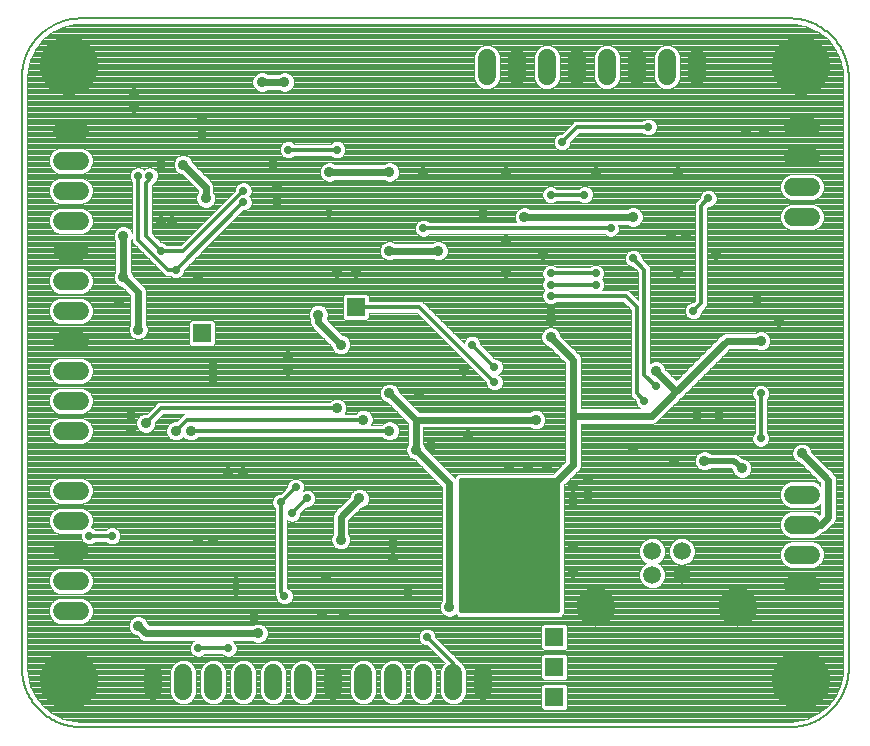
<source format=gbl>
G75*
%MOIN*%
%OFA0B0*%
%FSLAX25Y25*%
%IPPOS*%
%LPD*%
%AMOC8*
5,1,8,0,0,1.08239X$1,22.5*
%
%ADD10C,0.00000*%
%ADD11C,0.00787*%
%ADD12C,0.05937*%
%ADD13C,0.05937*%
%ADD14C,0.13055*%
%ADD15C,0.00400*%
%ADD16C,0.19685*%
%ADD17C,0.03562*%
%ADD18C,0.02775*%
%ADD19C,0.02400*%
%ADD20C,0.02000*%
%ADD21C,0.01200*%
%ADD22R,0.05906X0.05906*%
D10*
X0032280Y0021138D02*
X0032286Y0020662D01*
X0032303Y0020187D01*
X0032332Y0019712D01*
X0032372Y0019238D01*
X0032424Y0018765D01*
X0032487Y0018294D01*
X0032561Y0017824D01*
X0032647Y0017356D01*
X0032744Y0016890D01*
X0032852Y0016427D01*
X0032971Y0015967D01*
X0033102Y0015509D01*
X0033243Y0015055D01*
X0033396Y0014604D01*
X0033559Y0014158D01*
X0033733Y0013715D01*
X0033918Y0013277D01*
X0034113Y0012843D01*
X0034319Y0012414D01*
X0034535Y0011990D01*
X0034761Y0011571D01*
X0034997Y0011158D01*
X0035243Y0010751D01*
X0035499Y0010350D01*
X0035765Y0009956D01*
X0036040Y0009567D01*
X0036324Y0009186D01*
X0036617Y0008812D01*
X0036919Y0008444D01*
X0037231Y0008084D01*
X0037550Y0007732D01*
X0037878Y0007388D01*
X0038215Y0007051D01*
X0038559Y0006723D01*
X0038911Y0006404D01*
X0039271Y0006092D01*
X0039639Y0005790D01*
X0040013Y0005497D01*
X0040394Y0005213D01*
X0040783Y0004938D01*
X0041177Y0004672D01*
X0041578Y0004416D01*
X0041985Y0004170D01*
X0042398Y0003934D01*
X0042817Y0003708D01*
X0043241Y0003492D01*
X0043670Y0003286D01*
X0044104Y0003091D01*
X0044542Y0002906D01*
X0044985Y0002732D01*
X0045431Y0002569D01*
X0045882Y0002416D01*
X0046336Y0002275D01*
X0046794Y0002144D01*
X0047254Y0002025D01*
X0047717Y0001917D01*
X0048183Y0001820D01*
X0048651Y0001734D01*
X0049121Y0001660D01*
X0049592Y0001597D01*
X0050065Y0001545D01*
X0050539Y0001505D01*
X0051014Y0001476D01*
X0051489Y0001459D01*
X0051965Y0001453D01*
X0288186Y0001453D02*
X0288662Y0001459D01*
X0289137Y0001476D01*
X0289612Y0001505D01*
X0290086Y0001545D01*
X0290559Y0001597D01*
X0291030Y0001660D01*
X0291500Y0001734D01*
X0291968Y0001820D01*
X0292434Y0001917D01*
X0292897Y0002025D01*
X0293357Y0002144D01*
X0293815Y0002275D01*
X0294269Y0002416D01*
X0294720Y0002569D01*
X0295166Y0002732D01*
X0295609Y0002906D01*
X0296047Y0003091D01*
X0296481Y0003286D01*
X0296910Y0003492D01*
X0297334Y0003708D01*
X0297753Y0003934D01*
X0298166Y0004170D01*
X0298573Y0004416D01*
X0298974Y0004672D01*
X0299368Y0004938D01*
X0299757Y0005213D01*
X0300138Y0005497D01*
X0300512Y0005790D01*
X0300880Y0006092D01*
X0301240Y0006404D01*
X0301592Y0006723D01*
X0301936Y0007051D01*
X0302273Y0007388D01*
X0302601Y0007732D01*
X0302920Y0008084D01*
X0303232Y0008444D01*
X0303534Y0008812D01*
X0303827Y0009186D01*
X0304111Y0009567D01*
X0304386Y0009956D01*
X0304652Y0010350D01*
X0304908Y0010751D01*
X0305154Y0011158D01*
X0305390Y0011571D01*
X0305616Y0011990D01*
X0305832Y0012414D01*
X0306038Y0012843D01*
X0306233Y0013277D01*
X0306418Y0013715D01*
X0306592Y0014158D01*
X0306755Y0014604D01*
X0306908Y0015055D01*
X0307049Y0015509D01*
X0307180Y0015967D01*
X0307299Y0016427D01*
X0307407Y0016890D01*
X0307504Y0017356D01*
X0307590Y0017824D01*
X0307664Y0018294D01*
X0307727Y0018765D01*
X0307779Y0019238D01*
X0307819Y0019712D01*
X0307848Y0020187D01*
X0307865Y0020662D01*
X0307871Y0021138D01*
X0307871Y0217988D02*
X0307865Y0218464D01*
X0307848Y0218939D01*
X0307819Y0219414D01*
X0307779Y0219888D01*
X0307727Y0220361D01*
X0307664Y0220832D01*
X0307590Y0221302D01*
X0307504Y0221770D01*
X0307407Y0222236D01*
X0307299Y0222699D01*
X0307180Y0223159D01*
X0307049Y0223617D01*
X0306908Y0224071D01*
X0306755Y0224522D01*
X0306592Y0224968D01*
X0306418Y0225411D01*
X0306233Y0225849D01*
X0306038Y0226283D01*
X0305832Y0226712D01*
X0305616Y0227136D01*
X0305390Y0227555D01*
X0305154Y0227968D01*
X0304908Y0228375D01*
X0304652Y0228776D01*
X0304386Y0229170D01*
X0304111Y0229559D01*
X0303827Y0229940D01*
X0303534Y0230314D01*
X0303232Y0230682D01*
X0302920Y0231042D01*
X0302601Y0231394D01*
X0302273Y0231738D01*
X0301936Y0232075D01*
X0301592Y0232403D01*
X0301240Y0232722D01*
X0300880Y0233034D01*
X0300512Y0233336D01*
X0300138Y0233629D01*
X0299757Y0233913D01*
X0299368Y0234188D01*
X0298974Y0234454D01*
X0298573Y0234710D01*
X0298166Y0234956D01*
X0297753Y0235192D01*
X0297334Y0235418D01*
X0296910Y0235634D01*
X0296481Y0235840D01*
X0296047Y0236035D01*
X0295609Y0236220D01*
X0295166Y0236394D01*
X0294720Y0236557D01*
X0294269Y0236710D01*
X0293815Y0236851D01*
X0293357Y0236982D01*
X0292897Y0237101D01*
X0292434Y0237209D01*
X0291968Y0237306D01*
X0291500Y0237392D01*
X0291030Y0237466D01*
X0290559Y0237529D01*
X0290086Y0237581D01*
X0289612Y0237621D01*
X0289137Y0237650D01*
X0288662Y0237667D01*
X0288186Y0237673D01*
D11*
X0032280Y0217988D02*
X0032280Y0021138D01*
X0032286Y0020662D01*
X0032303Y0020187D01*
X0032332Y0019712D01*
X0032372Y0019238D01*
X0032424Y0018765D01*
X0032487Y0018294D01*
X0032561Y0017824D01*
X0032647Y0017356D01*
X0032744Y0016890D01*
X0032852Y0016427D01*
X0032971Y0015967D01*
X0033102Y0015509D01*
X0033243Y0015055D01*
X0033396Y0014604D01*
X0033559Y0014158D01*
X0033733Y0013715D01*
X0033918Y0013277D01*
X0034113Y0012843D01*
X0034319Y0012414D01*
X0034535Y0011990D01*
X0034761Y0011571D01*
X0034997Y0011158D01*
X0035243Y0010751D01*
X0035499Y0010350D01*
X0035765Y0009956D01*
X0036040Y0009567D01*
X0036324Y0009186D01*
X0036617Y0008812D01*
X0036919Y0008444D01*
X0037231Y0008084D01*
X0037550Y0007732D01*
X0037878Y0007388D01*
X0038215Y0007051D01*
X0038559Y0006723D01*
X0038911Y0006404D01*
X0039271Y0006092D01*
X0039639Y0005790D01*
X0040013Y0005497D01*
X0040394Y0005213D01*
X0040783Y0004938D01*
X0041177Y0004672D01*
X0041578Y0004416D01*
X0041985Y0004170D01*
X0042398Y0003934D01*
X0042817Y0003708D01*
X0043241Y0003492D01*
X0043670Y0003286D01*
X0044104Y0003091D01*
X0044542Y0002906D01*
X0044985Y0002732D01*
X0045431Y0002569D01*
X0045882Y0002416D01*
X0046336Y0002275D01*
X0046794Y0002144D01*
X0047254Y0002025D01*
X0047717Y0001917D01*
X0048183Y0001820D01*
X0048651Y0001734D01*
X0049121Y0001660D01*
X0049592Y0001597D01*
X0050065Y0001545D01*
X0050539Y0001505D01*
X0051014Y0001476D01*
X0051489Y0001459D01*
X0051965Y0001453D01*
X0288186Y0001453D01*
X0288662Y0001459D01*
X0289137Y0001476D01*
X0289612Y0001505D01*
X0290086Y0001545D01*
X0290559Y0001597D01*
X0291030Y0001660D01*
X0291500Y0001734D01*
X0291968Y0001820D01*
X0292434Y0001917D01*
X0292897Y0002025D01*
X0293357Y0002144D01*
X0293815Y0002275D01*
X0294269Y0002416D01*
X0294720Y0002569D01*
X0295166Y0002732D01*
X0295609Y0002906D01*
X0296047Y0003091D01*
X0296481Y0003286D01*
X0296910Y0003492D01*
X0297334Y0003708D01*
X0297753Y0003934D01*
X0298166Y0004170D01*
X0298573Y0004416D01*
X0298974Y0004672D01*
X0299368Y0004938D01*
X0299757Y0005213D01*
X0300138Y0005497D01*
X0300512Y0005790D01*
X0300880Y0006092D01*
X0301240Y0006404D01*
X0301592Y0006723D01*
X0301936Y0007051D01*
X0302273Y0007388D01*
X0302601Y0007732D01*
X0302920Y0008084D01*
X0303232Y0008444D01*
X0303534Y0008812D01*
X0303827Y0009186D01*
X0304111Y0009567D01*
X0304386Y0009956D01*
X0304652Y0010350D01*
X0304908Y0010751D01*
X0305154Y0011158D01*
X0305390Y0011571D01*
X0305616Y0011990D01*
X0305832Y0012414D01*
X0306038Y0012843D01*
X0306233Y0013277D01*
X0306418Y0013715D01*
X0306592Y0014158D01*
X0306755Y0014604D01*
X0306908Y0015055D01*
X0307049Y0015509D01*
X0307180Y0015967D01*
X0307299Y0016427D01*
X0307407Y0016890D01*
X0307504Y0017356D01*
X0307590Y0017824D01*
X0307664Y0018294D01*
X0307727Y0018765D01*
X0307779Y0019238D01*
X0307819Y0019712D01*
X0307848Y0020187D01*
X0307865Y0020662D01*
X0307871Y0021138D01*
X0307871Y0217988D01*
X0307865Y0218464D01*
X0307848Y0218939D01*
X0307819Y0219414D01*
X0307779Y0219888D01*
X0307727Y0220361D01*
X0307664Y0220832D01*
X0307590Y0221302D01*
X0307504Y0221770D01*
X0307407Y0222236D01*
X0307299Y0222699D01*
X0307180Y0223159D01*
X0307049Y0223617D01*
X0306908Y0224071D01*
X0306755Y0224522D01*
X0306592Y0224968D01*
X0306418Y0225411D01*
X0306233Y0225849D01*
X0306038Y0226283D01*
X0305832Y0226712D01*
X0305616Y0227136D01*
X0305390Y0227555D01*
X0305154Y0227968D01*
X0304908Y0228375D01*
X0304652Y0228776D01*
X0304386Y0229170D01*
X0304111Y0229559D01*
X0303827Y0229940D01*
X0303534Y0230314D01*
X0303232Y0230682D01*
X0302920Y0231042D01*
X0302601Y0231394D01*
X0302273Y0231738D01*
X0301936Y0232075D01*
X0301592Y0232403D01*
X0301240Y0232722D01*
X0300880Y0233034D01*
X0300512Y0233336D01*
X0300138Y0233629D01*
X0299757Y0233913D01*
X0299368Y0234188D01*
X0298974Y0234454D01*
X0298573Y0234710D01*
X0298166Y0234956D01*
X0297753Y0235192D01*
X0297334Y0235418D01*
X0296910Y0235634D01*
X0296481Y0235840D01*
X0296047Y0236035D01*
X0295609Y0236220D01*
X0295166Y0236394D01*
X0294720Y0236557D01*
X0294269Y0236710D01*
X0293815Y0236851D01*
X0293357Y0236982D01*
X0292897Y0237101D01*
X0292434Y0237209D01*
X0291968Y0237306D01*
X0291500Y0237392D01*
X0291030Y0237466D01*
X0290559Y0237529D01*
X0290086Y0237581D01*
X0289612Y0237621D01*
X0289137Y0237650D01*
X0288662Y0237667D01*
X0288186Y0237673D01*
X0051965Y0237673D01*
X0051489Y0237667D01*
X0051014Y0237650D01*
X0050539Y0237621D01*
X0050065Y0237581D01*
X0049592Y0237529D01*
X0049121Y0237466D01*
X0048651Y0237392D01*
X0048183Y0237306D01*
X0047717Y0237209D01*
X0047254Y0237101D01*
X0046794Y0236982D01*
X0046336Y0236851D01*
X0045882Y0236710D01*
X0045431Y0236557D01*
X0044985Y0236394D01*
X0044542Y0236220D01*
X0044104Y0236035D01*
X0043670Y0235840D01*
X0043241Y0235634D01*
X0042817Y0235418D01*
X0042398Y0235192D01*
X0041985Y0234956D01*
X0041578Y0234710D01*
X0041177Y0234454D01*
X0040783Y0234188D01*
X0040394Y0233913D01*
X0040013Y0233629D01*
X0039639Y0233336D01*
X0039271Y0233034D01*
X0038911Y0232722D01*
X0038559Y0232403D01*
X0038215Y0232075D01*
X0037878Y0231738D01*
X0037550Y0231394D01*
X0037231Y0231042D01*
X0036919Y0230682D01*
X0036617Y0230314D01*
X0036324Y0229940D01*
X0036040Y0229559D01*
X0035765Y0229170D01*
X0035499Y0228776D01*
X0035243Y0228375D01*
X0034997Y0227968D01*
X0034761Y0227555D01*
X0034535Y0227136D01*
X0034319Y0226712D01*
X0034113Y0226283D01*
X0033918Y0225849D01*
X0033733Y0225411D01*
X0033559Y0224968D01*
X0033396Y0224522D01*
X0033243Y0224071D01*
X0033102Y0223617D01*
X0032971Y0223159D01*
X0032852Y0222699D01*
X0032744Y0222236D01*
X0032647Y0221770D01*
X0032561Y0221302D01*
X0032487Y0220832D01*
X0032424Y0220361D01*
X0032372Y0219888D01*
X0032332Y0219414D01*
X0032303Y0218939D01*
X0032286Y0218464D01*
X0032280Y0217988D01*
D12*
X0045562Y0200203D02*
X0051499Y0200203D01*
X0051499Y0190203D02*
X0045562Y0190203D01*
X0045562Y0180203D02*
X0051499Y0180203D01*
X0051499Y0170203D02*
X0045562Y0170203D01*
X0045562Y0160203D02*
X0051499Y0160203D01*
X0051499Y0150203D02*
X0045562Y0150203D01*
X0045562Y0140203D02*
X0051499Y0140203D01*
X0051499Y0130203D02*
X0045562Y0130203D01*
X0045562Y0120203D02*
X0051499Y0120203D01*
X0051499Y0110203D02*
X0045562Y0110203D01*
X0045562Y0100203D02*
X0051499Y0100203D01*
X0051499Y0080203D02*
X0045562Y0080203D01*
X0045562Y0070203D02*
X0051499Y0070203D01*
X0051499Y0060203D02*
X0045562Y0060203D01*
X0045562Y0050203D02*
X0051499Y0050203D01*
X0051499Y0040203D02*
X0045562Y0040203D01*
X0076030Y0019421D02*
X0076030Y0013484D01*
X0086030Y0013484D02*
X0086030Y0019421D01*
X0096030Y0019421D02*
X0096030Y0013484D01*
X0106030Y0013484D02*
X0106030Y0019421D01*
X0116030Y0019421D02*
X0116030Y0013484D01*
X0126030Y0013484D02*
X0126030Y0019421D01*
X0136030Y0019421D02*
X0136030Y0013484D01*
X0146030Y0013484D02*
X0146030Y0019421D01*
X0156030Y0019421D02*
X0156030Y0013484D01*
X0166030Y0013484D02*
X0166030Y0019421D01*
X0176030Y0019421D02*
X0176030Y0013484D01*
X0186030Y0013484D02*
X0186030Y0019421D01*
X0289312Y0048953D02*
X0295249Y0048953D01*
X0295249Y0058953D02*
X0289312Y0058953D01*
X0289312Y0068953D02*
X0295249Y0068953D01*
X0295249Y0078953D02*
X0289312Y0078953D01*
X0289312Y0171453D02*
X0295249Y0171453D01*
X0295249Y0181453D02*
X0289312Y0181453D01*
X0289312Y0191453D02*
X0295249Y0191453D01*
X0295249Y0201453D02*
X0289312Y0201453D01*
X0257280Y0218484D02*
X0257280Y0224421D01*
X0247280Y0224421D02*
X0247280Y0218484D01*
X0237280Y0218484D02*
X0237280Y0224421D01*
X0227280Y0224421D02*
X0227280Y0218484D01*
X0217280Y0218484D02*
X0217280Y0224421D01*
X0207280Y0224421D02*
X0207280Y0218484D01*
X0197280Y0218484D02*
X0197280Y0224421D01*
X0187280Y0224421D02*
X0187280Y0218484D01*
D13*
X0242359Y0059996D03*
X0242359Y0052122D03*
X0252201Y0052122D03*
X0252201Y0059996D03*
D14*
X0270981Y0041453D03*
X0223579Y0041453D03*
D15*
X0214133Y0034985D02*
X0213313Y0035805D01*
X0206248Y0035805D01*
X0205427Y0034985D01*
X0205427Y0027920D01*
X0206248Y0027100D01*
X0213313Y0027100D01*
X0214133Y0027920D01*
X0214133Y0034985D01*
X0214133Y0034928D02*
X0306077Y0034928D01*
X0306077Y0035326D02*
X0213792Y0035326D01*
X0213394Y0035725D02*
X0306077Y0035725D01*
X0306077Y0036123D02*
X0074092Y0036123D01*
X0074211Y0035836D02*
X0073727Y0037005D01*
X0072832Y0037900D01*
X0071663Y0038384D01*
X0070397Y0038384D01*
X0069228Y0037900D01*
X0068333Y0037005D01*
X0067849Y0035836D01*
X0067849Y0034570D01*
X0068333Y0033401D01*
X0069228Y0032506D01*
X0070397Y0032022D01*
X0070534Y0032022D01*
X0071326Y0031230D01*
X0072057Y0030499D01*
X0073013Y0030103D01*
X0089541Y0030103D01*
X0089451Y0030066D01*
X0088667Y0029282D01*
X0088243Y0028257D01*
X0088243Y0027148D01*
X0088667Y0026124D01*
X0089451Y0025340D01*
X0090476Y0024915D01*
X0091585Y0024915D01*
X0092609Y0025340D01*
X0092972Y0025703D01*
X0099088Y0025703D01*
X0099451Y0025340D01*
X0100476Y0024915D01*
X0101585Y0024915D01*
X0102609Y0025340D01*
X0103393Y0026124D01*
X0103818Y0027148D01*
X0103818Y0028257D01*
X0103393Y0029282D01*
X0102609Y0030066D01*
X0102520Y0030103D01*
X0109131Y0030103D01*
X0109228Y0030006D01*
X0110397Y0029522D01*
X0111663Y0029522D01*
X0112832Y0030006D01*
X0113727Y0030901D01*
X0114211Y0032070D01*
X0114211Y0033336D01*
X0113727Y0034505D01*
X0112832Y0035400D01*
X0111663Y0035884D01*
X0110397Y0035884D01*
X0109228Y0035400D01*
X0109131Y0035303D01*
X0074607Y0035303D01*
X0074211Y0035699D01*
X0074211Y0035836D01*
X0074211Y0035725D02*
X0110013Y0035725D01*
X0109155Y0035326D02*
X0074584Y0035326D01*
X0073927Y0036522D02*
X0306077Y0036522D01*
X0306077Y0036920D02*
X0073762Y0036920D01*
X0073413Y0037319D02*
X0306077Y0037319D01*
X0306077Y0037717D02*
X0073014Y0037717D01*
X0072310Y0038116D02*
X0306077Y0038116D01*
X0306077Y0038514D02*
X0212170Y0038514D01*
X0211859Y0038203D02*
X0213030Y0039374D01*
X0213030Y0082276D01*
X0218234Y0087480D01*
X0218630Y0088436D01*
X0218630Y0102603D01*
X0242797Y0102603D01*
X0243753Y0102999D01*
X0251253Y0110499D01*
X0251984Y0111230D01*
X0268357Y0127603D01*
X0276631Y0127603D01*
X0276728Y0127506D01*
X0277897Y0127022D01*
X0279163Y0127022D01*
X0280332Y0127506D01*
X0281227Y0128401D01*
X0281711Y0129570D01*
X0281711Y0130836D01*
X0281227Y0132005D01*
X0280332Y0132900D01*
X0279163Y0133384D01*
X0277897Y0133384D01*
X0276728Y0132900D01*
X0276631Y0132803D01*
X0266763Y0132803D01*
X0265807Y0132407D01*
X0265076Y0131676D01*
X0250405Y0117005D01*
X0246711Y0120699D01*
X0246711Y0120836D01*
X0246227Y0122005D01*
X0245332Y0122900D01*
X0244163Y0123384D01*
X0242897Y0123384D01*
X0241780Y0122921D01*
X0241780Y0154781D01*
X0240609Y0155953D01*
X0238818Y0157744D01*
X0238818Y0158257D01*
X0238393Y0159282D01*
X0237609Y0160066D01*
X0236585Y0160490D01*
X0235476Y0160490D01*
X0234451Y0160066D01*
X0233667Y0159282D01*
X0233243Y0158257D01*
X0233243Y0157148D01*
X0233667Y0156124D01*
X0234451Y0155340D01*
X0235476Y0154915D01*
X0235989Y0154915D01*
X0237780Y0153124D01*
X0237780Y0143781D01*
X0234359Y0147203D01*
X0225722Y0147203D01*
X0225893Y0147374D01*
X0226318Y0148398D01*
X0226318Y0149507D01*
X0225893Y0150532D01*
X0225597Y0150828D01*
X0225893Y0151124D01*
X0226318Y0152148D01*
X0226318Y0153257D01*
X0225893Y0154282D01*
X0225109Y0155066D01*
X0224085Y0155490D01*
X0222976Y0155490D01*
X0221951Y0155066D01*
X0221588Y0154703D01*
X0210472Y0154703D01*
X0210109Y0155066D01*
X0209085Y0155490D01*
X0207976Y0155490D01*
X0206951Y0155066D01*
X0206167Y0154282D01*
X0205743Y0153257D01*
X0205743Y0152148D01*
X0206167Y0151124D01*
X0206463Y0150828D01*
X0206167Y0150532D01*
X0205743Y0149507D01*
X0205743Y0148398D01*
X0206167Y0147374D01*
X0206463Y0147078D01*
X0206167Y0146782D01*
X0205743Y0145757D01*
X0205743Y0144648D01*
X0206167Y0143624D01*
X0206951Y0142840D01*
X0207976Y0142415D01*
X0209085Y0142415D01*
X0210109Y0142840D01*
X0210472Y0143203D01*
X0232702Y0143203D01*
X0235280Y0140624D01*
X0235280Y0111874D01*
X0236993Y0110162D01*
X0236993Y0109648D01*
X0237417Y0108624D01*
X0238201Y0107840D01*
X0238291Y0107803D01*
X0218630Y0107803D01*
X0218630Y0124470D01*
X0218234Y0125426D01*
X0217503Y0126157D01*
X0211711Y0131949D01*
X0211711Y0132086D01*
X0211227Y0133255D01*
X0210332Y0134150D01*
X0209163Y0134634D01*
X0207897Y0134634D01*
X0206728Y0134150D01*
X0205833Y0133255D01*
X0205349Y0132086D01*
X0205349Y0130820D01*
X0205833Y0129651D01*
X0206728Y0128756D01*
X0207897Y0128272D01*
X0208034Y0128272D01*
X0213430Y0122876D01*
X0213430Y0090030D01*
X0209353Y0085953D01*
X0177702Y0085953D01*
X0176530Y0084781D01*
X0176530Y0084630D01*
X0176253Y0084907D01*
X0166711Y0094449D01*
X0166711Y0094586D01*
X0166227Y0095755D01*
X0166130Y0095852D01*
X0166130Y0101353D01*
X0201631Y0101353D01*
X0201728Y0101256D01*
X0202897Y0100772D01*
X0204163Y0100772D01*
X0205332Y0101256D01*
X0206227Y0102151D01*
X0206711Y0103320D01*
X0206711Y0104586D01*
X0206227Y0105755D01*
X0205332Y0106650D01*
X0204163Y0107134D01*
X0202897Y0107134D01*
X0201728Y0106650D01*
X0201631Y0106553D01*
X0164607Y0106553D01*
X0157961Y0113199D01*
X0157961Y0113336D01*
X0157477Y0114505D01*
X0156582Y0115400D01*
X0155413Y0115884D01*
X0154147Y0115884D01*
X0152978Y0115400D01*
X0152083Y0114505D01*
X0151599Y0113336D01*
X0151599Y0112070D01*
X0152083Y0110901D01*
X0152978Y0110006D01*
X0154147Y0109522D01*
X0154284Y0109522D01*
X0160930Y0102876D01*
X0160930Y0095852D01*
X0160833Y0095755D01*
X0160349Y0094586D01*
X0160349Y0093320D01*
X0160833Y0092151D01*
X0161728Y0091256D01*
X0162897Y0090772D01*
X0163034Y0090772D01*
X0172180Y0081626D01*
X0172180Y0043352D01*
X0172083Y0043255D01*
X0171599Y0042086D01*
X0171599Y0040820D01*
X0172083Y0039651D01*
X0172978Y0038756D01*
X0174147Y0038272D01*
X0175413Y0038272D01*
X0176582Y0038756D01*
X0176865Y0039039D01*
X0177702Y0038203D01*
X0211859Y0038203D01*
X0212569Y0038913D02*
X0306077Y0038913D01*
X0306077Y0039311D02*
X0212967Y0039311D01*
X0213030Y0039710D02*
X0306077Y0039710D01*
X0306077Y0040108D02*
X0213030Y0040108D01*
X0213030Y0040507D02*
X0306077Y0040507D01*
X0306077Y0040905D02*
X0213030Y0040905D01*
X0213030Y0041304D02*
X0306077Y0041304D01*
X0306077Y0041702D02*
X0213030Y0041702D01*
X0213030Y0042101D02*
X0306077Y0042101D01*
X0306077Y0042499D02*
X0213030Y0042499D01*
X0213030Y0042898D02*
X0306077Y0042898D01*
X0306077Y0043296D02*
X0213030Y0043296D01*
X0213030Y0043695D02*
X0306077Y0043695D01*
X0306077Y0044093D02*
X0213030Y0044093D01*
X0213030Y0044492D02*
X0306077Y0044492D01*
X0306077Y0044890D02*
X0213030Y0044890D01*
X0213030Y0045289D02*
X0306077Y0045289D01*
X0306077Y0045688D02*
X0213030Y0045688D01*
X0213030Y0046086D02*
X0306077Y0046086D01*
X0306077Y0046485D02*
X0213030Y0046485D01*
X0213030Y0046883D02*
X0306077Y0046883D01*
X0306077Y0047282D02*
X0213030Y0047282D01*
X0213030Y0047680D02*
X0306077Y0047680D01*
X0306077Y0048079D02*
X0244013Y0048079D01*
X0243228Y0047754D02*
X0244833Y0048419D01*
X0246062Y0049647D01*
X0246727Y0051253D01*
X0246727Y0052991D01*
X0246062Y0054597D01*
X0244833Y0055825D01*
X0244270Y0056059D01*
X0244833Y0056293D01*
X0246062Y0057521D01*
X0246727Y0059127D01*
X0246727Y0060865D01*
X0246062Y0062471D01*
X0244833Y0063699D01*
X0243228Y0064365D01*
X0241490Y0064365D01*
X0239884Y0063699D01*
X0238655Y0062471D01*
X0237990Y0060865D01*
X0237990Y0059127D01*
X0238655Y0057521D01*
X0239884Y0056293D01*
X0240448Y0056059D01*
X0239884Y0055825D01*
X0238655Y0054597D01*
X0237990Y0052991D01*
X0237990Y0051253D01*
X0238655Y0049647D01*
X0239884Y0048419D01*
X0241490Y0047754D01*
X0243228Y0047754D01*
X0244892Y0048477D02*
X0306077Y0048477D01*
X0306077Y0048876D02*
X0245290Y0048876D01*
X0245689Y0049274D02*
X0306077Y0049274D01*
X0306077Y0049673D02*
X0246073Y0049673D01*
X0246238Y0050071D02*
X0306077Y0050071D01*
X0306077Y0050470D02*
X0246403Y0050470D01*
X0246568Y0050868D02*
X0306077Y0050868D01*
X0306077Y0051267D02*
X0246727Y0051267D01*
X0246727Y0051665D02*
X0306077Y0051665D01*
X0306077Y0052064D02*
X0246727Y0052064D01*
X0246727Y0052462D02*
X0306077Y0052462D01*
X0306077Y0052861D02*
X0246727Y0052861D01*
X0246616Y0053259D02*
X0306077Y0053259D01*
X0306077Y0053658D02*
X0246451Y0053658D01*
X0246286Y0054056D02*
X0306077Y0054056D01*
X0306077Y0054455D02*
X0246121Y0054455D01*
X0245806Y0054853D02*
X0287793Y0054853D01*
X0288443Y0054584D02*
X0286837Y0055249D01*
X0285608Y0056478D01*
X0284943Y0058084D01*
X0284943Y0059822D01*
X0285608Y0061427D01*
X0286837Y0062656D01*
X0288443Y0063321D01*
X0296118Y0063321D01*
X0297723Y0062656D01*
X0298952Y0061427D01*
X0299617Y0059822D01*
X0299617Y0058084D01*
X0298952Y0056478D01*
X0297723Y0055249D01*
X0296118Y0054584D01*
X0288443Y0054584D01*
X0286835Y0055252D02*
X0245407Y0055252D01*
X0245009Y0055650D02*
X0251278Y0055650D01*
X0251332Y0055628D02*
X0253070Y0055628D01*
X0254676Y0056293D01*
X0255905Y0057521D01*
X0256570Y0059127D01*
X0256570Y0060865D01*
X0255905Y0062471D01*
X0254676Y0063699D01*
X0253070Y0064365D01*
X0251332Y0064365D01*
X0249727Y0063699D01*
X0248498Y0062471D01*
X0247833Y0060865D01*
X0247833Y0059127D01*
X0248498Y0057521D01*
X0249727Y0056293D01*
X0251332Y0055628D01*
X0250315Y0056049D02*
X0244294Y0056049D01*
X0244988Y0056447D02*
X0249572Y0056447D01*
X0249174Y0056846D02*
X0245387Y0056846D01*
X0245785Y0057244D02*
X0248775Y0057244D01*
X0248448Y0057643D02*
X0246113Y0057643D01*
X0246278Y0058041D02*
X0248283Y0058041D01*
X0248118Y0058440D02*
X0246443Y0058440D01*
X0246608Y0058838D02*
X0247953Y0058838D01*
X0247833Y0059237D02*
X0246727Y0059237D01*
X0246727Y0059635D02*
X0247833Y0059635D01*
X0247833Y0060034D02*
X0246727Y0060034D01*
X0246727Y0060432D02*
X0247833Y0060432D01*
X0247833Y0060831D02*
X0246727Y0060831D01*
X0246576Y0061229D02*
X0247984Y0061229D01*
X0248149Y0061628D02*
X0246411Y0061628D01*
X0246246Y0062026D02*
X0248314Y0062026D01*
X0248479Y0062425D02*
X0246081Y0062425D01*
X0245709Y0062823D02*
X0248851Y0062823D01*
X0249249Y0063222D02*
X0245311Y0063222D01*
X0244912Y0063621D02*
X0249648Y0063621D01*
X0250498Y0064019D02*
X0244062Y0064019D01*
X0240656Y0064019D02*
X0213030Y0064019D01*
X0213030Y0063621D02*
X0239805Y0063621D01*
X0239407Y0063222D02*
X0213030Y0063222D01*
X0213030Y0062823D02*
X0239008Y0062823D01*
X0238637Y0062425D02*
X0213030Y0062425D01*
X0213030Y0062026D02*
X0238472Y0062026D01*
X0238306Y0061628D02*
X0213030Y0061628D01*
X0213030Y0061229D02*
X0238141Y0061229D01*
X0237990Y0060831D02*
X0213030Y0060831D01*
X0213030Y0060432D02*
X0237990Y0060432D01*
X0237990Y0060034D02*
X0213030Y0060034D01*
X0213030Y0059635D02*
X0237990Y0059635D01*
X0237990Y0059237D02*
X0213030Y0059237D01*
X0213030Y0058838D02*
X0238110Y0058838D01*
X0238275Y0058440D02*
X0213030Y0058440D01*
X0213030Y0058041D02*
X0238440Y0058041D01*
X0238605Y0057643D02*
X0213030Y0057643D01*
X0213030Y0057244D02*
X0238933Y0057244D01*
X0239331Y0056846D02*
X0213030Y0056846D01*
X0213030Y0056447D02*
X0239730Y0056447D01*
X0239709Y0055650D02*
X0213030Y0055650D01*
X0213030Y0055252D02*
X0239311Y0055252D01*
X0238912Y0054853D02*
X0213030Y0054853D01*
X0213030Y0054455D02*
X0238597Y0054455D01*
X0238432Y0054056D02*
X0213030Y0054056D01*
X0213030Y0053658D02*
X0238267Y0053658D01*
X0238102Y0053259D02*
X0213030Y0053259D01*
X0213030Y0052861D02*
X0237990Y0052861D01*
X0237990Y0052462D02*
X0213030Y0052462D01*
X0213030Y0052064D02*
X0237990Y0052064D01*
X0237990Y0051665D02*
X0213030Y0051665D01*
X0213030Y0051267D02*
X0237990Y0051267D01*
X0238150Y0050868D02*
X0213030Y0050868D01*
X0213030Y0050470D02*
X0238315Y0050470D01*
X0238480Y0050071D02*
X0213030Y0050071D01*
X0213030Y0049673D02*
X0238645Y0049673D01*
X0239029Y0049274D02*
X0213030Y0049274D01*
X0213030Y0048876D02*
X0239427Y0048876D01*
X0239826Y0048477D02*
X0213030Y0048477D01*
X0213030Y0048079D02*
X0240705Y0048079D01*
X0240424Y0056049D02*
X0213030Y0056049D01*
X0213030Y0064418D02*
X0306077Y0064418D01*
X0306077Y0064816D02*
X0296677Y0064816D01*
X0296118Y0064584D02*
X0297723Y0065249D01*
X0298827Y0066353D01*
X0299047Y0066353D01*
X0300003Y0066749D01*
X0302503Y0069249D01*
X0303234Y0069980D01*
X0303630Y0070936D01*
X0303630Y0084470D01*
X0303234Y0085426D01*
X0295461Y0093199D01*
X0295461Y0093336D01*
X0294977Y0094505D01*
X0294082Y0095400D01*
X0292913Y0095884D01*
X0291647Y0095884D01*
X0290478Y0095400D01*
X0289583Y0094505D01*
X0289099Y0093336D01*
X0289099Y0092070D01*
X0289583Y0090901D01*
X0290478Y0090006D01*
X0291647Y0089522D01*
X0291784Y0089522D01*
X0298430Y0082876D01*
X0298430Y0081949D01*
X0297723Y0082656D01*
X0296118Y0083321D01*
X0288443Y0083321D01*
X0286837Y0082656D01*
X0285608Y0081427D01*
X0284943Y0079822D01*
X0284943Y0078084D01*
X0285608Y0076478D01*
X0286837Y0075249D01*
X0288443Y0074584D01*
X0296118Y0074584D01*
X0297723Y0075249D01*
X0298430Y0075956D01*
X0298430Y0072530D01*
X0298140Y0072239D01*
X0297723Y0072656D01*
X0296118Y0073321D01*
X0288443Y0073321D01*
X0286837Y0072656D01*
X0285608Y0071427D01*
X0284943Y0069822D01*
X0284943Y0068084D01*
X0285608Y0066478D01*
X0286837Y0065249D01*
X0288443Y0064584D01*
X0296118Y0064584D01*
X0296357Y0063222D02*
X0306077Y0063222D01*
X0306077Y0062823D02*
X0297319Y0062823D01*
X0297954Y0062425D02*
X0306077Y0062425D01*
X0306077Y0062026D02*
X0298353Y0062026D01*
X0298751Y0061628D02*
X0306077Y0061628D01*
X0306077Y0061229D02*
X0299034Y0061229D01*
X0299199Y0060831D02*
X0306077Y0060831D01*
X0306077Y0060432D02*
X0299364Y0060432D01*
X0299529Y0060034D02*
X0306077Y0060034D01*
X0306077Y0059635D02*
X0299617Y0059635D01*
X0299617Y0059237D02*
X0306077Y0059237D01*
X0306077Y0058838D02*
X0299617Y0058838D01*
X0299617Y0058440D02*
X0306077Y0058440D01*
X0306077Y0058041D02*
X0299600Y0058041D01*
X0299435Y0057643D02*
X0306077Y0057643D01*
X0306077Y0057244D02*
X0299269Y0057244D01*
X0299104Y0056846D02*
X0306077Y0056846D01*
X0306077Y0056447D02*
X0298921Y0056447D01*
X0298523Y0056049D02*
X0306077Y0056049D01*
X0306077Y0055650D02*
X0298124Y0055650D01*
X0297726Y0055252D02*
X0306077Y0055252D01*
X0306077Y0054853D02*
X0296767Y0054853D01*
X0286436Y0055650D02*
X0253125Y0055650D01*
X0254087Y0056049D02*
X0286038Y0056049D01*
X0285639Y0056447D02*
X0254831Y0056447D01*
X0255229Y0056846D02*
X0285456Y0056846D01*
X0285291Y0057244D02*
X0255628Y0057244D01*
X0255955Y0057643D02*
X0285126Y0057643D01*
X0284961Y0058041D02*
X0256120Y0058041D01*
X0256285Y0058440D02*
X0284943Y0058440D01*
X0284943Y0058838D02*
X0256450Y0058838D01*
X0256570Y0059237D02*
X0284943Y0059237D01*
X0284943Y0059635D02*
X0256570Y0059635D01*
X0256570Y0060034D02*
X0285031Y0060034D01*
X0285196Y0060432D02*
X0256570Y0060432D01*
X0256570Y0060831D02*
X0285361Y0060831D01*
X0285526Y0061229D02*
X0256419Y0061229D01*
X0256254Y0061628D02*
X0285809Y0061628D01*
X0286207Y0062026D02*
X0256089Y0062026D01*
X0255924Y0062425D02*
X0286606Y0062425D01*
X0287241Y0062823D02*
X0255552Y0062823D01*
X0255153Y0063222D02*
X0288203Y0063222D01*
X0287883Y0064816D02*
X0213030Y0064816D01*
X0213030Y0065215D02*
X0286921Y0065215D01*
X0286473Y0065613D02*
X0213030Y0065613D01*
X0213030Y0066012D02*
X0286075Y0066012D01*
X0285676Y0066410D02*
X0213030Y0066410D01*
X0213030Y0066809D02*
X0285471Y0066809D01*
X0285306Y0067207D02*
X0213030Y0067207D01*
X0213030Y0067606D02*
X0285141Y0067606D01*
X0284976Y0068004D02*
X0213030Y0068004D01*
X0213030Y0068403D02*
X0284943Y0068403D01*
X0284943Y0068801D02*
X0213030Y0068801D01*
X0213030Y0069200D02*
X0284943Y0069200D01*
X0284943Y0069598D02*
X0213030Y0069598D01*
X0213030Y0069997D02*
X0285016Y0069997D01*
X0285181Y0070395D02*
X0213030Y0070395D01*
X0213030Y0070794D02*
X0285346Y0070794D01*
X0285511Y0071192D02*
X0213030Y0071192D01*
X0213030Y0071591D02*
X0285772Y0071591D01*
X0286170Y0071989D02*
X0213030Y0071989D01*
X0213030Y0072388D02*
X0286569Y0072388D01*
X0287151Y0072786D02*
X0213030Y0072786D01*
X0213030Y0073185D02*
X0288113Y0073185D01*
X0287973Y0074779D02*
X0213030Y0074779D01*
X0213030Y0075177D02*
X0287011Y0075177D01*
X0286511Y0075576D02*
X0213030Y0075576D01*
X0213030Y0075974D02*
X0286112Y0075974D01*
X0285714Y0076373D02*
X0213030Y0076373D01*
X0213030Y0076771D02*
X0285487Y0076771D01*
X0285322Y0077170D02*
X0213030Y0077170D01*
X0213030Y0077568D02*
X0285157Y0077568D01*
X0284992Y0077967D02*
X0213030Y0077967D01*
X0213030Y0078365D02*
X0284943Y0078365D01*
X0284943Y0078764D02*
X0213030Y0078764D01*
X0213030Y0079162D02*
X0284943Y0079162D01*
X0284943Y0079561D02*
X0213030Y0079561D01*
X0213030Y0079959D02*
X0285000Y0079959D01*
X0285165Y0080358D02*
X0213030Y0080358D01*
X0213030Y0080757D02*
X0285330Y0080757D01*
X0285495Y0081155D02*
X0213030Y0081155D01*
X0213030Y0081554D02*
X0285734Y0081554D01*
X0286133Y0081952D02*
X0213030Y0081952D01*
X0213105Y0082351D02*
X0286531Y0082351D01*
X0287061Y0082749D02*
X0213503Y0082749D01*
X0213902Y0083148D02*
X0288023Y0083148D01*
X0292978Y0088328D02*
X0275461Y0088328D01*
X0275461Y0088336D02*
X0274977Y0089505D01*
X0274082Y0090400D01*
X0272913Y0090884D01*
X0272493Y0090884D01*
X0271140Y0092237D01*
X0270258Y0092603D01*
X0261879Y0092603D01*
X0261582Y0092900D01*
X0260413Y0093384D01*
X0259147Y0093384D01*
X0257978Y0092900D01*
X0257083Y0092005D01*
X0256599Y0090836D01*
X0256599Y0089570D01*
X0257083Y0088401D01*
X0257978Y0087506D01*
X0259147Y0087022D01*
X0260413Y0087022D01*
X0261582Y0087506D01*
X0261879Y0087803D01*
X0268786Y0087803D01*
X0269099Y0087490D01*
X0269099Y0087070D01*
X0269583Y0085901D01*
X0270478Y0085006D01*
X0271647Y0084522D01*
X0272913Y0084522D01*
X0274082Y0085006D01*
X0274977Y0085901D01*
X0275461Y0087070D01*
X0275461Y0088336D01*
X0275461Y0087930D02*
X0293376Y0087930D01*
X0293775Y0087531D02*
X0275461Y0087531D01*
X0275461Y0087133D02*
X0294173Y0087133D01*
X0294572Y0086734D02*
X0275322Y0086734D01*
X0275157Y0086336D02*
X0294970Y0086336D01*
X0295369Y0085937D02*
X0274992Y0085937D01*
X0274615Y0085539D02*
X0295767Y0085539D01*
X0296166Y0085140D02*
X0274216Y0085140D01*
X0273444Y0084742D02*
X0296564Y0084742D01*
X0296963Y0084343D02*
X0215097Y0084343D01*
X0214699Y0083945D02*
X0297361Y0083945D01*
X0297760Y0083546D02*
X0214300Y0083546D01*
X0215496Y0084742D02*
X0271116Y0084742D01*
X0270344Y0085140D02*
X0215895Y0085140D01*
X0216293Y0085539D02*
X0269946Y0085539D01*
X0269568Y0085937D02*
X0216692Y0085937D01*
X0217090Y0086336D02*
X0269403Y0086336D01*
X0269238Y0086734D02*
X0217489Y0086734D01*
X0217887Y0087133D02*
X0258879Y0087133D01*
X0257953Y0087531D02*
X0218256Y0087531D01*
X0218421Y0087930D02*
X0257554Y0087930D01*
X0257156Y0088328D02*
X0218586Y0088328D01*
X0218630Y0088727D02*
X0256948Y0088727D01*
X0256783Y0089125D02*
X0218630Y0089125D01*
X0218630Y0089524D02*
X0256618Y0089524D01*
X0256599Y0089922D02*
X0218630Y0089922D01*
X0218630Y0090321D02*
X0256599Y0090321D01*
X0256599Y0090719D02*
X0218630Y0090719D01*
X0218630Y0091118D02*
X0256716Y0091118D01*
X0256881Y0091516D02*
X0218630Y0091516D01*
X0218630Y0091915D02*
X0257046Y0091915D01*
X0257392Y0092313D02*
X0218630Y0092313D01*
X0218630Y0092712D02*
X0257791Y0092712D01*
X0258487Y0093110D02*
X0218630Y0093110D01*
X0218630Y0093509D02*
X0289171Y0093509D01*
X0289099Y0093110D02*
X0261073Y0093110D01*
X0261770Y0092712D02*
X0289099Y0092712D01*
X0289099Y0092313D02*
X0270956Y0092313D01*
X0271462Y0091915D02*
X0289163Y0091915D01*
X0289328Y0091516D02*
X0271861Y0091516D01*
X0272259Y0091118D02*
X0289493Y0091118D01*
X0289765Y0090719D02*
X0273310Y0090719D01*
X0274161Y0090321D02*
X0290163Y0090321D01*
X0290680Y0089922D02*
X0274559Y0089922D01*
X0274958Y0089524D02*
X0291642Y0089524D01*
X0292181Y0089125D02*
X0275134Y0089125D01*
X0275299Y0088727D02*
X0292579Y0088727D01*
X0297144Y0091516D02*
X0306077Y0091516D01*
X0306077Y0091118D02*
X0297542Y0091118D01*
X0297941Y0090719D02*
X0306077Y0090719D01*
X0306077Y0090321D02*
X0298339Y0090321D01*
X0298738Y0089922D02*
X0306077Y0089922D01*
X0306077Y0089524D02*
X0299136Y0089524D01*
X0299535Y0089125D02*
X0306077Y0089125D01*
X0306077Y0088727D02*
X0299933Y0088727D01*
X0300332Y0088328D02*
X0306077Y0088328D01*
X0306077Y0087930D02*
X0300730Y0087930D01*
X0301129Y0087531D02*
X0306077Y0087531D01*
X0306077Y0087133D02*
X0301527Y0087133D01*
X0301926Y0086734D02*
X0306077Y0086734D01*
X0306077Y0086336D02*
X0302324Y0086336D01*
X0302723Y0085937D02*
X0306077Y0085937D01*
X0306077Y0085539D02*
X0303121Y0085539D01*
X0303353Y0085140D02*
X0306077Y0085140D01*
X0306077Y0084742D02*
X0303518Y0084742D01*
X0303630Y0084343D02*
X0306077Y0084343D01*
X0306077Y0083945D02*
X0303630Y0083945D01*
X0303630Y0083546D02*
X0306077Y0083546D01*
X0306077Y0083148D02*
X0303630Y0083148D01*
X0303630Y0082749D02*
X0306077Y0082749D01*
X0306077Y0082351D02*
X0303630Y0082351D01*
X0303630Y0081952D02*
X0306077Y0081952D01*
X0306077Y0081554D02*
X0303630Y0081554D01*
X0303630Y0081155D02*
X0306077Y0081155D01*
X0306077Y0080757D02*
X0303630Y0080757D01*
X0303630Y0080358D02*
X0306077Y0080358D01*
X0306077Y0079959D02*
X0303630Y0079959D01*
X0303630Y0079561D02*
X0306077Y0079561D01*
X0306077Y0079162D02*
X0303630Y0079162D01*
X0303630Y0078764D02*
X0306077Y0078764D01*
X0306077Y0078365D02*
X0303630Y0078365D01*
X0303630Y0077967D02*
X0306077Y0077967D01*
X0306077Y0077568D02*
X0303630Y0077568D01*
X0303630Y0077170D02*
X0306077Y0077170D01*
X0306077Y0076771D02*
X0303630Y0076771D01*
X0303630Y0076373D02*
X0306077Y0076373D01*
X0306077Y0075974D02*
X0303630Y0075974D01*
X0303630Y0075576D02*
X0306077Y0075576D01*
X0306077Y0075177D02*
X0303630Y0075177D01*
X0303630Y0074779D02*
X0306077Y0074779D01*
X0306077Y0074380D02*
X0303630Y0074380D01*
X0303630Y0073982D02*
X0306077Y0073982D01*
X0306077Y0073583D02*
X0303630Y0073583D01*
X0303630Y0073185D02*
X0306077Y0073185D01*
X0306077Y0072786D02*
X0303630Y0072786D01*
X0303630Y0072388D02*
X0306077Y0072388D01*
X0306077Y0071989D02*
X0303630Y0071989D01*
X0303630Y0071591D02*
X0306077Y0071591D01*
X0306077Y0071192D02*
X0303630Y0071192D01*
X0303571Y0070794D02*
X0306077Y0070794D01*
X0306077Y0070395D02*
X0303406Y0070395D01*
X0303241Y0069997D02*
X0306077Y0069997D01*
X0306077Y0069598D02*
X0302853Y0069598D01*
X0302454Y0069200D02*
X0306077Y0069200D01*
X0306077Y0068801D02*
X0302056Y0068801D01*
X0301657Y0068403D02*
X0306077Y0068403D01*
X0306077Y0068004D02*
X0301259Y0068004D01*
X0300860Y0067606D02*
X0306077Y0067606D01*
X0306077Y0067207D02*
X0300461Y0067207D01*
X0300063Y0066809D02*
X0306077Y0066809D01*
X0306077Y0066410D02*
X0299186Y0066410D01*
X0298486Y0066012D02*
X0306077Y0066012D01*
X0306077Y0065613D02*
X0298087Y0065613D01*
X0297639Y0065215D02*
X0306077Y0065215D01*
X0306077Y0064019D02*
X0253905Y0064019D01*
X0254755Y0063621D02*
X0306077Y0063621D01*
X0298288Y0072388D02*
X0297992Y0072388D01*
X0298430Y0072786D02*
X0297409Y0072786D01*
X0296447Y0073185D02*
X0298430Y0073185D01*
X0298430Y0073583D02*
X0213030Y0073583D01*
X0213030Y0073982D02*
X0298430Y0073982D01*
X0298430Y0074380D02*
X0213030Y0074380D01*
X0209736Y0086336D02*
X0174824Y0086336D01*
X0174426Y0086734D02*
X0210135Y0086734D01*
X0210533Y0087133D02*
X0174027Y0087133D01*
X0173629Y0087531D02*
X0210932Y0087531D01*
X0211330Y0087930D02*
X0173230Y0087930D01*
X0172832Y0088328D02*
X0211729Y0088328D01*
X0212127Y0088727D02*
X0172433Y0088727D01*
X0172035Y0089125D02*
X0212526Y0089125D01*
X0212924Y0089524D02*
X0171636Y0089524D01*
X0171238Y0089922D02*
X0213323Y0089922D01*
X0213430Y0090321D02*
X0170839Y0090321D01*
X0170441Y0090719D02*
X0213430Y0090719D01*
X0213430Y0091118D02*
X0170042Y0091118D01*
X0169644Y0091516D02*
X0213430Y0091516D01*
X0213430Y0091915D02*
X0169245Y0091915D01*
X0168847Y0092313D02*
X0213430Y0092313D01*
X0213430Y0092712D02*
X0168448Y0092712D01*
X0168050Y0093110D02*
X0213430Y0093110D01*
X0213430Y0093509D02*
X0167651Y0093509D01*
X0167252Y0093907D02*
X0213430Y0093907D01*
X0213430Y0094306D02*
X0166854Y0094306D01*
X0166662Y0094704D02*
X0213430Y0094704D01*
X0213430Y0095103D02*
X0166497Y0095103D01*
X0166332Y0095501D02*
X0213430Y0095501D01*
X0213430Y0095900D02*
X0166130Y0095900D01*
X0166130Y0096298D02*
X0213430Y0096298D01*
X0213430Y0096697D02*
X0166130Y0096697D01*
X0166130Y0097095D02*
X0213430Y0097095D01*
X0213430Y0097494D02*
X0166130Y0097494D01*
X0166130Y0097892D02*
X0213430Y0097892D01*
X0213430Y0098291D02*
X0166130Y0098291D01*
X0166130Y0098690D02*
X0213430Y0098690D01*
X0213430Y0099088D02*
X0166130Y0099088D01*
X0166130Y0099487D02*
X0213430Y0099487D01*
X0213430Y0099885D02*
X0166130Y0099885D01*
X0166130Y0100284D02*
X0213430Y0100284D01*
X0213430Y0100682D02*
X0166130Y0100682D01*
X0166130Y0101081D02*
X0202152Y0101081D01*
X0204909Y0101081D02*
X0213430Y0101081D01*
X0213430Y0101479D02*
X0205555Y0101479D01*
X0205954Y0101878D02*
X0213430Y0101878D01*
X0213430Y0102276D02*
X0206279Y0102276D01*
X0206444Y0102675D02*
X0213430Y0102675D01*
X0213430Y0103073D02*
X0206609Y0103073D01*
X0206711Y0103472D02*
X0213430Y0103472D01*
X0213430Y0103870D02*
X0206711Y0103870D01*
X0206711Y0104269D02*
X0213430Y0104269D01*
X0213430Y0104667D02*
X0206677Y0104667D01*
X0206512Y0105066D02*
X0213430Y0105066D01*
X0213430Y0105464D02*
X0206347Y0105464D01*
X0206119Y0105863D02*
X0213430Y0105863D01*
X0213430Y0106261D02*
X0205720Y0106261D01*
X0205308Y0106660D02*
X0213430Y0106660D01*
X0213430Y0107058D02*
X0204345Y0107058D01*
X0202715Y0107058D02*
X0164102Y0107058D01*
X0164500Y0106660D02*
X0201753Y0106660D01*
X0213430Y0107457D02*
X0163703Y0107457D01*
X0163305Y0107855D02*
X0213430Y0107855D01*
X0213430Y0108254D02*
X0162906Y0108254D01*
X0162508Y0108652D02*
X0213430Y0108652D01*
X0213430Y0109051D02*
X0162109Y0109051D01*
X0161711Y0109449D02*
X0213430Y0109449D01*
X0213430Y0109848D02*
X0161312Y0109848D01*
X0160914Y0110246D02*
X0213430Y0110246D01*
X0213430Y0110645D02*
X0160515Y0110645D01*
X0160116Y0111043D02*
X0213430Y0111043D01*
X0213430Y0111442D02*
X0159718Y0111442D01*
X0159319Y0111840D02*
X0213430Y0111840D01*
X0213430Y0112239D02*
X0158921Y0112239D01*
X0158522Y0112637D02*
X0213430Y0112637D01*
X0213430Y0113036D02*
X0158124Y0113036D01*
X0157920Y0113434D02*
X0213430Y0113434D01*
X0213430Y0113833D02*
X0190739Y0113833D01*
X0190335Y0113665D02*
X0191359Y0114090D01*
X0192143Y0114874D01*
X0192568Y0115898D01*
X0192568Y0117007D01*
X0192143Y0118032D01*
X0191359Y0118816D01*
X0191028Y0118953D01*
X0191359Y0119090D01*
X0192143Y0119874D01*
X0192568Y0120898D01*
X0192568Y0122007D01*
X0192143Y0123032D01*
X0191359Y0123816D01*
X0190335Y0124240D01*
X0189821Y0124240D01*
X0185068Y0128994D01*
X0185068Y0129507D01*
X0184643Y0130532D01*
X0183859Y0131316D01*
X0182835Y0131740D01*
X0181726Y0131740D01*
X0180701Y0131316D01*
X0179917Y0130532D01*
X0179511Y0129551D01*
X0165609Y0143453D01*
X0147883Y0143453D01*
X0147883Y0144985D01*
X0147063Y0145805D01*
X0139998Y0145805D01*
X0139177Y0144985D01*
X0139177Y0137920D01*
X0139998Y0137100D01*
X0147063Y0137100D01*
X0147883Y0137920D01*
X0147883Y0139453D01*
X0163952Y0139453D01*
X0186993Y0116412D01*
X0186993Y0115898D01*
X0187417Y0114874D01*
X0188201Y0114090D01*
X0189226Y0113665D01*
X0190335Y0113665D01*
X0191501Y0114231D02*
X0213430Y0114231D01*
X0213430Y0114630D02*
X0191899Y0114630D01*
X0192207Y0115028D02*
X0213430Y0115028D01*
X0213430Y0115427D02*
X0192372Y0115427D01*
X0192537Y0115826D02*
X0213430Y0115826D01*
X0213430Y0116224D02*
X0192568Y0116224D01*
X0192568Y0116623D02*
X0213430Y0116623D01*
X0213430Y0117021D02*
X0192562Y0117021D01*
X0192397Y0117420D02*
X0213430Y0117420D01*
X0213430Y0117818D02*
X0192232Y0117818D01*
X0191958Y0118217D02*
X0213430Y0118217D01*
X0213430Y0118615D02*
X0191560Y0118615D01*
X0191175Y0119014D02*
X0213430Y0119014D01*
X0213430Y0119412D02*
X0191681Y0119412D01*
X0192080Y0119811D02*
X0213430Y0119811D01*
X0213430Y0120209D02*
X0192282Y0120209D01*
X0192447Y0120608D02*
X0213430Y0120608D01*
X0213430Y0121006D02*
X0192568Y0121006D01*
X0192568Y0121405D02*
X0213430Y0121405D01*
X0213430Y0121803D02*
X0192568Y0121803D01*
X0192487Y0122202D02*
X0213430Y0122202D01*
X0213430Y0122600D02*
X0192322Y0122600D01*
X0192157Y0122999D02*
X0213307Y0122999D01*
X0212909Y0123397D02*
X0191778Y0123397D01*
X0191379Y0123796D02*
X0212510Y0123796D01*
X0212112Y0124194D02*
X0190445Y0124194D01*
X0189469Y0124593D02*
X0211713Y0124593D01*
X0211315Y0124991D02*
X0189070Y0124991D01*
X0188672Y0125390D02*
X0210916Y0125390D01*
X0210518Y0125788D02*
X0188273Y0125788D01*
X0187875Y0126187D02*
X0210119Y0126187D01*
X0209721Y0126585D02*
X0187476Y0126585D01*
X0187078Y0126984D02*
X0209322Y0126984D01*
X0208924Y0127382D02*
X0186679Y0127382D01*
X0186280Y0127781D02*
X0208525Y0127781D01*
X0208127Y0128179D02*
X0185882Y0128179D01*
X0185483Y0128578D02*
X0207158Y0128578D01*
X0206508Y0128976D02*
X0185085Y0128976D01*
X0185068Y0129375D02*
X0206109Y0129375D01*
X0205783Y0129773D02*
X0184957Y0129773D01*
X0184792Y0130172D02*
X0205618Y0130172D01*
X0205452Y0130570D02*
X0184604Y0130570D01*
X0184206Y0130969D02*
X0205349Y0130969D01*
X0205349Y0131367D02*
X0183734Y0131367D01*
X0180826Y0131367D02*
X0177694Y0131367D01*
X0178092Y0130969D02*
X0180354Y0130969D01*
X0179956Y0130570D02*
X0178491Y0130570D01*
X0178889Y0130172D02*
X0179768Y0130172D01*
X0179603Y0129773D02*
X0179288Y0129773D01*
X0177295Y0131766D02*
X0205349Y0131766D01*
X0205382Y0132164D02*
X0176897Y0132164D01*
X0176498Y0132563D02*
X0205547Y0132563D01*
X0205712Y0132961D02*
X0176100Y0132961D01*
X0175701Y0133360D02*
X0205939Y0133360D01*
X0206337Y0133759D02*
X0175303Y0133759D01*
X0174904Y0134157D02*
X0206746Y0134157D01*
X0207708Y0134556D02*
X0174506Y0134556D01*
X0174107Y0134954D02*
X0235280Y0134954D01*
X0235280Y0134556D02*
X0209352Y0134556D01*
X0210314Y0134157D02*
X0235280Y0134157D01*
X0235280Y0133759D02*
X0210723Y0133759D01*
X0211122Y0133360D02*
X0235280Y0133360D01*
X0235280Y0132961D02*
X0211348Y0132961D01*
X0211514Y0132563D02*
X0235280Y0132563D01*
X0235280Y0132164D02*
X0211679Y0132164D01*
X0211894Y0131766D02*
X0235280Y0131766D01*
X0235280Y0131367D02*
X0212292Y0131367D01*
X0212691Y0130969D02*
X0235280Y0130969D01*
X0235280Y0130570D02*
X0213089Y0130570D01*
X0213488Y0130172D02*
X0235280Y0130172D01*
X0235280Y0129773D02*
X0213886Y0129773D01*
X0214285Y0129375D02*
X0235280Y0129375D01*
X0235280Y0128976D02*
X0214683Y0128976D01*
X0215082Y0128578D02*
X0235280Y0128578D01*
X0235280Y0128179D02*
X0215481Y0128179D01*
X0215879Y0127781D02*
X0235280Y0127781D01*
X0235280Y0127382D02*
X0216278Y0127382D01*
X0216676Y0126984D02*
X0235280Y0126984D01*
X0235280Y0126585D02*
X0217075Y0126585D01*
X0217473Y0126187D02*
X0235280Y0126187D01*
X0235280Y0125788D02*
X0217872Y0125788D01*
X0217503Y0126157D02*
X0217503Y0126157D01*
X0218249Y0125390D02*
X0235280Y0125390D01*
X0235280Y0124991D02*
X0218414Y0124991D01*
X0218579Y0124593D02*
X0235280Y0124593D01*
X0235280Y0124194D02*
X0218630Y0124194D01*
X0218630Y0123796D02*
X0235280Y0123796D01*
X0235280Y0123397D02*
X0218630Y0123397D01*
X0218630Y0122999D02*
X0235280Y0122999D01*
X0235280Y0122600D02*
X0218630Y0122600D01*
X0218630Y0122202D02*
X0235280Y0122202D01*
X0235280Y0121803D02*
X0218630Y0121803D01*
X0218630Y0121405D02*
X0235280Y0121405D01*
X0235280Y0121006D02*
X0218630Y0121006D01*
X0218630Y0120608D02*
X0235280Y0120608D01*
X0235280Y0120209D02*
X0218630Y0120209D01*
X0218630Y0119811D02*
X0235280Y0119811D01*
X0235280Y0119412D02*
X0218630Y0119412D01*
X0218630Y0119014D02*
X0235280Y0119014D01*
X0235280Y0118615D02*
X0218630Y0118615D01*
X0218630Y0118217D02*
X0235280Y0118217D01*
X0235280Y0117818D02*
X0218630Y0117818D01*
X0218630Y0117420D02*
X0235280Y0117420D01*
X0235280Y0117021D02*
X0218630Y0117021D01*
X0218630Y0116623D02*
X0235280Y0116623D01*
X0235280Y0116224D02*
X0218630Y0116224D01*
X0218630Y0115826D02*
X0235280Y0115826D01*
X0235280Y0115427D02*
X0218630Y0115427D01*
X0218630Y0115028D02*
X0235280Y0115028D01*
X0235280Y0114630D02*
X0218630Y0114630D01*
X0218630Y0114231D02*
X0235280Y0114231D01*
X0235280Y0113833D02*
X0218630Y0113833D01*
X0218630Y0113434D02*
X0235280Y0113434D01*
X0235280Y0113036D02*
X0218630Y0113036D01*
X0218630Y0112637D02*
X0235280Y0112637D01*
X0235280Y0112239D02*
X0218630Y0112239D01*
X0218630Y0111840D02*
X0235314Y0111840D01*
X0235713Y0111442D02*
X0218630Y0111442D01*
X0218630Y0111043D02*
X0236111Y0111043D01*
X0236510Y0110645D02*
X0218630Y0110645D01*
X0218630Y0110246D02*
X0236908Y0110246D01*
X0236993Y0109848D02*
X0218630Y0109848D01*
X0218630Y0109449D02*
X0237075Y0109449D01*
X0237240Y0109051D02*
X0218630Y0109051D01*
X0218630Y0108652D02*
X0237405Y0108652D01*
X0237787Y0108254D02*
X0218630Y0108254D01*
X0218630Y0107855D02*
X0238186Y0107855D01*
X0242971Y0102675D02*
X0276530Y0102675D01*
X0276530Y0103073D02*
X0243828Y0103073D01*
X0244226Y0103472D02*
X0276530Y0103472D01*
X0276530Y0103870D02*
X0244625Y0103870D01*
X0245023Y0104269D02*
X0276530Y0104269D01*
X0276530Y0104667D02*
X0245422Y0104667D01*
X0245820Y0105066D02*
X0276530Y0105066D01*
X0276530Y0105464D02*
X0246219Y0105464D01*
X0246617Y0105863D02*
X0276530Y0105863D01*
X0276530Y0106261D02*
X0247016Y0106261D01*
X0247414Y0106660D02*
X0276530Y0106660D01*
X0276530Y0107058D02*
X0247813Y0107058D01*
X0248211Y0107457D02*
X0276530Y0107457D01*
X0276530Y0107855D02*
X0248610Y0107855D01*
X0249008Y0108254D02*
X0276530Y0108254D01*
X0276530Y0108652D02*
X0249407Y0108652D01*
X0249805Y0109051D02*
X0276530Y0109051D01*
X0276530Y0109449D02*
X0250204Y0109449D01*
X0250602Y0109848D02*
X0276530Y0109848D01*
X0276530Y0110246D02*
X0251001Y0110246D01*
X0251399Y0110645D02*
X0276530Y0110645D01*
X0276530Y0110761D02*
X0276530Y0099645D01*
X0276167Y0099282D01*
X0275743Y0098257D01*
X0275743Y0097148D01*
X0276167Y0096124D01*
X0276951Y0095340D01*
X0277976Y0094915D01*
X0279085Y0094915D01*
X0280109Y0095340D01*
X0280893Y0096124D01*
X0281318Y0097148D01*
X0281318Y0098257D01*
X0280893Y0099282D01*
X0280530Y0099645D01*
X0280530Y0110761D01*
X0280893Y0111124D01*
X0281318Y0112148D01*
X0281318Y0113257D01*
X0280893Y0114282D01*
X0280109Y0115066D01*
X0279085Y0115490D01*
X0277976Y0115490D01*
X0276951Y0115066D01*
X0276167Y0114282D01*
X0275743Y0113257D01*
X0275743Y0112148D01*
X0276167Y0111124D01*
X0276530Y0110761D01*
X0276248Y0111043D02*
X0251798Y0111043D01*
X0252196Y0111442D02*
X0276035Y0111442D01*
X0275870Y0111840D02*
X0252595Y0111840D01*
X0252993Y0112239D02*
X0275743Y0112239D01*
X0275743Y0112637D02*
X0253392Y0112637D01*
X0253790Y0113036D02*
X0275743Y0113036D01*
X0275816Y0113434D02*
X0254189Y0113434D01*
X0254587Y0113833D02*
X0275981Y0113833D01*
X0276146Y0114231D02*
X0254986Y0114231D01*
X0255384Y0114630D02*
X0276515Y0114630D01*
X0276914Y0115028D02*
X0255783Y0115028D01*
X0256181Y0115427D02*
X0277823Y0115427D01*
X0279237Y0115427D02*
X0306077Y0115427D01*
X0306077Y0115826D02*
X0256580Y0115826D01*
X0256978Y0116224D02*
X0306077Y0116224D01*
X0306077Y0116623D02*
X0257377Y0116623D01*
X0257775Y0117021D02*
X0306077Y0117021D01*
X0306077Y0117420D02*
X0258174Y0117420D01*
X0258572Y0117818D02*
X0306077Y0117818D01*
X0306077Y0118217D02*
X0258971Y0118217D01*
X0259369Y0118615D02*
X0306077Y0118615D01*
X0306077Y0119014D02*
X0259768Y0119014D01*
X0260166Y0119412D02*
X0306077Y0119412D01*
X0306077Y0119811D02*
X0260565Y0119811D01*
X0260963Y0120209D02*
X0306077Y0120209D01*
X0306077Y0120608D02*
X0261362Y0120608D01*
X0261761Y0121006D02*
X0306077Y0121006D01*
X0306077Y0121405D02*
X0262159Y0121405D01*
X0262558Y0121803D02*
X0306077Y0121803D01*
X0306077Y0122202D02*
X0262956Y0122202D01*
X0263355Y0122600D02*
X0306077Y0122600D01*
X0306077Y0122999D02*
X0263753Y0122999D01*
X0264152Y0123397D02*
X0306077Y0123397D01*
X0306077Y0123796D02*
X0264550Y0123796D01*
X0264949Y0124194D02*
X0306077Y0124194D01*
X0306077Y0124593D02*
X0265347Y0124593D01*
X0265746Y0124991D02*
X0306077Y0124991D01*
X0306077Y0125390D02*
X0266144Y0125390D01*
X0266543Y0125788D02*
X0306077Y0125788D01*
X0306077Y0126187D02*
X0266941Y0126187D01*
X0267340Y0126585D02*
X0306077Y0126585D01*
X0306077Y0126984D02*
X0267738Y0126984D01*
X0268137Y0127382D02*
X0277027Y0127382D01*
X0280034Y0127382D02*
X0306077Y0127382D01*
X0306077Y0127781D02*
X0280607Y0127781D01*
X0281006Y0128179D02*
X0306077Y0128179D01*
X0306077Y0128578D02*
X0281300Y0128578D01*
X0281465Y0128976D02*
X0306077Y0128976D01*
X0306077Y0129375D02*
X0281630Y0129375D01*
X0281711Y0129773D02*
X0306077Y0129773D01*
X0306077Y0130172D02*
X0281711Y0130172D01*
X0281711Y0130570D02*
X0306077Y0130570D01*
X0306077Y0130969D02*
X0281656Y0130969D01*
X0281491Y0131367D02*
X0306077Y0131367D01*
X0306077Y0131766D02*
X0281326Y0131766D01*
X0281067Y0132164D02*
X0306077Y0132164D01*
X0306077Y0132563D02*
X0280669Y0132563D01*
X0280183Y0132961D02*
X0306077Y0132961D01*
X0306077Y0133360D02*
X0279221Y0133360D01*
X0277840Y0133360D02*
X0241780Y0133360D01*
X0241780Y0133759D02*
X0306077Y0133759D01*
X0306077Y0134157D02*
X0241780Y0134157D01*
X0241780Y0134556D02*
X0306077Y0134556D01*
X0306077Y0134954D02*
X0241780Y0134954D01*
X0241780Y0135353D02*
X0306077Y0135353D01*
X0306077Y0135751D02*
X0241780Y0135751D01*
X0241780Y0136150D02*
X0306077Y0136150D01*
X0306077Y0136548D02*
X0241780Y0136548D01*
X0241780Y0136947D02*
X0306077Y0136947D01*
X0306077Y0137345D02*
X0241780Y0137345D01*
X0241780Y0137744D02*
X0254683Y0137744D01*
X0254451Y0137840D02*
X0255476Y0137415D01*
X0256585Y0137415D01*
X0257609Y0137840D01*
X0258393Y0138624D01*
X0258818Y0139648D01*
X0258818Y0140162D01*
X0260530Y0141874D01*
X0260530Y0174374D01*
X0261071Y0174915D01*
X0261585Y0174915D01*
X0262609Y0175340D01*
X0263393Y0176124D01*
X0263818Y0177148D01*
X0263818Y0178257D01*
X0263393Y0179282D01*
X0262609Y0180066D01*
X0261585Y0180490D01*
X0260476Y0180490D01*
X0259451Y0180066D01*
X0258667Y0179282D01*
X0258243Y0178257D01*
X0258243Y0177744D01*
X0257702Y0177203D01*
X0256530Y0176031D01*
X0256530Y0143531D01*
X0255989Y0142990D01*
X0255476Y0142990D01*
X0254451Y0142566D01*
X0253667Y0141782D01*
X0253243Y0140757D01*
X0253243Y0139648D01*
X0253667Y0138624D01*
X0254451Y0137840D01*
X0254149Y0138142D02*
X0241780Y0138142D01*
X0241780Y0138541D02*
X0253750Y0138541D01*
X0253537Y0138939D02*
X0241780Y0138939D01*
X0241780Y0139338D02*
X0253371Y0139338D01*
X0253243Y0139736D02*
X0241780Y0139736D01*
X0241780Y0140135D02*
X0253243Y0140135D01*
X0253243Y0140533D02*
X0241780Y0140533D01*
X0241780Y0140932D02*
X0253315Y0140932D01*
X0253480Y0141330D02*
X0241780Y0141330D01*
X0241780Y0141729D02*
X0253645Y0141729D01*
X0254013Y0142127D02*
X0241780Y0142127D01*
X0241780Y0142526D02*
X0254411Y0142526D01*
X0255317Y0142924D02*
X0241780Y0142924D01*
X0241780Y0143323D02*
X0256322Y0143323D01*
X0256530Y0143721D02*
X0241780Y0143721D01*
X0241780Y0144120D02*
X0256530Y0144120D01*
X0256530Y0144518D02*
X0241780Y0144518D01*
X0241780Y0144917D02*
X0256530Y0144917D01*
X0256530Y0145315D02*
X0241780Y0145315D01*
X0241780Y0145714D02*
X0256530Y0145714D01*
X0256530Y0146112D02*
X0241780Y0146112D01*
X0241780Y0146511D02*
X0256530Y0146511D01*
X0256530Y0146909D02*
X0241780Y0146909D01*
X0241780Y0147308D02*
X0256530Y0147308D01*
X0256530Y0147706D02*
X0241780Y0147706D01*
X0241780Y0148105D02*
X0256530Y0148105D01*
X0256530Y0148503D02*
X0241780Y0148503D01*
X0241780Y0148902D02*
X0256530Y0148902D01*
X0256530Y0149300D02*
X0241780Y0149300D01*
X0241780Y0149699D02*
X0256530Y0149699D01*
X0256530Y0150097D02*
X0241780Y0150097D01*
X0241780Y0150496D02*
X0256530Y0150496D01*
X0256530Y0150895D02*
X0241780Y0150895D01*
X0241780Y0151293D02*
X0256530Y0151293D01*
X0256530Y0151692D02*
X0241780Y0151692D01*
X0241780Y0152090D02*
X0256530Y0152090D01*
X0256530Y0152489D02*
X0241780Y0152489D01*
X0241780Y0152887D02*
X0256530Y0152887D01*
X0256530Y0153286D02*
X0241780Y0153286D01*
X0241780Y0153684D02*
X0256530Y0153684D01*
X0256530Y0154083D02*
X0241780Y0154083D01*
X0241780Y0154481D02*
X0256530Y0154481D01*
X0256530Y0154880D02*
X0241682Y0154880D01*
X0241283Y0155278D02*
X0256530Y0155278D01*
X0256530Y0155677D02*
X0240885Y0155677D01*
X0240486Y0156075D02*
X0256530Y0156075D01*
X0256530Y0156474D02*
X0240088Y0156474D01*
X0239689Y0156872D02*
X0256530Y0156872D01*
X0256530Y0157271D02*
X0239291Y0157271D01*
X0238892Y0157669D02*
X0256530Y0157669D01*
X0256530Y0158068D02*
X0238818Y0158068D01*
X0238731Y0158466D02*
X0256530Y0158466D01*
X0256530Y0158865D02*
X0238566Y0158865D01*
X0238401Y0159263D02*
X0256530Y0159263D01*
X0256530Y0159662D02*
X0238013Y0159662D01*
X0237615Y0160060D02*
X0256530Y0160060D01*
X0256530Y0160459D02*
X0236660Y0160459D01*
X0235400Y0160459D02*
X0174211Y0160459D01*
X0174211Y0160836D02*
X0173727Y0162005D01*
X0172832Y0162900D01*
X0171663Y0163384D01*
X0170397Y0163384D01*
X0169228Y0162900D01*
X0169131Y0162803D01*
X0156679Y0162803D01*
X0156582Y0162900D01*
X0155413Y0163384D01*
X0154147Y0163384D01*
X0152978Y0162900D01*
X0152083Y0162005D01*
X0151599Y0160836D01*
X0151599Y0159570D01*
X0152083Y0158401D01*
X0152978Y0157506D01*
X0154147Y0157022D01*
X0155413Y0157022D01*
X0156582Y0157506D01*
X0156679Y0157603D01*
X0169131Y0157603D01*
X0169228Y0157506D01*
X0170397Y0157022D01*
X0171663Y0157022D01*
X0172832Y0157506D01*
X0173727Y0158401D01*
X0174211Y0159570D01*
X0174211Y0160836D01*
X0174202Y0160857D02*
X0256530Y0160857D01*
X0256530Y0161256D02*
X0174037Y0161256D01*
X0173872Y0161654D02*
X0256530Y0161654D01*
X0256530Y0162053D02*
X0173679Y0162053D01*
X0173280Y0162451D02*
X0256530Y0162451D01*
X0256530Y0162850D02*
X0172882Y0162850D01*
X0171990Y0163248D02*
X0256530Y0163248D01*
X0256530Y0163647D02*
X0096053Y0163647D01*
X0096451Y0164045D02*
X0256530Y0164045D01*
X0256530Y0164444D02*
X0096850Y0164444D01*
X0097248Y0164842D02*
X0256530Y0164842D01*
X0256530Y0165241D02*
X0229871Y0165241D01*
X0230109Y0165340D02*
X0230893Y0166124D01*
X0231318Y0167148D01*
X0231318Y0168257D01*
X0231071Y0168853D01*
X0234131Y0168853D01*
X0234228Y0168756D01*
X0235397Y0168272D01*
X0236663Y0168272D01*
X0237832Y0168756D01*
X0238727Y0169651D01*
X0239211Y0170820D01*
X0256530Y0170820D01*
X0256530Y0170422D02*
X0239046Y0170422D01*
X0239211Y0170820D02*
X0239211Y0172086D01*
X0238727Y0173255D01*
X0237832Y0174150D01*
X0236663Y0174634D01*
X0235397Y0174634D01*
X0234228Y0174150D01*
X0234131Y0174053D01*
X0201679Y0174053D01*
X0201582Y0174150D01*
X0200413Y0174634D01*
X0199147Y0174634D01*
X0197978Y0174150D01*
X0197083Y0173255D01*
X0196599Y0172086D01*
X0196599Y0170820D01*
X0197062Y0169703D01*
X0167972Y0169703D01*
X0167609Y0170066D01*
X0166585Y0170490D01*
X0165476Y0170490D01*
X0164451Y0170066D01*
X0163667Y0169282D01*
X0163243Y0168257D01*
X0163243Y0167148D01*
X0163667Y0166124D01*
X0164451Y0165340D01*
X0165476Y0164915D01*
X0166585Y0164915D01*
X0167609Y0165340D01*
X0167972Y0165703D01*
X0226588Y0165703D01*
X0226951Y0165340D01*
X0227976Y0164915D01*
X0229085Y0164915D01*
X0230109Y0165340D01*
X0230409Y0165639D02*
X0256530Y0165639D01*
X0256530Y0166038D02*
X0230807Y0166038D01*
X0231023Y0166436D02*
X0256530Y0166436D01*
X0256530Y0166835D02*
X0231188Y0166835D01*
X0231318Y0167233D02*
X0256530Y0167233D01*
X0256530Y0167632D02*
X0231318Y0167632D01*
X0231318Y0168030D02*
X0256530Y0168030D01*
X0256530Y0168429D02*
X0237043Y0168429D01*
X0237904Y0168828D02*
X0256530Y0168828D01*
X0256530Y0169226D02*
X0238302Y0169226D01*
X0238701Y0169625D02*
X0256530Y0169625D01*
X0256530Y0170023D02*
X0238881Y0170023D01*
X0239211Y0171219D02*
X0256530Y0171219D01*
X0256530Y0171617D02*
X0239211Y0171617D01*
X0239211Y0172016D02*
X0256530Y0172016D01*
X0256530Y0172414D02*
X0239075Y0172414D01*
X0238910Y0172813D02*
X0256530Y0172813D01*
X0256530Y0173211D02*
X0238745Y0173211D01*
X0238372Y0173610D02*
X0256530Y0173610D01*
X0256530Y0174008D02*
X0237974Y0174008D01*
X0237211Y0174407D02*
X0256530Y0174407D01*
X0256530Y0174805D02*
X0108325Y0174805D01*
X0108393Y0174874D02*
X0108818Y0175898D01*
X0108818Y0177007D01*
X0108393Y0178032D01*
X0108097Y0178328D01*
X0108393Y0178624D01*
X0108818Y0179648D01*
X0108818Y0180757D01*
X0108393Y0181782D01*
X0107609Y0182566D01*
X0106585Y0182990D01*
X0105476Y0182990D01*
X0104451Y0182566D01*
X0103667Y0181782D01*
X0103243Y0180757D01*
X0103243Y0180244D01*
X0085202Y0162203D01*
X0080472Y0162203D01*
X0080109Y0162566D01*
X0079085Y0162990D01*
X0078571Y0162990D01*
X0075530Y0166031D01*
X0075530Y0181874D01*
X0076780Y0183124D01*
X0076780Y0183261D01*
X0077143Y0183624D01*
X0077568Y0184648D01*
X0077568Y0185757D01*
X0077143Y0186782D01*
X0076359Y0187566D01*
X0075335Y0187990D01*
X0074226Y0187990D01*
X0073201Y0187566D01*
X0072905Y0187270D01*
X0072609Y0187566D01*
X0071585Y0187990D01*
X0070476Y0187990D01*
X0069451Y0187566D01*
X0068667Y0186782D01*
X0068243Y0185757D01*
X0068243Y0184648D01*
X0068667Y0183624D01*
X0069030Y0183261D01*
X0069030Y0166273D01*
X0068727Y0167005D01*
X0067832Y0167900D01*
X0066663Y0168384D01*
X0065397Y0168384D01*
X0064228Y0167900D01*
X0063333Y0167005D01*
X0062849Y0165836D01*
X0062849Y0164570D01*
X0063333Y0163401D01*
X0063430Y0163304D01*
X0063430Y0153352D01*
X0063333Y0153255D01*
X0062849Y0152086D01*
X0062849Y0150820D01*
X0063333Y0149651D01*
X0064228Y0148756D01*
X0065397Y0148272D01*
X0065534Y0148272D01*
X0068430Y0145376D01*
X0068430Y0135852D01*
X0068333Y0135755D01*
X0067849Y0134586D01*
X0067849Y0133320D01*
X0068333Y0132151D01*
X0069228Y0131256D01*
X0070397Y0130772D01*
X0071663Y0130772D01*
X0072832Y0131256D01*
X0073727Y0132151D01*
X0074211Y0133320D01*
X0074211Y0134586D01*
X0073727Y0135755D01*
X0073630Y0135852D01*
X0073630Y0146970D01*
X0073234Y0147926D01*
X0069211Y0151949D01*
X0069211Y0152086D01*
X0068727Y0153255D01*
X0068630Y0153352D01*
X0068630Y0163304D01*
X0068727Y0163401D01*
X0069030Y0164133D01*
X0069030Y0163124D01*
X0079030Y0153124D01*
X0080202Y0151953D01*
X0081588Y0151953D01*
X0081951Y0151590D01*
X0082976Y0151165D01*
X0084085Y0151165D01*
X0085109Y0151590D01*
X0085893Y0152374D01*
X0086318Y0153398D01*
X0086318Y0153912D01*
X0106071Y0173665D01*
X0106585Y0173665D01*
X0107609Y0174090D01*
X0108393Y0174874D01*
X0108530Y0175204D02*
X0256530Y0175204D01*
X0256530Y0175602D02*
X0108695Y0175602D01*
X0108818Y0176001D02*
X0256530Y0176001D01*
X0256898Y0176399D02*
X0220899Y0176399D01*
X0221359Y0176590D02*
X0222143Y0177374D01*
X0222568Y0178398D01*
X0222568Y0179507D01*
X0222143Y0180532D01*
X0221359Y0181316D01*
X0220335Y0181740D01*
X0219226Y0181740D01*
X0218201Y0181316D01*
X0217838Y0180953D01*
X0210472Y0180953D01*
X0210109Y0181316D01*
X0209085Y0181740D01*
X0207976Y0181740D01*
X0206951Y0181316D01*
X0206167Y0180532D01*
X0205743Y0179507D01*
X0205743Y0178398D01*
X0206167Y0177374D01*
X0206951Y0176590D01*
X0207976Y0176165D01*
X0209085Y0176165D01*
X0210109Y0176590D01*
X0210472Y0176953D01*
X0217838Y0176953D01*
X0218201Y0176590D01*
X0219226Y0176165D01*
X0220335Y0176165D01*
X0221359Y0176590D01*
X0221567Y0176798D02*
X0257297Y0176798D01*
X0257695Y0177196D02*
X0221966Y0177196D01*
X0222235Y0177595D02*
X0258094Y0177595D01*
X0258243Y0177993D02*
X0222400Y0177993D01*
X0222565Y0178392D02*
X0258299Y0178392D01*
X0258464Y0178790D02*
X0222568Y0178790D01*
X0222568Y0179189D02*
X0258629Y0179189D01*
X0258973Y0179587D02*
X0222534Y0179587D01*
X0222369Y0179986D02*
X0259371Y0179986D01*
X0260220Y0180384D02*
X0222204Y0180384D01*
X0221892Y0180783D02*
X0284943Y0180783D01*
X0284943Y0180584D02*
X0285608Y0178978D01*
X0286837Y0177749D01*
X0288443Y0177084D01*
X0296118Y0177084D01*
X0297723Y0177749D01*
X0298952Y0178978D01*
X0299617Y0180584D01*
X0299617Y0182322D01*
X0298952Y0183927D01*
X0297723Y0185156D01*
X0296118Y0185821D01*
X0288443Y0185821D01*
X0286837Y0185156D01*
X0285608Y0183927D01*
X0284943Y0182322D01*
X0284943Y0180584D01*
X0285026Y0180384D02*
X0261840Y0180384D01*
X0262689Y0179986D02*
X0285191Y0179986D01*
X0285356Y0179587D02*
X0263088Y0179587D01*
X0263432Y0179189D02*
X0285521Y0179189D01*
X0285796Y0178790D02*
X0263597Y0178790D01*
X0263762Y0178392D02*
X0286195Y0178392D01*
X0286593Y0177993D02*
X0263818Y0177993D01*
X0263818Y0177595D02*
X0287210Y0177595D01*
X0288172Y0177196D02*
X0263818Y0177196D01*
X0263672Y0176798D02*
X0306077Y0176798D01*
X0306077Y0177196D02*
X0296388Y0177196D01*
X0297350Y0177595D02*
X0306077Y0177595D01*
X0306077Y0177993D02*
X0297967Y0177993D01*
X0298366Y0178392D02*
X0306077Y0178392D01*
X0306077Y0178790D02*
X0298764Y0178790D01*
X0299039Y0179189D02*
X0306077Y0179189D01*
X0306077Y0179587D02*
X0299204Y0179587D01*
X0299369Y0179986D02*
X0306077Y0179986D01*
X0306077Y0180384D02*
X0299535Y0180384D01*
X0299617Y0180783D02*
X0306077Y0180783D01*
X0306077Y0181181D02*
X0299617Y0181181D01*
X0299617Y0181580D02*
X0306077Y0181580D01*
X0306077Y0181978D02*
X0299617Y0181978D01*
X0299594Y0182377D02*
X0306077Y0182377D01*
X0306077Y0182775D02*
X0299429Y0182775D01*
X0299264Y0183174D02*
X0306077Y0183174D01*
X0306077Y0183572D02*
X0299099Y0183572D01*
X0298908Y0183971D02*
X0306077Y0183971D01*
X0306077Y0184369D02*
X0298510Y0184369D01*
X0298111Y0184768D02*
X0306077Y0184768D01*
X0306077Y0185166D02*
X0297698Y0185166D01*
X0296736Y0185565D02*
X0306077Y0185565D01*
X0306077Y0185963D02*
X0157961Y0185963D01*
X0157961Y0185820D02*
X0157961Y0187086D01*
X0157477Y0188255D01*
X0156582Y0189150D01*
X0155413Y0189634D01*
X0154147Y0189634D01*
X0152978Y0189150D01*
X0152881Y0189053D01*
X0136679Y0189053D01*
X0136582Y0189150D01*
X0135413Y0189634D01*
X0134147Y0189634D01*
X0132978Y0189150D01*
X0132083Y0188255D01*
X0131599Y0187086D01*
X0131599Y0185820D01*
X0132083Y0184651D01*
X0132978Y0183756D01*
X0134147Y0183272D01*
X0135413Y0183272D01*
X0136582Y0183756D01*
X0136679Y0183853D01*
X0152881Y0183853D01*
X0152978Y0183756D01*
X0154147Y0183272D01*
X0155413Y0183272D01*
X0156582Y0183756D01*
X0157477Y0184651D01*
X0157961Y0185820D01*
X0157856Y0185565D02*
X0287824Y0185565D01*
X0286862Y0185166D02*
X0157691Y0185166D01*
X0157526Y0184768D02*
X0286449Y0184768D01*
X0286050Y0184369D02*
X0157196Y0184369D01*
X0156797Y0183971D02*
X0285652Y0183971D01*
X0285461Y0183572D02*
X0156139Y0183572D01*
X0153421Y0183572D02*
X0136139Y0183572D01*
X0133421Y0183572D02*
X0095087Y0183572D01*
X0095003Y0183657D02*
X0089211Y0189449D01*
X0089211Y0189586D01*
X0088727Y0190755D01*
X0087832Y0191650D01*
X0086663Y0192134D01*
X0085397Y0192134D01*
X0084228Y0191650D01*
X0083333Y0190755D01*
X0082849Y0189586D01*
X0082849Y0188320D01*
X0083333Y0187151D01*
X0084228Y0186256D01*
X0085397Y0185772D01*
X0085534Y0185772D01*
X0090930Y0180376D01*
X0090930Y0179602D01*
X0090833Y0179505D01*
X0090349Y0178336D01*
X0090349Y0177070D01*
X0090833Y0175901D01*
X0091728Y0175006D01*
X0092897Y0174522D01*
X0094163Y0174522D01*
X0095332Y0175006D01*
X0096227Y0175901D01*
X0096711Y0177070D01*
X0096711Y0178336D01*
X0096227Y0179505D01*
X0096130Y0179602D01*
X0096130Y0181970D01*
X0095734Y0182926D01*
X0095003Y0183657D01*
X0094689Y0183971D02*
X0132763Y0183971D01*
X0132365Y0184369D02*
X0094290Y0184369D01*
X0093892Y0184768D02*
X0132035Y0184768D01*
X0131870Y0185166D02*
X0093493Y0185166D01*
X0093095Y0185565D02*
X0131705Y0185565D01*
X0131599Y0185963D02*
X0092696Y0185963D01*
X0092298Y0186362D02*
X0131599Y0186362D01*
X0131599Y0186761D02*
X0091899Y0186761D01*
X0091501Y0187159D02*
X0131630Y0187159D01*
X0131795Y0187558D02*
X0091102Y0187558D01*
X0090704Y0187956D02*
X0131960Y0187956D01*
X0132183Y0188355D02*
X0090305Y0188355D01*
X0089907Y0188753D02*
X0132582Y0188753D01*
X0132983Y0189152D02*
X0089508Y0189152D01*
X0089211Y0189550D02*
X0133945Y0189550D01*
X0135615Y0189550D02*
X0153945Y0189550D01*
X0152983Y0189152D02*
X0136577Y0189152D01*
X0136726Y0191165D02*
X0137835Y0191165D01*
X0138859Y0191590D01*
X0139643Y0192374D01*
X0140068Y0193398D01*
X0140068Y0194507D01*
X0139643Y0195532D01*
X0138859Y0196316D01*
X0137835Y0196740D01*
X0136726Y0196740D01*
X0135701Y0196316D01*
X0135338Y0195953D01*
X0122972Y0195953D01*
X0122609Y0196316D01*
X0121585Y0196740D01*
X0120476Y0196740D01*
X0119451Y0196316D01*
X0118667Y0195532D01*
X0118243Y0194507D01*
X0118243Y0193398D01*
X0118667Y0192374D01*
X0119451Y0191590D01*
X0120476Y0191165D01*
X0121585Y0191165D01*
X0122609Y0191590D01*
X0122972Y0191953D01*
X0135338Y0191953D01*
X0135701Y0191590D01*
X0136726Y0191165D01*
X0135815Y0191543D02*
X0122495Y0191543D01*
X0122961Y0191941D02*
X0135350Y0191941D01*
X0138745Y0191543D02*
X0306077Y0191543D01*
X0306077Y0191941D02*
X0139211Y0191941D01*
X0139609Y0192340D02*
X0306077Y0192340D01*
X0306077Y0192738D02*
X0139794Y0192738D01*
X0139959Y0193137D02*
X0306077Y0193137D01*
X0306077Y0193535D02*
X0140068Y0193535D01*
X0140068Y0193934D02*
X0211078Y0193934D01*
X0210701Y0194090D02*
X0211726Y0193665D01*
X0212835Y0193665D01*
X0213859Y0194090D01*
X0214643Y0194874D01*
X0215068Y0195898D01*
X0215068Y0196412D01*
X0218109Y0199453D01*
X0239088Y0199453D01*
X0239451Y0199090D01*
X0240476Y0198665D01*
X0241585Y0198665D01*
X0242609Y0199090D01*
X0243393Y0199874D01*
X0243818Y0200898D01*
X0243818Y0202007D01*
X0243393Y0203032D01*
X0242609Y0203816D01*
X0241585Y0204240D01*
X0240476Y0204240D01*
X0239451Y0203816D01*
X0239088Y0203453D01*
X0216452Y0203453D01*
X0215280Y0202281D01*
X0212239Y0199240D01*
X0211726Y0199240D01*
X0210701Y0198816D01*
X0209917Y0198032D01*
X0209493Y0197007D01*
X0209493Y0195898D01*
X0209917Y0194874D01*
X0210701Y0194090D01*
X0210459Y0194332D02*
X0140068Y0194332D01*
X0139975Y0194731D02*
X0210060Y0194731D01*
X0209811Y0195129D02*
X0139810Y0195129D01*
X0139645Y0195528D02*
X0209646Y0195528D01*
X0209493Y0195926D02*
X0139249Y0195926D01*
X0138837Y0196325D02*
X0209493Y0196325D01*
X0209493Y0196723D02*
X0137875Y0196723D01*
X0136685Y0196723D02*
X0121625Y0196723D01*
X0122587Y0196325D02*
X0135723Y0196325D01*
X0120435Y0196723D02*
X0034074Y0196723D01*
X0034074Y0196325D02*
X0119473Y0196325D01*
X0119062Y0195926D02*
X0034074Y0195926D01*
X0034074Y0195528D02*
X0118666Y0195528D01*
X0118500Y0195129D02*
X0034074Y0195129D01*
X0034074Y0194731D02*
X0118335Y0194731D01*
X0118243Y0194332D02*
X0052945Y0194332D01*
X0052368Y0194571D02*
X0053973Y0193906D01*
X0055202Y0192677D01*
X0055867Y0191072D01*
X0055867Y0189334D01*
X0055202Y0187728D01*
X0053973Y0186499D01*
X0052368Y0185834D01*
X0044693Y0185834D01*
X0043087Y0186499D01*
X0041858Y0187728D01*
X0041193Y0189334D01*
X0041193Y0191072D01*
X0041858Y0192677D01*
X0043087Y0193906D01*
X0044693Y0194571D01*
X0052368Y0194571D01*
X0053907Y0193934D02*
X0118243Y0193934D01*
X0118243Y0193535D02*
X0054344Y0193535D01*
X0054743Y0193137D02*
X0118351Y0193137D01*
X0118516Y0192738D02*
X0055141Y0192738D01*
X0055342Y0192340D02*
X0118701Y0192340D01*
X0119100Y0191941D02*
X0087128Y0191941D01*
X0087939Y0191543D02*
X0119565Y0191543D01*
X0108477Y0181580D02*
X0207589Y0181580D01*
X0206817Y0181181D02*
X0108642Y0181181D01*
X0108807Y0180783D02*
X0206418Y0180783D01*
X0206106Y0180384D02*
X0108818Y0180384D01*
X0108818Y0179986D02*
X0205941Y0179986D01*
X0205776Y0179587D02*
X0108792Y0179587D01*
X0108627Y0179189D02*
X0205743Y0179189D01*
X0205743Y0178790D02*
X0108462Y0178790D01*
X0108161Y0178392D02*
X0205745Y0178392D01*
X0205911Y0177993D02*
X0108409Y0177993D01*
X0108574Y0177595D02*
X0206076Y0177595D01*
X0206345Y0177196D02*
X0108739Y0177196D01*
X0108818Y0176798D02*
X0206743Y0176798D01*
X0207411Y0176399D02*
X0108818Y0176399D01*
X0107926Y0174407D02*
X0198599Y0174407D01*
X0197837Y0174008D02*
X0107412Y0174008D01*
X0106015Y0173610D02*
X0197438Y0173610D01*
X0197065Y0173211D02*
X0105617Y0173211D01*
X0105218Y0172813D02*
X0196900Y0172813D01*
X0196735Y0172414D02*
X0104820Y0172414D01*
X0104421Y0172016D02*
X0196599Y0172016D01*
X0196599Y0171617D02*
X0104023Y0171617D01*
X0103624Y0171219D02*
X0196599Y0171219D01*
X0196599Y0170820D02*
X0103226Y0170820D01*
X0102827Y0170422D02*
X0165310Y0170422D01*
X0164409Y0170023D02*
X0102429Y0170023D01*
X0102030Y0169625D02*
X0164010Y0169625D01*
X0163644Y0169226D02*
X0101632Y0169226D01*
X0101233Y0168828D02*
X0163479Y0168828D01*
X0163314Y0168429D02*
X0100835Y0168429D01*
X0100436Y0168030D02*
X0163243Y0168030D01*
X0163243Y0167632D02*
X0100038Y0167632D01*
X0099639Y0167233D02*
X0163243Y0167233D01*
X0163373Y0166835D02*
X0099241Y0166835D01*
X0098842Y0166436D02*
X0163538Y0166436D01*
X0163753Y0166038D02*
X0098444Y0166038D01*
X0098045Y0165639D02*
X0164152Y0165639D01*
X0164690Y0165241D02*
X0097647Y0165241D01*
X0095654Y0163248D02*
X0153820Y0163248D01*
X0152929Y0162850D02*
X0095256Y0162850D01*
X0094857Y0162451D02*
X0152530Y0162451D01*
X0152131Y0162053D02*
X0094459Y0162053D01*
X0094060Y0161654D02*
X0151938Y0161654D01*
X0151773Y0161256D02*
X0093662Y0161256D01*
X0093263Y0160857D02*
X0151608Y0160857D01*
X0151599Y0160459D02*
X0092865Y0160459D01*
X0092466Y0160060D02*
X0151599Y0160060D01*
X0151599Y0159662D02*
X0092068Y0159662D01*
X0091669Y0159263D02*
X0151726Y0159263D01*
X0151891Y0158865D02*
X0091271Y0158865D01*
X0090872Y0158466D02*
X0152056Y0158466D01*
X0152416Y0158068D02*
X0090474Y0158068D01*
X0090075Y0157669D02*
X0152815Y0157669D01*
X0153546Y0157271D02*
X0089677Y0157271D01*
X0089278Y0156872D02*
X0233357Y0156872D01*
X0233243Y0157271D02*
X0172264Y0157271D01*
X0172995Y0157669D02*
X0233243Y0157669D01*
X0233243Y0158068D02*
X0173394Y0158068D01*
X0173754Y0158466D02*
X0233329Y0158466D01*
X0233494Y0158865D02*
X0173919Y0158865D01*
X0174084Y0159263D02*
X0233660Y0159263D01*
X0234047Y0159662D02*
X0174211Y0159662D01*
X0174211Y0160060D02*
X0234446Y0160060D01*
X0233522Y0156474D02*
X0088880Y0156474D01*
X0088481Y0156075D02*
X0233716Y0156075D01*
X0234114Y0155677D02*
X0088082Y0155677D01*
X0087684Y0155278D02*
X0207464Y0155278D01*
X0206765Y0154880D02*
X0087285Y0154880D01*
X0086887Y0154481D02*
X0206367Y0154481D01*
X0206085Y0154083D02*
X0086488Y0154083D01*
X0086318Y0153684D02*
X0205920Y0153684D01*
X0205755Y0153286D02*
X0086271Y0153286D01*
X0086106Y0152887D02*
X0205743Y0152887D01*
X0205743Y0152489D02*
X0085941Y0152489D01*
X0085609Y0152090D02*
X0205767Y0152090D01*
X0205932Y0151692D02*
X0085211Y0151692D01*
X0084393Y0151293D02*
X0206097Y0151293D01*
X0206396Y0150895D02*
X0070265Y0150895D01*
X0069867Y0151293D02*
X0082668Y0151293D01*
X0081849Y0151692D02*
X0069468Y0151692D01*
X0069209Y0152090D02*
X0080064Y0152090D01*
X0079666Y0152489D02*
X0069044Y0152489D01*
X0068879Y0152887D02*
X0079267Y0152887D01*
X0078869Y0153286D02*
X0068696Y0153286D01*
X0068630Y0153684D02*
X0078470Y0153684D01*
X0078072Y0154083D02*
X0068630Y0154083D01*
X0068630Y0154481D02*
X0077673Y0154481D01*
X0077275Y0154880D02*
X0068630Y0154880D01*
X0068630Y0155278D02*
X0076876Y0155278D01*
X0076478Y0155677D02*
X0068630Y0155677D01*
X0068630Y0156075D02*
X0076079Y0156075D01*
X0075681Y0156474D02*
X0068630Y0156474D01*
X0068630Y0156872D02*
X0075282Y0156872D01*
X0074884Y0157271D02*
X0068630Y0157271D01*
X0068630Y0157669D02*
X0074485Y0157669D01*
X0074087Y0158068D02*
X0068630Y0158068D01*
X0068630Y0158466D02*
X0073688Y0158466D01*
X0073290Y0158865D02*
X0068630Y0158865D01*
X0068630Y0159263D02*
X0072891Y0159263D01*
X0072493Y0159662D02*
X0068630Y0159662D01*
X0068630Y0160060D02*
X0072094Y0160060D01*
X0071696Y0160459D02*
X0068630Y0160459D01*
X0068630Y0160857D02*
X0071297Y0160857D01*
X0070899Y0161256D02*
X0068630Y0161256D01*
X0068630Y0161654D02*
X0070500Y0161654D01*
X0070102Y0162053D02*
X0068630Y0162053D01*
X0068630Y0162451D02*
X0069703Y0162451D01*
X0069305Y0162850D02*
X0068630Y0162850D01*
X0068630Y0163248D02*
X0069030Y0163248D01*
X0069030Y0163647D02*
X0068829Y0163647D01*
X0068994Y0164045D02*
X0069030Y0164045D01*
X0068962Y0166436D02*
X0069030Y0166436D01*
X0069030Y0166835D02*
X0068797Y0166835D01*
X0069030Y0167233D02*
X0068498Y0167233D01*
X0068100Y0167632D02*
X0069030Y0167632D01*
X0069030Y0168030D02*
X0067516Y0168030D01*
X0069030Y0168429D02*
X0055492Y0168429D01*
X0055327Y0168030D02*
X0064544Y0168030D01*
X0063961Y0167632D02*
X0055106Y0167632D01*
X0055202Y0167728D02*
X0055867Y0169334D01*
X0055867Y0171072D01*
X0055202Y0172677D01*
X0053973Y0173906D01*
X0052368Y0174571D01*
X0044693Y0174571D01*
X0043087Y0173906D01*
X0041858Y0172677D01*
X0041193Y0171072D01*
X0041193Y0169334D01*
X0041858Y0167728D01*
X0043087Y0166499D01*
X0044693Y0165834D01*
X0052368Y0165834D01*
X0053973Y0166499D01*
X0055202Y0167728D01*
X0054707Y0167233D02*
X0063562Y0167233D01*
X0063263Y0166835D02*
X0054309Y0166835D01*
X0053821Y0166436D02*
X0063098Y0166436D01*
X0062933Y0166038D02*
X0052859Y0166038D01*
X0055657Y0168828D02*
X0069030Y0168828D01*
X0069030Y0169226D02*
X0055823Y0169226D01*
X0055867Y0169625D02*
X0069030Y0169625D01*
X0069030Y0170023D02*
X0055867Y0170023D01*
X0055867Y0170422D02*
X0069030Y0170422D01*
X0069030Y0170820D02*
X0055867Y0170820D01*
X0055806Y0171219D02*
X0069030Y0171219D01*
X0069030Y0171617D02*
X0055641Y0171617D01*
X0055476Y0172016D02*
X0069030Y0172016D01*
X0069030Y0172414D02*
X0055311Y0172414D01*
X0055067Y0172813D02*
X0069030Y0172813D01*
X0069030Y0173211D02*
X0054668Y0173211D01*
X0054270Y0173610D02*
X0069030Y0173610D01*
X0069030Y0174008D02*
X0053727Y0174008D01*
X0052765Y0174407D02*
X0069030Y0174407D01*
X0069030Y0174805D02*
X0034074Y0174805D01*
X0034074Y0174407D02*
X0044295Y0174407D01*
X0043333Y0174008D02*
X0034074Y0174008D01*
X0034074Y0173610D02*
X0042791Y0173610D01*
X0042392Y0173211D02*
X0034074Y0173211D01*
X0034074Y0172813D02*
X0041994Y0172813D01*
X0041749Y0172414D02*
X0034074Y0172414D01*
X0034074Y0172016D02*
X0041584Y0172016D01*
X0041419Y0171617D02*
X0034074Y0171617D01*
X0034074Y0171219D02*
X0041254Y0171219D01*
X0041193Y0170820D02*
X0034074Y0170820D01*
X0034074Y0170422D02*
X0041193Y0170422D01*
X0041193Y0170023D02*
X0034074Y0170023D01*
X0034074Y0169625D02*
X0041193Y0169625D01*
X0041238Y0169226D02*
X0034074Y0169226D01*
X0034074Y0168828D02*
X0041403Y0168828D01*
X0041568Y0168429D02*
X0034074Y0168429D01*
X0034074Y0168030D02*
X0041733Y0168030D01*
X0041954Y0167632D02*
X0034074Y0167632D01*
X0034074Y0167233D02*
X0042353Y0167233D01*
X0042751Y0166835D02*
X0034074Y0166835D01*
X0034074Y0166436D02*
X0043239Y0166436D01*
X0044201Y0166038D02*
X0034074Y0166038D01*
X0034074Y0165639D02*
X0062849Y0165639D01*
X0062849Y0165241D02*
X0034074Y0165241D01*
X0034074Y0164842D02*
X0062849Y0164842D01*
X0062901Y0164444D02*
X0034074Y0164444D01*
X0034074Y0164045D02*
X0063066Y0164045D01*
X0063231Y0163647D02*
X0034074Y0163647D01*
X0034074Y0163248D02*
X0063430Y0163248D01*
X0063430Y0162850D02*
X0034074Y0162850D01*
X0034074Y0162451D02*
X0063430Y0162451D01*
X0063430Y0162053D02*
X0034074Y0162053D01*
X0034074Y0161654D02*
X0063430Y0161654D01*
X0063430Y0161256D02*
X0034074Y0161256D01*
X0034074Y0160857D02*
X0063430Y0160857D01*
X0063430Y0160459D02*
X0034074Y0160459D01*
X0034074Y0160060D02*
X0063430Y0160060D01*
X0063430Y0159662D02*
X0034074Y0159662D01*
X0034074Y0159263D02*
X0063430Y0159263D01*
X0063430Y0158865D02*
X0034074Y0158865D01*
X0034074Y0158466D02*
X0063430Y0158466D01*
X0063430Y0158068D02*
X0034074Y0158068D01*
X0034074Y0157669D02*
X0063430Y0157669D01*
X0063430Y0157271D02*
X0034074Y0157271D01*
X0034074Y0156872D02*
X0063430Y0156872D01*
X0063430Y0156474D02*
X0034074Y0156474D01*
X0034074Y0156075D02*
X0063430Y0156075D01*
X0063430Y0155677D02*
X0034074Y0155677D01*
X0034074Y0155278D02*
X0063430Y0155278D01*
X0063430Y0154880D02*
X0034074Y0154880D01*
X0034074Y0154481D02*
X0044475Y0154481D01*
X0044693Y0154571D02*
X0043087Y0153906D01*
X0041858Y0152677D01*
X0041193Y0151072D01*
X0041193Y0149334D01*
X0041858Y0147728D01*
X0043087Y0146499D01*
X0044693Y0145834D01*
X0052368Y0145834D01*
X0053973Y0146499D01*
X0055202Y0147728D01*
X0055867Y0149334D01*
X0055867Y0151072D01*
X0055202Y0152677D01*
X0053973Y0153906D01*
X0052368Y0154571D01*
X0044693Y0154571D01*
X0043513Y0154083D02*
X0034074Y0154083D01*
X0034074Y0153684D02*
X0042865Y0153684D01*
X0042466Y0153286D02*
X0034074Y0153286D01*
X0034074Y0152887D02*
X0042068Y0152887D01*
X0041780Y0152489D02*
X0034074Y0152489D01*
X0034074Y0152090D02*
X0041615Y0152090D01*
X0041450Y0151692D02*
X0034074Y0151692D01*
X0034074Y0151293D02*
X0041285Y0151293D01*
X0041193Y0150895D02*
X0034074Y0150895D01*
X0034074Y0150496D02*
X0041193Y0150496D01*
X0041193Y0150097D02*
X0034074Y0150097D01*
X0034074Y0149699D02*
X0041193Y0149699D01*
X0041207Y0149300D02*
X0034074Y0149300D01*
X0034074Y0148902D02*
X0041372Y0148902D01*
X0041537Y0148503D02*
X0034074Y0148503D01*
X0034074Y0148105D02*
X0041702Y0148105D01*
X0041880Y0147706D02*
X0034074Y0147706D01*
X0034074Y0147308D02*
X0042279Y0147308D01*
X0042677Y0146909D02*
X0034074Y0146909D01*
X0034074Y0146511D02*
X0043076Y0146511D01*
X0044021Y0146112D02*
X0034074Y0146112D01*
X0034074Y0145714D02*
X0068092Y0145714D01*
X0068430Y0145315D02*
X0034074Y0145315D01*
X0034074Y0144917D02*
X0068430Y0144917D01*
X0068430Y0144518D02*
X0052495Y0144518D01*
X0052368Y0144571D02*
X0044693Y0144571D01*
X0043087Y0143906D01*
X0041858Y0142677D01*
X0041193Y0141072D01*
X0041193Y0139334D01*
X0041858Y0137728D01*
X0043087Y0136499D01*
X0044693Y0135834D01*
X0052368Y0135834D01*
X0053973Y0136499D01*
X0055202Y0137728D01*
X0055867Y0139334D01*
X0055867Y0141072D01*
X0055202Y0142677D01*
X0053973Y0143906D01*
X0052368Y0144571D01*
X0053458Y0144120D02*
X0068430Y0144120D01*
X0068430Y0143721D02*
X0054158Y0143721D01*
X0054557Y0143323D02*
X0068430Y0143323D01*
X0068430Y0142924D02*
X0054955Y0142924D01*
X0055265Y0142526D02*
X0068430Y0142526D01*
X0068430Y0142127D02*
X0055430Y0142127D01*
X0055595Y0141729D02*
X0068430Y0141729D01*
X0068430Y0141330D02*
X0055760Y0141330D01*
X0055867Y0140932D02*
X0068430Y0140932D01*
X0068430Y0140533D02*
X0055867Y0140533D01*
X0055867Y0140135D02*
X0068430Y0140135D01*
X0068430Y0139736D02*
X0055867Y0139736D01*
X0055867Y0139338D02*
X0068430Y0139338D01*
X0068430Y0138939D02*
X0055704Y0138939D01*
X0055539Y0138541D02*
X0068430Y0138541D01*
X0068430Y0138142D02*
X0055374Y0138142D01*
X0055209Y0137744D02*
X0068430Y0137744D01*
X0068430Y0137345D02*
X0054819Y0137345D01*
X0054421Y0136947D02*
X0068430Y0136947D01*
X0068430Y0136548D02*
X0054022Y0136548D01*
X0053129Y0136150D02*
X0068430Y0136150D01*
X0068332Y0135751D02*
X0034074Y0135751D01*
X0034074Y0135353D02*
X0068167Y0135353D01*
X0068002Y0134954D02*
X0034074Y0134954D01*
X0034074Y0134556D02*
X0067849Y0134556D01*
X0067849Y0134157D02*
X0034074Y0134157D01*
X0034074Y0133759D02*
X0067849Y0133759D01*
X0067849Y0133360D02*
X0034074Y0133360D01*
X0034074Y0132961D02*
X0067998Y0132961D01*
X0068163Y0132563D02*
X0034074Y0132563D01*
X0034074Y0132164D02*
X0068328Y0132164D01*
X0068718Y0131766D02*
X0034074Y0131766D01*
X0034074Y0131367D02*
X0069117Y0131367D01*
X0069921Y0130969D02*
X0034074Y0130969D01*
X0034074Y0130570D02*
X0087927Y0130570D01*
X0087927Y0130172D02*
X0034074Y0130172D01*
X0034074Y0129773D02*
X0087927Y0129773D01*
X0087927Y0129375D02*
X0034074Y0129375D01*
X0034074Y0128976D02*
X0088121Y0128976D01*
X0087927Y0129170D02*
X0088748Y0128350D01*
X0095813Y0128350D01*
X0096633Y0129170D01*
X0096633Y0136235D01*
X0095813Y0137055D01*
X0088748Y0137055D01*
X0087927Y0136235D01*
X0087927Y0129170D01*
X0088520Y0128578D02*
X0034074Y0128578D01*
X0034074Y0128179D02*
X0135407Y0128179D01*
X0135349Y0128320D02*
X0135833Y0127151D01*
X0136728Y0126256D01*
X0137897Y0125772D01*
X0139163Y0125772D01*
X0140332Y0126256D01*
X0141227Y0127151D01*
X0141711Y0128320D01*
X0141711Y0129586D01*
X0141227Y0130755D01*
X0140332Y0131650D01*
X0139163Y0132134D01*
X0139026Y0132134D01*
X0133810Y0137350D01*
X0134211Y0138320D01*
X0134211Y0139586D01*
X0133727Y0140755D01*
X0132832Y0141650D01*
X0131663Y0142134D01*
X0130397Y0142134D01*
X0129228Y0141650D01*
X0128333Y0140755D01*
X0127849Y0139586D01*
X0127849Y0138320D01*
X0128333Y0137151D01*
X0128430Y0137054D01*
X0128430Y0135936D01*
X0128826Y0134980D01*
X0129557Y0134249D01*
X0135349Y0128457D01*
X0135349Y0128320D01*
X0135228Y0128578D02*
X0096041Y0128578D01*
X0096439Y0128976D02*
X0134830Y0128976D01*
X0134431Y0129375D02*
X0096633Y0129375D01*
X0096633Y0129773D02*
X0134033Y0129773D01*
X0133634Y0130172D02*
X0096633Y0130172D01*
X0096633Y0130570D02*
X0133236Y0130570D01*
X0132837Y0130969D02*
X0096633Y0130969D01*
X0096633Y0131367D02*
X0132439Y0131367D01*
X0132040Y0131766D02*
X0096633Y0131766D01*
X0096633Y0132164D02*
X0131642Y0132164D01*
X0131243Y0132563D02*
X0096633Y0132563D01*
X0096633Y0132961D02*
X0130844Y0132961D01*
X0130446Y0133360D02*
X0096633Y0133360D01*
X0096633Y0133759D02*
X0130047Y0133759D01*
X0129649Y0134157D02*
X0096633Y0134157D01*
X0096633Y0134556D02*
X0129250Y0134556D01*
X0128852Y0134954D02*
X0096633Y0134954D01*
X0096633Y0135353D02*
X0128672Y0135353D01*
X0128507Y0135751D02*
X0096633Y0135751D01*
X0096633Y0136150D02*
X0128430Y0136150D01*
X0128430Y0136548D02*
X0096320Y0136548D01*
X0095922Y0136947D02*
X0128430Y0136947D01*
X0128253Y0137345D02*
X0073630Y0137345D01*
X0073630Y0136947D02*
X0088639Y0136947D01*
X0088240Y0136548D02*
X0073630Y0136548D01*
X0073630Y0136150D02*
X0087927Y0136150D01*
X0087927Y0135751D02*
X0073728Y0135751D01*
X0073894Y0135353D02*
X0087927Y0135353D01*
X0087927Y0134954D02*
X0074059Y0134954D01*
X0074211Y0134556D02*
X0087927Y0134556D01*
X0087927Y0134157D02*
X0074211Y0134157D01*
X0074211Y0133759D02*
X0087927Y0133759D01*
X0087927Y0133360D02*
X0074211Y0133360D01*
X0074063Y0132961D02*
X0087927Y0132961D01*
X0087927Y0132563D02*
X0073898Y0132563D01*
X0073733Y0132164D02*
X0087927Y0132164D01*
X0087927Y0131766D02*
X0073342Y0131766D01*
X0072944Y0131367D02*
X0087927Y0131367D01*
X0087927Y0130969D02*
X0072139Y0130969D01*
X0073630Y0137744D02*
X0128088Y0137744D01*
X0127923Y0138142D02*
X0073630Y0138142D01*
X0073630Y0138541D02*
X0127849Y0138541D01*
X0127849Y0138939D02*
X0073630Y0138939D01*
X0073630Y0139338D02*
X0127849Y0139338D01*
X0127911Y0139736D02*
X0073630Y0139736D01*
X0073630Y0140135D02*
X0128077Y0140135D01*
X0128242Y0140533D02*
X0073630Y0140533D01*
X0073630Y0140932D02*
X0128510Y0140932D01*
X0128909Y0141330D02*
X0073630Y0141330D01*
X0073630Y0141729D02*
X0129419Y0141729D01*
X0130381Y0142127D02*
X0073630Y0142127D01*
X0073630Y0142526D02*
X0139177Y0142526D01*
X0139177Y0142924D02*
X0073630Y0142924D01*
X0073630Y0143323D02*
X0139177Y0143323D01*
X0139177Y0143721D02*
X0073630Y0143721D01*
X0073630Y0144120D02*
X0139177Y0144120D01*
X0139177Y0144518D02*
X0073630Y0144518D01*
X0073630Y0144917D02*
X0139177Y0144917D01*
X0139507Y0145315D02*
X0073630Y0145315D01*
X0073630Y0145714D02*
X0139906Y0145714D01*
X0139177Y0142127D02*
X0131679Y0142127D01*
X0132641Y0141729D02*
X0139177Y0141729D01*
X0139177Y0141330D02*
X0133151Y0141330D01*
X0133550Y0140932D02*
X0139177Y0140932D01*
X0139177Y0140533D02*
X0133819Y0140533D01*
X0133984Y0140135D02*
X0139177Y0140135D01*
X0139177Y0139736D02*
X0134149Y0139736D01*
X0134211Y0139338D02*
X0139177Y0139338D01*
X0139177Y0138939D02*
X0134211Y0138939D01*
X0134211Y0138541D02*
X0139177Y0138541D01*
X0139177Y0138142D02*
X0134138Y0138142D01*
X0133973Y0137744D02*
X0139354Y0137744D01*
X0139752Y0137345D02*
X0133815Y0137345D01*
X0134213Y0136947D02*
X0166458Y0136947D01*
X0166059Y0137345D02*
X0147308Y0137345D01*
X0147706Y0137744D02*
X0165661Y0137744D01*
X0165262Y0138142D02*
X0147883Y0138142D01*
X0147883Y0138541D02*
X0164864Y0138541D01*
X0164465Y0138939D02*
X0147883Y0138939D01*
X0147883Y0139338D02*
X0164067Y0139338D01*
X0166856Y0136548D02*
X0134612Y0136548D01*
X0135010Y0136150D02*
X0167255Y0136150D01*
X0167653Y0135751D02*
X0135409Y0135751D01*
X0135807Y0135353D02*
X0168052Y0135353D01*
X0168450Y0134954D02*
X0136206Y0134954D01*
X0136604Y0134556D02*
X0168849Y0134556D01*
X0169247Y0134157D02*
X0137003Y0134157D01*
X0137401Y0133759D02*
X0169646Y0133759D01*
X0170045Y0133360D02*
X0137800Y0133360D01*
X0138198Y0132961D02*
X0170443Y0132961D01*
X0170842Y0132563D02*
X0138597Y0132563D01*
X0138995Y0132164D02*
X0171240Y0132164D01*
X0171639Y0131766D02*
X0140051Y0131766D01*
X0140614Y0131367D02*
X0172037Y0131367D01*
X0172436Y0130969D02*
X0141013Y0130969D01*
X0141303Y0130570D02*
X0172834Y0130570D01*
X0173233Y0130172D02*
X0141468Y0130172D01*
X0141633Y0129773D02*
X0173631Y0129773D01*
X0174030Y0129375D02*
X0141711Y0129375D01*
X0141711Y0128976D02*
X0174428Y0128976D01*
X0174827Y0128578D02*
X0141711Y0128578D01*
X0141653Y0128179D02*
X0175225Y0128179D01*
X0175624Y0127781D02*
X0141488Y0127781D01*
X0141323Y0127382D02*
X0176022Y0127382D01*
X0176421Y0126984D02*
X0141060Y0126984D01*
X0140661Y0126585D02*
X0176819Y0126585D01*
X0177218Y0126187D02*
X0140165Y0126187D01*
X0139203Y0125788D02*
X0177616Y0125788D01*
X0178015Y0125390D02*
X0034074Y0125390D01*
X0034074Y0125788D02*
X0137857Y0125788D01*
X0136895Y0126187D02*
X0034074Y0126187D01*
X0034074Y0126585D02*
X0136399Y0126585D01*
X0136000Y0126984D02*
X0034074Y0126984D01*
X0034074Y0127382D02*
X0135737Y0127382D01*
X0135572Y0127781D02*
X0034074Y0127781D01*
X0034074Y0124991D02*
X0178413Y0124991D01*
X0178812Y0124593D02*
X0034074Y0124593D01*
X0034074Y0124194D02*
X0043783Y0124194D01*
X0043087Y0123906D02*
X0044693Y0124571D01*
X0052368Y0124571D01*
X0053973Y0123906D01*
X0055202Y0122677D01*
X0055867Y0121072D01*
X0055867Y0119334D01*
X0055202Y0117728D01*
X0053973Y0116499D01*
X0052368Y0115834D01*
X0044693Y0115834D01*
X0043087Y0116499D01*
X0041858Y0117728D01*
X0041193Y0119334D01*
X0041193Y0121072D01*
X0041858Y0122677D01*
X0043087Y0123906D01*
X0042977Y0123796D02*
X0034074Y0123796D01*
X0034074Y0123397D02*
X0042578Y0123397D01*
X0042180Y0122999D02*
X0034074Y0122999D01*
X0034074Y0122600D02*
X0041826Y0122600D01*
X0041661Y0122202D02*
X0034074Y0122202D01*
X0034074Y0121803D02*
X0041496Y0121803D01*
X0041331Y0121405D02*
X0034074Y0121405D01*
X0034074Y0121006D02*
X0041193Y0121006D01*
X0041193Y0120608D02*
X0034074Y0120608D01*
X0034074Y0120209D02*
X0041193Y0120209D01*
X0041193Y0119811D02*
X0034074Y0119811D01*
X0034074Y0119412D02*
X0041193Y0119412D01*
X0041326Y0119014D02*
X0034074Y0119014D01*
X0034074Y0118615D02*
X0041491Y0118615D01*
X0041656Y0118217D02*
X0034074Y0118217D01*
X0034074Y0117818D02*
X0041821Y0117818D01*
X0042167Y0117420D02*
X0034074Y0117420D01*
X0034074Y0117021D02*
X0042565Y0117021D01*
X0042964Y0116623D02*
X0034074Y0116623D01*
X0034074Y0116224D02*
X0043752Y0116224D01*
X0044693Y0114571D02*
X0043087Y0113906D01*
X0041858Y0112677D01*
X0041193Y0111072D01*
X0041193Y0109334D01*
X0041858Y0107728D01*
X0043087Y0106499D01*
X0044693Y0105834D01*
X0052368Y0105834D01*
X0053973Y0106499D01*
X0055202Y0107728D01*
X0055867Y0109334D01*
X0055867Y0111072D01*
X0055202Y0112677D01*
X0053973Y0113906D01*
X0052368Y0114571D01*
X0044693Y0114571D01*
X0043872Y0114231D02*
X0034074Y0114231D01*
X0034074Y0113833D02*
X0043014Y0113833D01*
X0042615Y0113434D02*
X0034074Y0113434D01*
X0034074Y0113036D02*
X0042217Y0113036D01*
X0041842Y0112637D02*
X0034074Y0112637D01*
X0034074Y0112239D02*
X0041677Y0112239D01*
X0041512Y0111840D02*
X0034074Y0111840D01*
X0034074Y0111442D02*
X0041347Y0111442D01*
X0041193Y0111043D02*
X0034074Y0111043D01*
X0034074Y0110645D02*
X0041193Y0110645D01*
X0041193Y0110246D02*
X0034074Y0110246D01*
X0034074Y0109848D02*
X0041193Y0109848D01*
X0041193Y0109449D02*
X0034074Y0109449D01*
X0034074Y0109051D02*
X0041310Y0109051D01*
X0041475Y0108652D02*
X0034074Y0108652D01*
X0034074Y0108254D02*
X0041641Y0108254D01*
X0041806Y0107855D02*
X0034074Y0107855D01*
X0034074Y0107457D02*
X0042130Y0107457D01*
X0042528Y0107058D02*
X0034074Y0107058D01*
X0034074Y0106660D02*
X0042927Y0106660D01*
X0043662Y0106261D02*
X0034074Y0106261D01*
X0034074Y0105863D02*
X0044624Y0105863D01*
X0044693Y0104571D02*
X0043087Y0103906D01*
X0041858Y0102677D01*
X0041193Y0101072D01*
X0041193Y0099334D01*
X0041858Y0097728D01*
X0043087Y0096499D01*
X0044693Y0095834D01*
X0052368Y0095834D01*
X0053973Y0096499D01*
X0055202Y0097728D01*
X0055867Y0099334D01*
X0055867Y0101072D01*
X0055202Y0102677D01*
X0053973Y0103906D01*
X0052368Y0104571D01*
X0044693Y0104571D01*
X0043962Y0104269D02*
X0034074Y0104269D01*
X0034074Y0104667D02*
X0070996Y0104667D01*
X0070833Y0104505D02*
X0070349Y0103336D01*
X0070349Y0102070D01*
X0070833Y0100901D01*
X0071728Y0100006D01*
X0072897Y0099522D01*
X0074163Y0099522D01*
X0075332Y0100006D01*
X0076227Y0100901D01*
X0076711Y0102070D01*
X0076711Y0103055D01*
X0079359Y0105703D01*
X0086202Y0105703D01*
X0083883Y0103384D01*
X0082897Y0103384D01*
X0081728Y0102900D01*
X0080833Y0102005D01*
X0080349Y0100836D01*
X0080349Y0099570D01*
X0080833Y0098401D01*
X0081728Y0097506D01*
X0082897Y0097022D01*
X0084163Y0097022D01*
X0085332Y0097506D01*
X0086030Y0098204D01*
X0086728Y0097506D01*
X0087897Y0097022D01*
X0089163Y0097022D01*
X0090332Y0097506D01*
X0091029Y0098203D01*
X0152281Y0098203D01*
X0152978Y0097506D01*
X0154147Y0097022D01*
X0155413Y0097022D01*
X0156582Y0097506D01*
X0157477Y0098401D01*
X0157961Y0099570D01*
X0157961Y0100836D01*
X0157477Y0102005D01*
X0156582Y0102900D01*
X0155413Y0103384D01*
X0154147Y0103384D01*
X0152978Y0102900D01*
X0152281Y0102203D01*
X0148748Y0102203D01*
X0149211Y0103320D01*
X0149211Y0104586D01*
X0148727Y0105755D01*
X0147832Y0106650D01*
X0146663Y0107134D01*
X0145397Y0107134D01*
X0144228Y0106650D01*
X0143531Y0105953D01*
X0139998Y0105953D01*
X0140461Y0107070D01*
X0140461Y0108336D01*
X0139977Y0109505D01*
X0139082Y0110400D01*
X0137913Y0110884D01*
X0136647Y0110884D01*
X0135478Y0110400D01*
X0134781Y0109703D01*
X0077702Y0109703D01*
X0073883Y0105884D01*
X0072897Y0105884D01*
X0071728Y0105400D01*
X0070833Y0104505D01*
X0070736Y0104269D02*
X0053098Y0104269D01*
X0054009Y0103870D02*
X0070571Y0103870D01*
X0070405Y0103472D02*
X0054408Y0103472D01*
X0054806Y0103073D02*
X0070349Y0103073D01*
X0070349Y0102675D02*
X0055203Y0102675D01*
X0055368Y0102276D02*
X0070349Y0102276D01*
X0070429Y0101878D02*
X0055533Y0101878D01*
X0055698Y0101479D02*
X0070594Y0101479D01*
X0070759Y0101081D02*
X0055863Y0101081D01*
X0055867Y0100682D02*
X0071052Y0100682D01*
X0071451Y0100284D02*
X0055867Y0100284D01*
X0055867Y0099885D02*
X0072020Y0099885D01*
X0075040Y0099885D02*
X0080349Y0099885D01*
X0080349Y0100284D02*
X0075610Y0100284D01*
X0076008Y0100682D02*
X0080349Y0100682D01*
X0080451Y0101081D02*
X0076301Y0101081D01*
X0076467Y0101479D02*
X0080616Y0101479D01*
X0080781Y0101878D02*
X0076632Y0101878D01*
X0076711Y0102276D02*
X0081105Y0102276D01*
X0081503Y0102675D02*
X0076711Y0102675D01*
X0076729Y0103073D02*
X0082147Y0103073D01*
X0083971Y0103472D02*
X0077127Y0103472D01*
X0077526Y0103870D02*
X0084369Y0103870D01*
X0084768Y0104269D02*
X0077925Y0104269D01*
X0078323Y0104667D02*
X0085166Y0104667D01*
X0085565Y0105066D02*
X0078722Y0105066D01*
X0079120Y0105464D02*
X0085963Y0105464D01*
X0085719Y0097892D02*
X0086342Y0097892D01*
X0086757Y0097494D02*
X0085303Y0097494D01*
X0084341Y0097095D02*
X0087719Y0097095D01*
X0089341Y0097095D02*
X0153969Y0097095D01*
X0153007Y0097494D02*
X0090303Y0097494D01*
X0090719Y0097892D02*
X0152592Y0097892D01*
X0155591Y0097095D02*
X0160930Y0097095D01*
X0160930Y0096697D02*
X0054171Y0096697D01*
X0054569Y0097095D02*
X0082719Y0097095D01*
X0081757Y0097494D02*
X0054968Y0097494D01*
X0055270Y0097892D02*
X0081342Y0097892D01*
X0080943Y0098291D02*
X0055435Y0098291D01*
X0055600Y0098690D02*
X0080714Y0098690D01*
X0080549Y0099088D02*
X0055765Y0099088D01*
X0055867Y0099487D02*
X0080384Y0099487D01*
X0071394Y0105066D02*
X0034074Y0105066D01*
X0034074Y0105464D02*
X0071884Y0105464D01*
X0072846Y0105863D02*
X0052436Y0105863D01*
X0053398Y0106261D02*
X0074260Y0106261D01*
X0074659Y0106660D02*
X0054134Y0106660D01*
X0054532Y0107058D02*
X0075057Y0107058D01*
X0075456Y0107457D02*
X0054931Y0107457D01*
X0055255Y0107855D02*
X0075854Y0107855D01*
X0076253Y0108254D02*
X0055420Y0108254D01*
X0055585Y0108652D02*
X0076651Y0108652D01*
X0077050Y0109051D02*
X0055750Y0109051D01*
X0055867Y0109449D02*
X0077448Y0109449D01*
X0055867Y0109848D02*
X0134927Y0109848D01*
X0135325Y0110246D02*
X0055867Y0110246D01*
X0055867Y0110645D02*
X0136070Y0110645D01*
X0138490Y0110645D02*
X0152339Y0110645D01*
X0152024Y0111043D02*
X0055867Y0111043D01*
X0055714Y0111442D02*
X0151859Y0111442D01*
X0151694Y0111840D02*
X0055549Y0111840D01*
X0055384Y0112239D02*
X0151599Y0112239D01*
X0151599Y0112637D02*
X0055219Y0112637D01*
X0054844Y0113036D02*
X0151599Y0113036D01*
X0151640Y0113434D02*
X0054445Y0113434D01*
X0054046Y0113833D02*
X0151805Y0113833D01*
X0151970Y0114231D02*
X0053188Y0114231D01*
X0053309Y0116224D02*
X0186993Y0116224D01*
X0187023Y0115826D02*
X0155554Y0115826D01*
X0156516Y0115427D02*
X0187188Y0115427D01*
X0187353Y0115028D02*
X0156953Y0115028D01*
X0157352Y0114630D02*
X0187661Y0114630D01*
X0188059Y0114231D02*
X0157590Y0114231D01*
X0157755Y0113833D02*
X0188821Y0113833D01*
X0186782Y0116623D02*
X0054096Y0116623D01*
X0054495Y0117021D02*
X0186383Y0117021D01*
X0185985Y0117420D02*
X0054893Y0117420D01*
X0055239Y0117818D02*
X0185586Y0117818D01*
X0185188Y0118217D02*
X0055404Y0118217D01*
X0055569Y0118615D02*
X0184789Y0118615D01*
X0184391Y0119014D02*
X0055735Y0119014D01*
X0055867Y0119412D02*
X0183992Y0119412D01*
X0183594Y0119811D02*
X0055867Y0119811D01*
X0055867Y0120209D02*
X0183195Y0120209D01*
X0182797Y0120608D02*
X0055867Y0120608D01*
X0055867Y0121006D02*
X0182398Y0121006D01*
X0182000Y0121405D02*
X0055729Y0121405D01*
X0055564Y0121803D02*
X0181601Y0121803D01*
X0181203Y0122202D02*
X0055399Y0122202D01*
X0055234Y0122600D02*
X0180804Y0122600D01*
X0180406Y0122999D02*
X0054881Y0122999D01*
X0054482Y0123397D02*
X0180007Y0123397D01*
X0179609Y0123796D02*
X0054084Y0123796D01*
X0053278Y0124194D02*
X0179210Y0124194D01*
X0173709Y0135353D02*
X0235280Y0135353D01*
X0235280Y0135751D02*
X0173310Y0135751D01*
X0172912Y0136150D02*
X0235280Y0136150D01*
X0235280Y0136548D02*
X0172513Y0136548D01*
X0172115Y0136947D02*
X0235280Y0136947D01*
X0235280Y0137345D02*
X0171716Y0137345D01*
X0171318Y0137744D02*
X0235280Y0137744D01*
X0235280Y0138142D02*
X0170919Y0138142D01*
X0170521Y0138541D02*
X0235280Y0138541D01*
X0235280Y0138939D02*
X0170122Y0138939D01*
X0169724Y0139338D02*
X0235280Y0139338D01*
X0235280Y0139736D02*
X0169325Y0139736D01*
X0168927Y0140135D02*
X0235280Y0140135D01*
X0235280Y0140533D02*
X0168528Y0140533D01*
X0168130Y0140932D02*
X0234973Y0140932D01*
X0234574Y0141330D02*
X0167731Y0141330D01*
X0167333Y0141729D02*
X0234176Y0141729D01*
X0233777Y0142127D02*
X0166934Y0142127D01*
X0166536Y0142526D02*
X0207709Y0142526D01*
X0206867Y0142924D02*
X0166137Y0142924D01*
X0165739Y0143323D02*
X0206468Y0143323D01*
X0206127Y0143721D02*
X0147883Y0143721D01*
X0147883Y0144120D02*
X0205962Y0144120D01*
X0205797Y0144518D02*
X0147883Y0144518D01*
X0147883Y0144917D02*
X0205743Y0144917D01*
X0205743Y0145315D02*
X0147553Y0145315D01*
X0147154Y0145714D02*
X0205743Y0145714D01*
X0205890Y0146112D02*
X0073630Y0146112D01*
X0073630Y0146511D02*
X0206055Y0146511D01*
X0206295Y0146909D02*
X0073630Y0146909D01*
X0073490Y0147308D02*
X0206233Y0147308D01*
X0206029Y0147706D02*
X0073325Y0147706D01*
X0073055Y0148105D02*
X0205864Y0148105D01*
X0205743Y0148503D02*
X0072656Y0148503D01*
X0072258Y0148902D02*
X0205743Y0148902D01*
X0205743Y0149300D02*
X0071859Y0149300D01*
X0071461Y0149699D02*
X0205822Y0149699D01*
X0205987Y0150097D02*
X0071062Y0150097D01*
X0070664Y0150496D02*
X0206152Y0150496D01*
X0209596Y0155278D02*
X0222464Y0155278D01*
X0221765Y0154880D02*
X0210295Y0154880D01*
X0210194Y0142924D02*
X0232980Y0142924D01*
X0233379Y0142526D02*
X0209351Y0142526D01*
X0225827Y0147308D02*
X0237780Y0147308D01*
X0237780Y0147706D02*
X0226031Y0147706D01*
X0226196Y0148105D02*
X0237780Y0148105D01*
X0237780Y0148503D02*
X0226318Y0148503D01*
X0226318Y0148902D02*
X0237780Y0148902D01*
X0237780Y0149300D02*
X0226318Y0149300D01*
X0226238Y0149699D02*
X0237780Y0149699D01*
X0237780Y0150097D02*
X0226073Y0150097D01*
X0225908Y0150496D02*
X0237780Y0150496D01*
X0237780Y0150895D02*
X0225664Y0150895D01*
X0225963Y0151293D02*
X0237780Y0151293D01*
X0237780Y0151692D02*
X0226128Y0151692D01*
X0226293Y0152090D02*
X0237780Y0152090D01*
X0237780Y0152489D02*
X0226318Y0152489D01*
X0226318Y0152887D02*
X0237780Y0152887D01*
X0237619Y0153286D02*
X0226306Y0153286D01*
X0226141Y0153684D02*
X0237220Y0153684D01*
X0236822Y0154083D02*
X0225976Y0154083D01*
X0225694Y0154481D02*
X0236423Y0154481D01*
X0236025Y0154880D02*
X0225295Y0154880D01*
X0224596Y0155278D02*
X0234600Y0155278D01*
X0234652Y0146909D02*
X0237780Y0146909D01*
X0237780Y0146511D02*
X0235050Y0146511D01*
X0235449Y0146112D02*
X0237780Y0146112D01*
X0237780Y0145714D02*
X0235847Y0145714D01*
X0236246Y0145315D02*
X0237780Y0145315D01*
X0237780Y0144917D02*
X0236645Y0144917D01*
X0237043Y0144518D02*
X0237780Y0144518D01*
X0237780Y0144120D02*
X0237442Y0144120D01*
X0241780Y0132961D02*
X0276878Y0132961D01*
X0266184Y0132563D02*
X0241780Y0132563D01*
X0241780Y0132164D02*
X0265565Y0132164D01*
X0265166Y0131766D02*
X0241780Y0131766D01*
X0241780Y0131367D02*
X0264768Y0131367D01*
X0264369Y0130969D02*
X0241780Y0130969D01*
X0241780Y0130570D02*
X0263971Y0130570D01*
X0263572Y0130172D02*
X0241780Y0130172D01*
X0241780Y0129773D02*
X0263174Y0129773D01*
X0262775Y0129375D02*
X0241780Y0129375D01*
X0241780Y0128976D02*
X0262377Y0128976D01*
X0261978Y0128578D02*
X0241780Y0128578D01*
X0241780Y0128179D02*
X0261580Y0128179D01*
X0261181Y0127781D02*
X0241780Y0127781D01*
X0241780Y0127382D02*
X0260783Y0127382D01*
X0260384Y0126984D02*
X0241780Y0126984D01*
X0241780Y0126585D02*
X0259986Y0126585D01*
X0259587Y0126187D02*
X0241780Y0126187D01*
X0241780Y0125788D02*
X0259189Y0125788D01*
X0258790Y0125390D02*
X0241780Y0125390D01*
X0241780Y0124991D02*
X0258392Y0124991D01*
X0257993Y0124593D02*
X0241780Y0124593D01*
X0241780Y0124194D02*
X0257595Y0124194D01*
X0257196Y0123796D02*
X0241780Y0123796D01*
X0241780Y0123397D02*
X0256798Y0123397D01*
X0256399Y0122999D02*
X0245093Y0122999D01*
X0245631Y0122600D02*
X0256001Y0122600D01*
X0255602Y0122202D02*
X0246030Y0122202D01*
X0246310Y0121803D02*
X0255204Y0121803D01*
X0254805Y0121405D02*
X0246476Y0121405D01*
X0246641Y0121006D02*
X0254407Y0121006D01*
X0254008Y0120608D02*
X0246802Y0120608D01*
X0247201Y0120209D02*
X0253610Y0120209D01*
X0253211Y0119811D02*
X0247599Y0119811D01*
X0247998Y0119412D02*
X0252813Y0119412D01*
X0252414Y0119014D02*
X0248396Y0119014D01*
X0248795Y0118615D02*
X0252016Y0118615D01*
X0251617Y0118217D02*
X0249193Y0118217D01*
X0249592Y0117818D02*
X0251219Y0117818D01*
X0250820Y0117420D02*
X0249990Y0117420D01*
X0250389Y0117021D02*
X0250422Y0117021D01*
X0241968Y0122999D02*
X0241780Y0122999D01*
X0257377Y0137744D02*
X0306077Y0137744D01*
X0306077Y0138142D02*
X0257912Y0138142D01*
X0258310Y0138541D02*
X0306077Y0138541D01*
X0306077Y0138939D02*
X0258524Y0138939D01*
X0258689Y0139338D02*
X0306077Y0139338D01*
X0306077Y0139736D02*
X0258818Y0139736D01*
X0258818Y0140135D02*
X0306077Y0140135D01*
X0306077Y0140533D02*
X0259189Y0140533D01*
X0259588Y0140932D02*
X0306077Y0140932D01*
X0306077Y0141330D02*
X0259986Y0141330D01*
X0260385Y0141729D02*
X0306077Y0141729D01*
X0306077Y0142127D02*
X0260530Y0142127D01*
X0260530Y0142526D02*
X0306077Y0142526D01*
X0306077Y0142924D02*
X0260530Y0142924D01*
X0260530Y0143323D02*
X0306077Y0143323D01*
X0306077Y0143721D02*
X0260530Y0143721D01*
X0260530Y0144120D02*
X0306077Y0144120D01*
X0306077Y0144518D02*
X0260530Y0144518D01*
X0260530Y0144917D02*
X0306077Y0144917D01*
X0306077Y0145315D02*
X0260530Y0145315D01*
X0260530Y0145714D02*
X0306077Y0145714D01*
X0306077Y0146112D02*
X0260530Y0146112D01*
X0260530Y0146511D02*
X0306077Y0146511D01*
X0306077Y0146909D02*
X0260530Y0146909D01*
X0260530Y0147308D02*
X0306077Y0147308D01*
X0306077Y0147706D02*
X0260530Y0147706D01*
X0260530Y0148105D02*
X0306077Y0148105D01*
X0306077Y0148503D02*
X0260530Y0148503D01*
X0260530Y0148902D02*
X0306077Y0148902D01*
X0306077Y0149300D02*
X0260530Y0149300D01*
X0260530Y0149699D02*
X0306077Y0149699D01*
X0306077Y0150097D02*
X0260530Y0150097D01*
X0260530Y0150496D02*
X0306077Y0150496D01*
X0306077Y0150895D02*
X0260530Y0150895D01*
X0260530Y0151293D02*
X0306077Y0151293D01*
X0306077Y0151692D02*
X0260530Y0151692D01*
X0260530Y0152090D02*
X0306077Y0152090D01*
X0306077Y0152489D02*
X0260530Y0152489D01*
X0260530Y0152887D02*
X0306077Y0152887D01*
X0306077Y0153286D02*
X0260530Y0153286D01*
X0260530Y0153684D02*
X0306077Y0153684D01*
X0306077Y0154083D02*
X0260530Y0154083D01*
X0260530Y0154481D02*
X0306077Y0154481D01*
X0306077Y0154880D02*
X0260530Y0154880D01*
X0260530Y0155278D02*
X0306077Y0155278D01*
X0306077Y0155677D02*
X0260530Y0155677D01*
X0260530Y0156075D02*
X0306077Y0156075D01*
X0306077Y0156474D02*
X0260530Y0156474D01*
X0260530Y0156872D02*
X0306077Y0156872D01*
X0306077Y0157271D02*
X0260530Y0157271D01*
X0260530Y0157669D02*
X0306077Y0157669D01*
X0306077Y0158068D02*
X0260530Y0158068D01*
X0260530Y0158466D02*
X0306077Y0158466D01*
X0306077Y0158865D02*
X0260530Y0158865D01*
X0260530Y0159263D02*
X0306077Y0159263D01*
X0306077Y0159662D02*
X0260530Y0159662D01*
X0260530Y0160060D02*
X0306077Y0160060D01*
X0306077Y0160459D02*
X0260530Y0160459D01*
X0260530Y0160857D02*
X0306077Y0160857D01*
X0306077Y0161256D02*
X0260530Y0161256D01*
X0260530Y0161654D02*
X0306077Y0161654D01*
X0306077Y0162053D02*
X0260530Y0162053D01*
X0260530Y0162451D02*
X0306077Y0162451D01*
X0306077Y0162850D02*
X0260530Y0162850D01*
X0260530Y0163248D02*
X0306077Y0163248D01*
X0306077Y0163647D02*
X0260530Y0163647D01*
X0260530Y0164045D02*
X0306077Y0164045D01*
X0306077Y0164444D02*
X0260530Y0164444D01*
X0260530Y0164842D02*
X0306077Y0164842D01*
X0306077Y0165241D02*
X0260530Y0165241D01*
X0260530Y0165639D02*
X0306077Y0165639D01*
X0306077Y0166038D02*
X0260530Y0166038D01*
X0260530Y0166436D02*
X0306077Y0166436D01*
X0306077Y0166835D02*
X0260530Y0166835D01*
X0260530Y0167233D02*
X0288082Y0167233D01*
X0288443Y0167084D02*
X0286837Y0167749D01*
X0285608Y0168978D01*
X0284943Y0170584D01*
X0284943Y0172322D01*
X0285608Y0173927D01*
X0286837Y0175156D01*
X0288443Y0175821D01*
X0296118Y0175821D01*
X0297723Y0175156D01*
X0298952Y0173927D01*
X0299617Y0172322D01*
X0299617Y0170584D01*
X0298952Y0168978D01*
X0297723Y0167749D01*
X0296118Y0167084D01*
X0288443Y0167084D01*
X0287120Y0167632D02*
X0260530Y0167632D01*
X0260530Y0168030D02*
X0286556Y0168030D01*
X0286157Y0168429D02*
X0260530Y0168429D01*
X0260530Y0168828D02*
X0285759Y0168828D01*
X0285506Y0169226D02*
X0260530Y0169226D01*
X0260530Y0169625D02*
X0285341Y0169625D01*
X0285175Y0170023D02*
X0260530Y0170023D01*
X0260530Y0170422D02*
X0285010Y0170422D01*
X0284943Y0170820D02*
X0260530Y0170820D01*
X0260530Y0171219D02*
X0284943Y0171219D01*
X0284943Y0171617D02*
X0260530Y0171617D01*
X0260530Y0172016D02*
X0284943Y0172016D01*
X0284981Y0172414D02*
X0260530Y0172414D01*
X0260530Y0172813D02*
X0285147Y0172813D01*
X0285312Y0173211D02*
X0260530Y0173211D01*
X0260530Y0173610D02*
X0285477Y0173610D01*
X0285689Y0174008D02*
X0260530Y0174008D01*
X0260563Y0174407D02*
X0286088Y0174407D01*
X0286486Y0174805D02*
X0260961Y0174805D01*
X0262281Y0175204D02*
X0286952Y0175204D01*
X0287914Y0175602D02*
X0262872Y0175602D01*
X0263270Y0176001D02*
X0306077Y0176001D01*
X0306077Y0176399D02*
X0263507Y0176399D01*
X0284943Y0181181D02*
X0221494Y0181181D01*
X0220722Y0181580D02*
X0284943Y0181580D01*
X0284943Y0181978D02*
X0108197Y0181978D01*
X0107798Y0182377D02*
X0284966Y0182377D01*
X0285131Y0182775D02*
X0107103Y0182775D01*
X0104957Y0182775D02*
X0095797Y0182775D01*
X0095962Y0182377D02*
X0104262Y0182377D01*
X0103864Y0181978D02*
X0096127Y0181978D01*
X0096130Y0181580D02*
X0103584Y0181580D01*
X0103418Y0181181D02*
X0096130Y0181181D01*
X0096130Y0180783D02*
X0103253Y0180783D01*
X0103243Y0180384D02*
X0096130Y0180384D01*
X0096130Y0179986D02*
X0102985Y0179986D01*
X0102586Y0179587D02*
X0096144Y0179587D01*
X0096358Y0179189D02*
X0102188Y0179189D01*
X0101789Y0178790D02*
X0096523Y0178790D01*
X0096688Y0178392D02*
X0101391Y0178392D01*
X0100992Y0177993D02*
X0096711Y0177993D01*
X0096711Y0177595D02*
X0100594Y0177595D01*
X0100195Y0177196D02*
X0096711Y0177196D01*
X0096598Y0176798D02*
X0099797Y0176798D01*
X0099398Y0176399D02*
X0096433Y0176399D01*
X0096268Y0176001D02*
X0099000Y0176001D01*
X0098601Y0175602D02*
X0095928Y0175602D01*
X0095530Y0175204D02*
X0098203Y0175204D01*
X0097804Y0174805D02*
X0094847Y0174805D01*
X0096210Y0173211D02*
X0075530Y0173211D01*
X0075530Y0172813D02*
X0095812Y0172813D01*
X0095413Y0172414D02*
X0075530Y0172414D01*
X0075530Y0172016D02*
X0095015Y0172016D01*
X0094616Y0171617D02*
X0075530Y0171617D01*
X0075530Y0171219D02*
X0094218Y0171219D01*
X0093819Y0170820D02*
X0075530Y0170820D01*
X0075530Y0170422D02*
X0093421Y0170422D01*
X0093022Y0170023D02*
X0075530Y0170023D01*
X0075530Y0169625D02*
X0092624Y0169625D01*
X0092225Y0169226D02*
X0075530Y0169226D01*
X0075530Y0168828D02*
X0091827Y0168828D01*
X0091428Y0168429D02*
X0075530Y0168429D01*
X0075530Y0168030D02*
X0091029Y0168030D01*
X0090631Y0167632D02*
X0075530Y0167632D01*
X0075530Y0167233D02*
X0090232Y0167233D01*
X0089834Y0166835D02*
X0075530Y0166835D01*
X0075530Y0166436D02*
X0089435Y0166436D01*
X0089037Y0166038D02*
X0075530Y0166038D01*
X0075922Y0165639D02*
X0088638Y0165639D01*
X0088240Y0165241D02*
X0076320Y0165241D01*
X0076719Y0164842D02*
X0087841Y0164842D01*
X0087443Y0164444D02*
X0077117Y0164444D01*
X0077516Y0164045D02*
X0087044Y0164045D01*
X0086646Y0163647D02*
X0077914Y0163647D01*
X0078313Y0163248D02*
X0086247Y0163248D01*
X0085849Y0162850D02*
X0079423Y0162850D01*
X0080224Y0162451D02*
X0085450Y0162451D01*
X0092213Y0174805D02*
X0075530Y0174805D01*
X0075530Y0174407D02*
X0097406Y0174407D01*
X0097007Y0174008D02*
X0075530Y0174008D01*
X0075530Y0173610D02*
X0096609Y0173610D01*
X0091530Y0175204D02*
X0075530Y0175204D01*
X0075530Y0175602D02*
X0091132Y0175602D01*
X0090792Y0176001D02*
X0075530Y0176001D01*
X0075530Y0176399D02*
X0090627Y0176399D01*
X0090462Y0176798D02*
X0075530Y0176798D01*
X0075530Y0177196D02*
X0090349Y0177196D01*
X0090349Y0177595D02*
X0075530Y0177595D01*
X0075530Y0177993D02*
X0090349Y0177993D01*
X0090372Y0178392D02*
X0075530Y0178392D01*
X0075530Y0178790D02*
X0090537Y0178790D01*
X0090703Y0179189D02*
X0075530Y0179189D01*
X0075530Y0179587D02*
X0090916Y0179587D01*
X0090930Y0179986D02*
X0075530Y0179986D01*
X0075530Y0180384D02*
X0090922Y0180384D01*
X0090523Y0180783D02*
X0075530Y0180783D01*
X0075530Y0181181D02*
X0090125Y0181181D01*
X0089726Y0181580D02*
X0075530Y0181580D01*
X0075634Y0181978D02*
X0089328Y0181978D01*
X0088929Y0182377D02*
X0076033Y0182377D01*
X0076431Y0182775D02*
X0088531Y0182775D01*
X0088132Y0183174D02*
X0076780Y0183174D01*
X0077092Y0183572D02*
X0087734Y0183572D01*
X0087335Y0183971D02*
X0077287Y0183971D01*
X0077452Y0184369D02*
X0086937Y0184369D01*
X0086538Y0184768D02*
X0077568Y0184768D01*
X0077568Y0185166D02*
X0086140Y0185166D01*
X0085741Y0185565D02*
X0077568Y0185565D01*
X0077482Y0185963D02*
X0084934Y0185963D01*
X0084122Y0186362D02*
X0077317Y0186362D01*
X0077152Y0186761D02*
X0083724Y0186761D01*
X0083330Y0187159D02*
X0076766Y0187159D01*
X0076367Y0187558D02*
X0083165Y0187558D01*
X0083000Y0187956D02*
X0075417Y0187956D01*
X0074143Y0187956D02*
X0071667Y0187956D01*
X0072617Y0187558D02*
X0073193Y0187558D01*
X0070393Y0187956D02*
X0055296Y0187956D01*
X0055462Y0188355D02*
X0082849Y0188355D01*
X0082849Y0188753D02*
X0055627Y0188753D01*
X0055792Y0189152D02*
X0082849Y0189152D01*
X0082849Y0189550D02*
X0055867Y0189550D01*
X0055867Y0189949D02*
X0082999Y0189949D01*
X0083165Y0190347D02*
X0055867Y0190347D01*
X0055867Y0190746D02*
X0083330Y0190746D01*
X0083723Y0191144D02*
X0055837Y0191144D01*
X0055672Y0191543D02*
X0084121Y0191543D01*
X0084932Y0191941D02*
X0055507Y0191941D01*
X0055031Y0187558D02*
X0069443Y0187558D01*
X0069044Y0187159D02*
X0054633Y0187159D01*
X0054234Y0186761D02*
X0068658Y0186761D01*
X0068493Y0186362D02*
X0053642Y0186362D01*
X0052680Y0185963D02*
X0068328Y0185963D01*
X0068243Y0185565D02*
X0034074Y0185565D01*
X0034074Y0185963D02*
X0044381Y0185963D01*
X0043419Y0186362D02*
X0034074Y0186362D01*
X0034074Y0186761D02*
X0042826Y0186761D01*
X0042427Y0187159D02*
X0034074Y0187159D01*
X0034074Y0187558D02*
X0042029Y0187558D01*
X0041764Y0187956D02*
X0034074Y0187956D01*
X0034074Y0188355D02*
X0041599Y0188355D01*
X0041434Y0188753D02*
X0034074Y0188753D01*
X0034074Y0189152D02*
X0041269Y0189152D01*
X0041193Y0189550D02*
X0034074Y0189550D01*
X0034074Y0189949D02*
X0041193Y0189949D01*
X0041193Y0190347D02*
X0034074Y0190347D01*
X0034074Y0190746D02*
X0041193Y0190746D01*
X0041223Y0191144D02*
X0034074Y0191144D01*
X0034074Y0191543D02*
X0041388Y0191543D01*
X0041553Y0191941D02*
X0034074Y0191941D01*
X0034074Y0192340D02*
X0041718Y0192340D01*
X0041919Y0192738D02*
X0034074Y0192738D01*
X0034074Y0193137D02*
X0042318Y0193137D01*
X0042716Y0193535D02*
X0034074Y0193535D01*
X0034074Y0193934D02*
X0043154Y0193934D01*
X0044116Y0194332D02*
X0034074Y0194332D01*
X0034074Y0197122D02*
X0209540Y0197122D01*
X0209705Y0197520D02*
X0034074Y0197520D01*
X0034074Y0197919D02*
X0209870Y0197919D01*
X0210203Y0198317D02*
X0034074Y0198317D01*
X0034074Y0198716D02*
X0210601Y0198716D01*
X0211422Y0199114D02*
X0034074Y0199114D01*
X0034074Y0199513D02*
X0212512Y0199513D01*
X0212910Y0199911D02*
X0034074Y0199911D01*
X0034074Y0200310D02*
X0213309Y0200310D01*
X0213707Y0200708D02*
X0034074Y0200708D01*
X0034074Y0201107D02*
X0214106Y0201107D01*
X0214504Y0201505D02*
X0034074Y0201505D01*
X0034074Y0201904D02*
X0214903Y0201904D01*
X0215301Y0202302D02*
X0034074Y0202302D01*
X0034074Y0202701D02*
X0215700Y0202701D01*
X0216098Y0203099D02*
X0034074Y0203099D01*
X0034074Y0203498D02*
X0239133Y0203498D01*
X0239646Y0203897D02*
X0034074Y0203897D01*
X0034074Y0204295D02*
X0306077Y0204295D01*
X0306077Y0203897D02*
X0242414Y0203897D01*
X0242927Y0203498D02*
X0306077Y0203498D01*
X0306077Y0203099D02*
X0243325Y0203099D01*
X0243530Y0202701D02*
X0306077Y0202701D01*
X0306077Y0202302D02*
X0243695Y0202302D01*
X0243818Y0201904D02*
X0306077Y0201904D01*
X0306077Y0201505D02*
X0243818Y0201505D01*
X0243818Y0201107D02*
X0306077Y0201107D01*
X0306077Y0200708D02*
X0243739Y0200708D01*
X0243574Y0200310D02*
X0306077Y0200310D01*
X0306077Y0199911D02*
X0243409Y0199911D01*
X0243032Y0199513D02*
X0306077Y0199513D01*
X0306077Y0199114D02*
X0242634Y0199114D01*
X0241707Y0198716D02*
X0306077Y0198716D01*
X0306077Y0198317D02*
X0216973Y0198317D01*
X0216575Y0197919D02*
X0306077Y0197919D01*
X0306077Y0197520D02*
X0216176Y0197520D01*
X0215778Y0197122D02*
X0306077Y0197122D01*
X0306077Y0196723D02*
X0215379Y0196723D01*
X0215068Y0196325D02*
X0306077Y0196325D01*
X0306077Y0195926D02*
X0215068Y0195926D01*
X0214914Y0195528D02*
X0306077Y0195528D01*
X0306077Y0195129D02*
X0214749Y0195129D01*
X0214500Y0194731D02*
X0306077Y0194731D01*
X0306077Y0194332D02*
X0214102Y0194332D01*
X0213483Y0193934D02*
X0306077Y0193934D01*
X0306077Y0191144D02*
X0088338Y0191144D01*
X0088731Y0190746D02*
X0306077Y0190746D01*
X0306077Y0190347D02*
X0088896Y0190347D01*
X0089061Y0189949D02*
X0306077Y0189949D01*
X0306077Y0189550D02*
X0155615Y0189550D01*
X0156577Y0189152D02*
X0306077Y0189152D01*
X0306077Y0188753D02*
X0156979Y0188753D01*
X0157377Y0188355D02*
X0306077Y0188355D01*
X0306077Y0187956D02*
X0157601Y0187956D01*
X0157766Y0187558D02*
X0306077Y0187558D01*
X0306077Y0187159D02*
X0157931Y0187159D01*
X0157961Y0186761D02*
X0306077Y0186761D01*
X0306077Y0186362D02*
X0157961Y0186362D01*
X0166750Y0170422D02*
X0196764Y0170422D01*
X0196929Y0170023D02*
X0167652Y0170023D01*
X0167909Y0165639D02*
X0226652Y0165639D01*
X0227190Y0165241D02*
X0167371Y0165241D01*
X0169179Y0162850D02*
X0156632Y0162850D01*
X0155740Y0163248D02*
X0170070Y0163248D01*
X0169796Y0157271D02*
X0156014Y0157271D01*
X0200961Y0174407D02*
X0234849Y0174407D01*
X0234157Y0168828D02*
X0231081Y0168828D01*
X0231246Y0168429D02*
X0235018Y0168429D01*
X0218661Y0176399D02*
X0209649Y0176399D01*
X0210317Y0176798D02*
X0217993Y0176798D01*
X0218067Y0181181D02*
X0210244Y0181181D01*
X0209472Y0181580D02*
X0218839Y0181580D01*
X0217372Y0198716D02*
X0240354Y0198716D01*
X0239427Y0199114D02*
X0217770Y0199114D01*
X0224806Y0214781D02*
X0226411Y0214116D01*
X0228149Y0214116D01*
X0229755Y0214781D01*
X0230984Y0216010D01*
X0231649Y0217615D01*
X0231649Y0225290D01*
X0230984Y0226896D01*
X0229755Y0228125D01*
X0228149Y0228790D01*
X0226411Y0228790D01*
X0224806Y0228125D01*
X0223577Y0226896D01*
X0222912Y0225290D01*
X0222912Y0217615D01*
X0223577Y0216010D01*
X0224806Y0214781D01*
X0225106Y0214656D02*
X0209454Y0214656D01*
X0209755Y0214781D02*
X0210984Y0216010D01*
X0211649Y0217615D01*
X0211649Y0225290D01*
X0210984Y0226896D01*
X0209755Y0228125D01*
X0208149Y0228790D01*
X0206411Y0228790D01*
X0204806Y0228125D01*
X0203577Y0226896D01*
X0202912Y0225290D01*
X0202912Y0217615D01*
X0203577Y0216010D01*
X0204806Y0214781D01*
X0206411Y0214116D01*
X0208149Y0214116D01*
X0209755Y0214781D01*
X0210029Y0215055D02*
X0224532Y0215055D01*
X0224133Y0215453D02*
X0210427Y0215453D01*
X0210826Y0215852D02*
X0223735Y0215852D01*
X0223477Y0216250D02*
X0211083Y0216250D01*
X0211248Y0216649D02*
X0223312Y0216649D01*
X0223147Y0217047D02*
X0211413Y0217047D01*
X0211578Y0217446D02*
X0222982Y0217446D01*
X0222912Y0217844D02*
X0211649Y0217844D01*
X0211649Y0218243D02*
X0222912Y0218243D01*
X0222912Y0218641D02*
X0211649Y0218641D01*
X0211649Y0219040D02*
X0222912Y0219040D01*
X0222912Y0219438D02*
X0211649Y0219438D01*
X0211649Y0219837D02*
X0222912Y0219837D01*
X0222912Y0220235D02*
X0211649Y0220235D01*
X0211649Y0220634D02*
X0222912Y0220634D01*
X0222912Y0221032D02*
X0211649Y0221032D01*
X0211649Y0221431D02*
X0222912Y0221431D01*
X0222912Y0221830D02*
X0211649Y0221830D01*
X0211649Y0222228D02*
X0222912Y0222228D01*
X0222912Y0222627D02*
X0211649Y0222627D01*
X0211649Y0223025D02*
X0222912Y0223025D01*
X0222912Y0223424D02*
X0211649Y0223424D01*
X0211649Y0223822D02*
X0222912Y0223822D01*
X0222912Y0224221D02*
X0211649Y0224221D01*
X0211649Y0224619D02*
X0222912Y0224619D01*
X0222912Y0225018D02*
X0211649Y0225018D01*
X0211597Y0225416D02*
X0222964Y0225416D01*
X0223129Y0225815D02*
X0211431Y0225815D01*
X0211266Y0226213D02*
X0223294Y0226213D01*
X0223459Y0226612D02*
X0211101Y0226612D01*
X0210869Y0227010D02*
X0223691Y0227010D01*
X0224090Y0227409D02*
X0210471Y0227409D01*
X0210072Y0227807D02*
X0224488Y0227807D01*
X0225001Y0228206D02*
X0209559Y0228206D01*
X0208597Y0228604D02*
X0225963Y0228604D01*
X0228597Y0228604D02*
X0245963Y0228604D01*
X0246411Y0228790D02*
X0244806Y0228125D01*
X0243577Y0226896D01*
X0242912Y0225290D01*
X0242912Y0217615D01*
X0243577Y0216010D01*
X0244806Y0214781D01*
X0246411Y0214116D01*
X0248149Y0214116D01*
X0249755Y0214781D01*
X0250984Y0216010D01*
X0251649Y0217615D01*
X0251649Y0225290D01*
X0250984Y0226896D01*
X0249755Y0228125D01*
X0248149Y0228790D01*
X0246411Y0228790D01*
X0245001Y0228206D02*
X0229559Y0228206D01*
X0230072Y0227807D02*
X0244488Y0227807D01*
X0244090Y0227409D02*
X0230471Y0227409D01*
X0230869Y0227010D02*
X0243691Y0227010D01*
X0243459Y0226612D02*
X0231101Y0226612D01*
X0231266Y0226213D02*
X0243294Y0226213D01*
X0243129Y0225815D02*
X0231431Y0225815D01*
X0231597Y0225416D02*
X0242964Y0225416D01*
X0242912Y0225018D02*
X0231649Y0225018D01*
X0231649Y0224619D02*
X0242912Y0224619D01*
X0242912Y0224221D02*
X0231649Y0224221D01*
X0231649Y0223822D02*
X0242912Y0223822D01*
X0242912Y0223424D02*
X0231649Y0223424D01*
X0231649Y0223025D02*
X0242912Y0223025D01*
X0242912Y0222627D02*
X0231649Y0222627D01*
X0231649Y0222228D02*
X0242912Y0222228D01*
X0242912Y0221830D02*
X0231649Y0221830D01*
X0231649Y0221431D02*
X0242912Y0221431D01*
X0242912Y0221032D02*
X0231649Y0221032D01*
X0231649Y0220634D02*
X0242912Y0220634D01*
X0242912Y0220235D02*
X0231649Y0220235D01*
X0231649Y0219837D02*
X0242912Y0219837D01*
X0242912Y0219438D02*
X0231649Y0219438D01*
X0231649Y0219040D02*
X0242912Y0219040D01*
X0242912Y0218641D02*
X0231649Y0218641D01*
X0231649Y0218243D02*
X0242912Y0218243D01*
X0242912Y0217844D02*
X0231649Y0217844D01*
X0231578Y0217446D02*
X0242982Y0217446D01*
X0243147Y0217047D02*
X0231413Y0217047D01*
X0231248Y0216649D02*
X0243312Y0216649D01*
X0243477Y0216250D02*
X0231083Y0216250D01*
X0230826Y0215852D02*
X0243735Y0215852D01*
X0244133Y0215453D02*
X0230427Y0215453D01*
X0230029Y0215055D02*
X0244532Y0215055D01*
X0245106Y0214656D02*
X0229454Y0214656D01*
X0228492Y0214258D02*
X0246068Y0214258D01*
X0248492Y0214258D02*
X0306077Y0214258D01*
X0306077Y0214656D02*
X0249454Y0214656D01*
X0250029Y0215055D02*
X0306077Y0215055D01*
X0306077Y0215453D02*
X0250427Y0215453D01*
X0250826Y0215852D02*
X0306077Y0215852D01*
X0306077Y0216250D02*
X0251083Y0216250D01*
X0251248Y0216649D02*
X0306077Y0216649D01*
X0306077Y0217047D02*
X0251413Y0217047D01*
X0251578Y0217446D02*
X0306077Y0217446D01*
X0306077Y0217844D02*
X0251649Y0217844D01*
X0251649Y0218243D02*
X0306063Y0218243D01*
X0306077Y0217988D02*
X0306077Y0021138D01*
X0305965Y0019135D01*
X0305073Y0015229D01*
X0303335Y0011619D01*
X0300837Y0008487D01*
X0297704Y0005989D01*
X0294095Y0004250D01*
X0290189Y0003359D01*
X0288186Y0003246D01*
X0051965Y0003246D01*
X0049962Y0003359D01*
X0046056Y0004250D01*
X0042446Y0005989D01*
X0039314Y0008487D01*
X0036816Y0011619D01*
X0035078Y0015229D01*
X0034186Y0019135D01*
X0034074Y0021138D01*
X0034074Y0217988D01*
X0034186Y0219991D01*
X0035078Y0223897D01*
X0036816Y0227507D01*
X0039314Y0230639D01*
X0042446Y0233137D01*
X0046056Y0234876D01*
X0049962Y0235767D01*
X0051965Y0235880D01*
X0288186Y0235880D01*
X0290189Y0235767D01*
X0294095Y0234876D01*
X0297704Y0233137D01*
X0300837Y0230639D01*
X0303335Y0227507D01*
X0305073Y0223897D01*
X0305965Y0219991D01*
X0306077Y0217988D01*
X0306040Y0218641D02*
X0251649Y0218641D01*
X0251649Y0219040D02*
X0306018Y0219040D01*
X0305996Y0219438D02*
X0251649Y0219438D01*
X0251649Y0219837D02*
X0305973Y0219837D01*
X0305909Y0220235D02*
X0251649Y0220235D01*
X0251649Y0220634D02*
X0305818Y0220634D01*
X0305727Y0221032D02*
X0251649Y0221032D01*
X0251649Y0221431D02*
X0305636Y0221431D01*
X0305545Y0221830D02*
X0251649Y0221830D01*
X0251649Y0222228D02*
X0305454Y0222228D01*
X0305363Y0222627D02*
X0251649Y0222627D01*
X0251649Y0223025D02*
X0305272Y0223025D01*
X0305181Y0223424D02*
X0251649Y0223424D01*
X0251649Y0223822D02*
X0305090Y0223822D01*
X0304917Y0224221D02*
X0251649Y0224221D01*
X0251649Y0224619D02*
X0304725Y0224619D01*
X0304534Y0225018D02*
X0251649Y0225018D01*
X0251597Y0225416D02*
X0304342Y0225416D01*
X0304150Y0225815D02*
X0251431Y0225815D01*
X0251266Y0226213D02*
X0303958Y0226213D01*
X0303766Y0226612D02*
X0251101Y0226612D01*
X0250869Y0227010D02*
X0303574Y0227010D01*
X0303382Y0227409D02*
X0250471Y0227409D01*
X0250072Y0227807D02*
X0303095Y0227807D01*
X0302777Y0228206D02*
X0249559Y0228206D01*
X0248597Y0228604D02*
X0302460Y0228604D01*
X0302142Y0229003D02*
X0038009Y0229003D01*
X0038327Y0229401D02*
X0301824Y0229401D01*
X0301506Y0229800D02*
X0038645Y0229800D01*
X0038962Y0230198D02*
X0301188Y0230198D01*
X0300871Y0230597D02*
X0039280Y0230597D01*
X0039761Y0230995D02*
X0300390Y0230995D01*
X0299891Y0231394D02*
X0040260Y0231394D01*
X0040760Y0231792D02*
X0299391Y0231792D01*
X0298891Y0232191D02*
X0041260Y0232191D01*
X0041759Y0232589D02*
X0298391Y0232589D01*
X0297892Y0232988D02*
X0042259Y0232988D01*
X0042964Y0233386D02*
X0297187Y0233386D01*
X0296360Y0233785D02*
X0043791Y0233785D01*
X0044619Y0234183D02*
X0295532Y0234183D01*
X0294705Y0234582D02*
X0045446Y0234582D01*
X0046516Y0234980D02*
X0293635Y0234980D01*
X0291889Y0235379D02*
X0048262Y0235379D01*
X0050147Y0235777D02*
X0290004Y0235777D01*
X0306077Y0213859D02*
X0121685Y0213859D01*
X0121582Y0213756D02*
X0122477Y0214651D01*
X0122961Y0215820D01*
X0122961Y0217086D01*
X0122477Y0218255D01*
X0121582Y0219150D01*
X0120413Y0219634D01*
X0119147Y0219634D01*
X0117978Y0219150D01*
X0117881Y0219053D01*
X0114179Y0219053D01*
X0114082Y0219150D01*
X0112913Y0219634D01*
X0111647Y0219634D01*
X0110478Y0219150D01*
X0109583Y0218255D01*
X0109099Y0217086D01*
X0109099Y0215820D01*
X0109583Y0214651D01*
X0110478Y0213756D01*
X0111647Y0213272D01*
X0112913Y0213272D01*
X0114082Y0213756D01*
X0114179Y0213853D01*
X0117881Y0213853D01*
X0117978Y0213756D01*
X0119147Y0213272D01*
X0120413Y0213272D01*
X0121582Y0213756D01*
X0122084Y0214258D02*
X0186068Y0214258D01*
X0186411Y0214116D02*
X0188149Y0214116D01*
X0189755Y0214781D01*
X0190984Y0216010D01*
X0191649Y0217615D01*
X0191649Y0225290D01*
X0190984Y0226896D01*
X0189755Y0228125D01*
X0188149Y0228790D01*
X0186411Y0228790D01*
X0184806Y0228125D01*
X0183577Y0226896D01*
X0182912Y0225290D01*
X0182912Y0217615D01*
X0183577Y0216010D01*
X0184806Y0214781D01*
X0186411Y0214116D01*
X0185106Y0214656D02*
X0122479Y0214656D01*
X0122644Y0215055D02*
X0184532Y0215055D01*
X0184133Y0215453D02*
X0122809Y0215453D01*
X0122961Y0215852D02*
X0183735Y0215852D01*
X0183477Y0216250D02*
X0122961Y0216250D01*
X0122961Y0216649D02*
X0183312Y0216649D01*
X0183147Y0217047D02*
X0122961Y0217047D01*
X0122812Y0217446D02*
X0182982Y0217446D01*
X0182912Y0217844D02*
X0122647Y0217844D01*
X0122482Y0218243D02*
X0182912Y0218243D01*
X0182912Y0218641D02*
X0122090Y0218641D01*
X0121692Y0219040D02*
X0182912Y0219040D01*
X0182912Y0219438D02*
X0120885Y0219438D01*
X0118676Y0219438D02*
X0113385Y0219438D01*
X0111176Y0219438D02*
X0034155Y0219438D01*
X0034133Y0219040D02*
X0110369Y0219040D01*
X0109970Y0218641D02*
X0034111Y0218641D01*
X0034088Y0218243D02*
X0109578Y0218243D01*
X0109413Y0217844D02*
X0034074Y0217844D01*
X0034074Y0217446D02*
X0109248Y0217446D01*
X0109099Y0217047D02*
X0034074Y0217047D01*
X0034074Y0216649D02*
X0109099Y0216649D01*
X0109099Y0216250D02*
X0034074Y0216250D01*
X0034074Y0215852D02*
X0109099Y0215852D01*
X0109251Y0215453D02*
X0034074Y0215453D01*
X0034074Y0215055D02*
X0109416Y0215055D01*
X0109581Y0214656D02*
X0034074Y0214656D01*
X0034074Y0214258D02*
X0109976Y0214258D01*
X0110375Y0213859D02*
X0034074Y0213859D01*
X0034074Y0213461D02*
X0111191Y0213461D01*
X0113370Y0213461D02*
X0118691Y0213461D01*
X0120870Y0213461D02*
X0306077Y0213461D01*
X0306077Y0213062D02*
X0034074Y0213062D01*
X0034074Y0212664D02*
X0306077Y0212664D01*
X0306077Y0212265D02*
X0034074Y0212265D01*
X0034074Y0211867D02*
X0306077Y0211867D01*
X0306077Y0211468D02*
X0034074Y0211468D01*
X0034074Y0211070D02*
X0306077Y0211070D01*
X0306077Y0210671D02*
X0034074Y0210671D01*
X0034074Y0210273D02*
X0306077Y0210273D01*
X0306077Y0209874D02*
X0034074Y0209874D01*
X0034074Y0209476D02*
X0306077Y0209476D01*
X0306077Y0209077D02*
X0034074Y0209077D01*
X0034074Y0208679D02*
X0306077Y0208679D01*
X0306077Y0208280D02*
X0034074Y0208280D01*
X0034074Y0207882D02*
X0306077Y0207882D01*
X0306077Y0207483D02*
X0034074Y0207483D01*
X0034074Y0207085D02*
X0306077Y0207085D01*
X0306077Y0206686D02*
X0034074Y0206686D01*
X0034074Y0206288D02*
X0306077Y0206288D01*
X0306077Y0205889D02*
X0034074Y0205889D01*
X0034074Y0205491D02*
X0306077Y0205491D01*
X0306077Y0205092D02*
X0034074Y0205092D01*
X0034074Y0204694D02*
X0306077Y0204694D01*
X0285296Y0183174D02*
X0095486Y0183174D01*
X0069030Y0183174D02*
X0054706Y0183174D01*
X0055104Y0182775D02*
X0069030Y0182775D01*
X0069030Y0182377D02*
X0055327Y0182377D01*
X0055202Y0182677D02*
X0053973Y0183906D01*
X0052368Y0184571D01*
X0044693Y0184571D01*
X0043087Y0183906D01*
X0041858Y0182677D01*
X0041193Y0181072D01*
X0041193Y0179334D01*
X0041858Y0177728D01*
X0043087Y0176499D01*
X0044693Y0175834D01*
X0052368Y0175834D01*
X0053973Y0176499D01*
X0055202Y0177728D01*
X0055867Y0179334D01*
X0055867Y0181072D01*
X0055202Y0182677D01*
X0055492Y0181978D02*
X0069030Y0181978D01*
X0069030Y0181580D02*
X0055657Y0181580D01*
X0055822Y0181181D02*
X0069030Y0181181D01*
X0069030Y0180783D02*
X0055867Y0180783D01*
X0055867Y0180384D02*
X0069030Y0180384D01*
X0069030Y0179986D02*
X0055867Y0179986D01*
X0055867Y0179587D02*
X0069030Y0179587D01*
X0069030Y0179189D02*
X0055807Y0179189D01*
X0055642Y0178790D02*
X0069030Y0178790D01*
X0069030Y0178392D02*
X0055477Y0178392D01*
X0055312Y0177993D02*
X0069030Y0177993D01*
X0069030Y0177595D02*
X0055069Y0177595D01*
X0054670Y0177196D02*
X0069030Y0177196D01*
X0069030Y0176798D02*
X0054272Y0176798D01*
X0053732Y0176399D02*
X0069030Y0176399D01*
X0069030Y0176001D02*
X0052770Y0176001D01*
X0054307Y0183572D02*
X0068719Y0183572D01*
X0068523Y0183971D02*
X0053817Y0183971D01*
X0052855Y0184369D02*
X0068358Y0184369D01*
X0068243Y0184768D02*
X0034074Y0184768D01*
X0034074Y0185166D02*
X0068243Y0185166D01*
X0069030Y0175602D02*
X0034074Y0175602D01*
X0034074Y0175204D02*
X0069030Y0175204D01*
X0063430Y0154481D02*
X0052585Y0154481D01*
X0053547Y0154083D02*
X0063430Y0154083D01*
X0063430Y0153684D02*
X0054195Y0153684D01*
X0054594Y0153286D02*
X0063364Y0153286D01*
X0063181Y0152887D02*
X0054992Y0152887D01*
X0055280Y0152489D02*
X0063016Y0152489D01*
X0062851Y0152090D02*
X0055445Y0152090D01*
X0055610Y0151692D02*
X0062849Y0151692D01*
X0062849Y0151293D02*
X0055776Y0151293D01*
X0055867Y0150895D02*
X0062849Y0150895D01*
X0062983Y0150496D02*
X0055867Y0150496D01*
X0055867Y0150097D02*
X0063148Y0150097D01*
X0063313Y0149699D02*
X0055867Y0149699D01*
X0055853Y0149300D02*
X0063684Y0149300D01*
X0064082Y0148902D02*
X0055688Y0148902D01*
X0055523Y0148503D02*
X0064838Y0148503D01*
X0065701Y0148105D02*
X0055358Y0148105D01*
X0055180Y0147706D02*
X0066100Y0147706D01*
X0066498Y0147308D02*
X0054782Y0147308D01*
X0054383Y0146909D02*
X0066897Y0146909D01*
X0067295Y0146511D02*
X0053985Y0146511D01*
X0053039Y0146112D02*
X0067694Y0146112D01*
X0044565Y0144518D02*
X0034074Y0144518D01*
X0034074Y0144120D02*
X0043603Y0144120D01*
X0042902Y0143721D02*
X0034074Y0143721D01*
X0034074Y0143323D02*
X0042504Y0143323D01*
X0042105Y0142924D02*
X0034074Y0142924D01*
X0034074Y0142526D02*
X0041795Y0142526D01*
X0041630Y0142127D02*
X0034074Y0142127D01*
X0034074Y0141729D02*
X0041465Y0141729D01*
X0041300Y0141330D02*
X0034074Y0141330D01*
X0034074Y0140932D02*
X0041193Y0140932D01*
X0041193Y0140533D02*
X0034074Y0140533D01*
X0034074Y0140135D02*
X0041193Y0140135D01*
X0041193Y0139736D02*
X0034074Y0139736D01*
X0034074Y0139338D02*
X0041193Y0139338D01*
X0041357Y0138939D02*
X0034074Y0138939D01*
X0034074Y0138541D02*
X0041522Y0138541D01*
X0041687Y0138142D02*
X0034074Y0138142D01*
X0034074Y0137744D02*
X0041852Y0137744D01*
X0042241Y0137345D02*
X0034074Y0137345D01*
X0034074Y0136947D02*
X0042640Y0136947D01*
X0043038Y0136548D02*
X0034074Y0136548D01*
X0034074Y0136150D02*
X0043931Y0136150D01*
X0034074Y0115826D02*
X0154007Y0115826D01*
X0153044Y0115427D02*
X0034074Y0115427D01*
X0034074Y0115028D02*
X0152607Y0115028D01*
X0152209Y0114630D02*
X0034074Y0114630D01*
X0034074Y0103870D02*
X0043051Y0103870D01*
X0042653Y0103472D02*
X0034074Y0103472D01*
X0034074Y0103073D02*
X0042254Y0103073D01*
X0041857Y0102675D02*
X0034074Y0102675D01*
X0034074Y0102276D02*
X0041692Y0102276D01*
X0041527Y0101878D02*
X0034074Y0101878D01*
X0034074Y0101479D02*
X0041362Y0101479D01*
X0041197Y0101081D02*
X0034074Y0101081D01*
X0034074Y0100682D02*
X0041193Y0100682D01*
X0041193Y0100284D02*
X0034074Y0100284D01*
X0034074Y0099885D02*
X0041193Y0099885D01*
X0041193Y0099487D02*
X0034074Y0099487D01*
X0034074Y0099088D02*
X0041295Y0099088D01*
X0041460Y0098690D02*
X0034074Y0098690D01*
X0034074Y0098291D02*
X0041625Y0098291D01*
X0041790Y0097892D02*
X0034074Y0097892D01*
X0034074Y0097494D02*
X0042092Y0097494D01*
X0042491Y0097095D02*
X0034074Y0097095D01*
X0034074Y0096697D02*
X0042889Y0096697D01*
X0043572Y0096298D02*
X0034074Y0096298D01*
X0034074Y0095900D02*
X0044534Y0095900D01*
X0052526Y0095900D02*
X0160930Y0095900D01*
X0160930Y0096298D02*
X0053488Y0096298D01*
X0052368Y0084571D02*
X0044693Y0084571D01*
X0043087Y0083906D01*
X0041858Y0082677D01*
X0041193Y0081072D01*
X0041193Y0079334D01*
X0041858Y0077728D01*
X0043087Y0076499D01*
X0044693Y0075834D01*
X0052368Y0075834D01*
X0053973Y0076499D01*
X0055202Y0077728D01*
X0055867Y0079334D01*
X0055867Y0081072D01*
X0055202Y0082677D01*
X0053973Y0083906D01*
X0052368Y0084571D01*
X0052918Y0084343D02*
X0169463Y0084343D01*
X0169861Y0083945D02*
X0124798Y0083945D01*
X0125109Y0083816D02*
X0124085Y0084240D01*
X0122976Y0084240D01*
X0121951Y0083816D01*
X0121167Y0083032D01*
X0120743Y0082007D01*
X0120743Y0081494D01*
X0118489Y0079240D01*
X0117976Y0079240D01*
X0116951Y0078816D01*
X0116167Y0078032D01*
X0115743Y0077007D01*
X0115743Y0075898D01*
X0116167Y0074874D01*
X0116530Y0074511D01*
X0116530Y0045624D01*
X0116993Y0045162D01*
X0116993Y0044648D01*
X0117417Y0043624D01*
X0118201Y0042840D01*
X0119226Y0042415D01*
X0120335Y0042415D01*
X0121359Y0042840D01*
X0122143Y0043624D01*
X0122568Y0044648D01*
X0122568Y0045757D01*
X0122143Y0046782D01*
X0121359Y0047566D01*
X0120530Y0047909D01*
X0120530Y0070511D01*
X0120701Y0070340D01*
X0121726Y0069915D01*
X0122835Y0069915D01*
X0123859Y0070340D01*
X0124643Y0071124D01*
X0125068Y0072148D01*
X0125068Y0072662D01*
X0127321Y0074915D01*
X0127835Y0074915D01*
X0128859Y0075340D01*
X0129643Y0076124D01*
X0130068Y0077148D01*
X0130068Y0078257D01*
X0129643Y0079282D01*
X0128859Y0080066D01*
X0127835Y0080490D01*
X0126726Y0080490D01*
X0126029Y0080202D01*
X0126318Y0080898D01*
X0126318Y0082007D01*
X0125893Y0083032D01*
X0125109Y0083816D01*
X0125379Y0083546D02*
X0170260Y0083546D01*
X0170658Y0083148D02*
X0125777Y0083148D01*
X0126010Y0082749D02*
X0171057Y0082749D01*
X0171455Y0082351D02*
X0126175Y0082351D01*
X0126318Y0081952D02*
X0171854Y0081952D01*
X0172180Y0081554D02*
X0126318Y0081554D01*
X0126318Y0081155D02*
X0172180Y0081155D01*
X0172180Y0080757D02*
X0145720Y0080757D01*
X0145413Y0080884D02*
X0146582Y0080400D01*
X0147477Y0079505D01*
X0147961Y0078336D01*
X0147961Y0077070D01*
X0147477Y0075901D01*
X0146582Y0075006D01*
X0145413Y0074522D01*
X0145276Y0074522D01*
X0141130Y0070376D01*
X0141130Y0065852D01*
X0141227Y0065755D01*
X0141711Y0064586D01*
X0141711Y0063320D01*
X0141227Y0062151D01*
X0140332Y0061256D01*
X0139163Y0060772D01*
X0137897Y0060772D01*
X0136728Y0061256D01*
X0135833Y0062151D01*
X0135349Y0063320D01*
X0135349Y0064586D01*
X0135833Y0065755D01*
X0135930Y0065852D01*
X0135930Y0071970D01*
X0136326Y0072926D01*
X0137057Y0073657D01*
X0141599Y0078199D01*
X0141599Y0078336D01*
X0142083Y0079505D01*
X0142978Y0080400D01*
X0144147Y0080884D01*
X0145413Y0080884D01*
X0146624Y0080358D02*
X0172180Y0080358D01*
X0172180Y0079959D02*
X0147022Y0079959D01*
X0147421Y0079561D02*
X0172180Y0079561D01*
X0172180Y0079162D02*
X0147619Y0079162D01*
X0147784Y0078764D02*
X0172180Y0078764D01*
X0172180Y0078365D02*
X0147949Y0078365D01*
X0147961Y0077967D02*
X0172180Y0077967D01*
X0172180Y0077568D02*
X0147961Y0077568D01*
X0147961Y0077170D02*
X0172180Y0077170D01*
X0172180Y0076771D02*
X0147838Y0076771D01*
X0147673Y0076373D02*
X0172180Y0076373D01*
X0172180Y0075974D02*
X0147507Y0075974D01*
X0147152Y0075576D02*
X0172180Y0075576D01*
X0172180Y0075177D02*
X0146754Y0075177D01*
X0146034Y0074779D02*
X0172180Y0074779D01*
X0172180Y0074380D02*
X0145135Y0074380D01*
X0144736Y0073982D02*
X0172180Y0073982D01*
X0172180Y0073583D02*
X0144338Y0073583D01*
X0143939Y0073185D02*
X0172180Y0073185D01*
X0172180Y0072786D02*
X0143541Y0072786D01*
X0143142Y0072388D02*
X0172180Y0072388D01*
X0172180Y0071989D02*
X0142744Y0071989D01*
X0142345Y0071591D02*
X0172180Y0071591D01*
X0172180Y0071192D02*
X0141947Y0071192D01*
X0141548Y0070794D02*
X0172180Y0070794D01*
X0172180Y0070395D02*
X0141150Y0070395D01*
X0141130Y0069997D02*
X0172180Y0069997D01*
X0172180Y0069598D02*
X0141130Y0069598D01*
X0141130Y0069200D02*
X0172180Y0069200D01*
X0172180Y0068801D02*
X0141130Y0068801D01*
X0141130Y0068403D02*
X0172180Y0068403D01*
X0172180Y0068004D02*
X0141130Y0068004D01*
X0141130Y0067606D02*
X0172180Y0067606D01*
X0172180Y0067207D02*
X0141130Y0067207D01*
X0141130Y0066809D02*
X0172180Y0066809D01*
X0172180Y0066410D02*
X0141130Y0066410D01*
X0141130Y0066012D02*
X0172180Y0066012D01*
X0172180Y0065613D02*
X0141286Y0065613D01*
X0141451Y0065215D02*
X0172180Y0065215D01*
X0172180Y0064816D02*
X0141616Y0064816D01*
X0141711Y0064418D02*
X0172180Y0064418D01*
X0172180Y0064019D02*
X0141711Y0064019D01*
X0141711Y0063621D02*
X0172180Y0063621D01*
X0172180Y0063222D02*
X0141671Y0063222D01*
X0141506Y0062823D02*
X0172180Y0062823D01*
X0172180Y0062425D02*
X0141341Y0062425D01*
X0141103Y0062026D02*
X0172180Y0062026D01*
X0172180Y0061628D02*
X0140704Y0061628D01*
X0140268Y0061229D02*
X0172180Y0061229D01*
X0172180Y0060831D02*
X0139306Y0060831D01*
X0137754Y0060831D02*
X0120530Y0060831D01*
X0120530Y0061229D02*
X0136792Y0061229D01*
X0136356Y0061628D02*
X0120530Y0061628D01*
X0120530Y0062026D02*
X0135958Y0062026D01*
X0135720Y0062425D02*
X0120530Y0062425D01*
X0120530Y0062823D02*
X0135555Y0062823D01*
X0135390Y0063222D02*
X0120530Y0063222D01*
X0120530Y0063621D02*
X0135349Y0063621D01*
X0135349Y0064019D02*
X0120530Y0064019D01*
X0120530Y0064418D02*
X0135349Y0064418D01*
X0135445Y0064816D02*
X0120530Y0064816D01*
X0120530Y0065215D02*
X0135610Y0065215D01*
X0135775Y0065613D02*
X0120530Y0065613D01*
X0120530Y0066012D02*
X0135930Y0066012D01*
X0135930Y0066410D02*
X0120530Y0066410D01*
X0120530Y0066809D02*
X0135930Y0066809D01*
X0135930Y0067207D02*
X0120530Y0067207D01*
X0120530Y0067606D02*
X0135930Y0067606D01*
X0135930Y0068004D02*
X0120530Y0068004D01*
X0120530Y0068403D02*
X0135930Y0068403D01*
X0135930Y0068801D02*
X0120530Y0068801D01*
X0120530Y0069200D02*
X0135930Y0069200D01*
X0135930Y0069598D02*
X0120530Y0069598D01*
X0120530Y0069997D02*
X0121529Y0069997D01*
X0120646Y0070395D02*
X0120530Y0070395D01*
X0123031Y0069997D02*
X0135930Y0069997D01*
X0135930Y0070395D02*
X0123915Y0070395D01*
X0124313Y0070794D02*
X0135930Y0070794D01*
X0135930Y0071192D02*
X0124672Y0071192D01*
X0124837Y0071591D02*
X0135930Y0071591D01*
X0135938Y0071989D02*
X0125002Y0071989D01*
X0125068Y0072388D02*
X0136103Y0072388D01*
X0136268Y0072786D02*
X0125192Y0072786D01*
X0125591Y0073185D02*
X0136585Y0073185D01*
X0136984Y0073583D02*
X0125989Y0073583D01*
X0126388Y0073982D02*
X0137382Y0073982D01*
X0137781Y0074380D02*
X0126786Y0074380D01*
X0127185Y0074779D02*
X0138179Y0074779D01*
X0138578Y0075177D02*
X0128467Y0075177D01*
X0129095Y0075576D02*
X0138976Y0075576D01*
X0139375Y0075974D02*
X0129494Y0075974D01*
X0129746Y0076373D02*
X0139773Y0076373D01*
X0140172Y0076771D02*
X0129911Y0076771D01*
X0130068Y0077170D02*
X0140570Y0077170D01*
X0140969Y0077568D02*
X0130068Y0077568D01*
X0130068Y0077967D02*
X0141367Y0077967D01*
X0141611Y0078365D02*
X0130023Y0078365D01*
X0129858Y0078764D02*
X0141777Y0078764D01*
X0141942Y0079162D02*
X0129693Y0079162D01*
X0129364Y0079561D02*
X0142140Y0079561D01*
X0142538Y0079959D02*
X0128965Y0079959D01*
X0128154Y0080358D02*
X0142937Y0080358D01*
X0143840Y0080757D02*
X0126259Y0080757D01*
X0126407Y0080358D02*
X0126094Y0080358D01*
X0121682Y0083546D02*
X0054333Y0083546D01*
X0054732Y0083148D02*
X0121283Y0083148D01*
X0121050Y0082749D02*
X0055130Y0082749D01*
X0055337Y0082351D02*
X0120885Y0082351D01*
X0120743Y0081952D02*
X0055503Y0081952D01*
X0055668Y0081554D02*
X0120743Y0081554D01*
X0120404Y0081155D02*
X0055833Y0081155D01*
X0055867Y0080757D02*
X0120006Y0080757D01*
X0119607Y0080358D02*
X0055867Y0080358D01*
X0055867Y0079959D02*
X0119208Y0079959D01*
X0118810Y0079561D02*
X0055867Y0079561D01*
X0055796Y0079162D02*
X0117788Y0079162D01*
X0116899Y0078764D02*
X0055631Y0078764D01*
X0055466Y0078365D02*
X0116501Y0078365D01*
X0116140Y0077967D02*
X0055301Y0077967D01*
X0055042Y0077568D02*
X0115975Y0077568D01*
X0115810Y0077170D02*
X0054644Y0077170D01*
X0054245Y0076771D02*
X0115743Y0076771D01*
X0115743Y0076373D02*
X0053668Y0076373D01*
X0052706Y0075974D02*
X0115743Y0075974D01*
X0115876Y0075576D02*
X0034074Y0075576D01*
X0034074Y0075974D02*
X0044354Y0075974D01*
X0043392Y0076373D02*
X0034074Y0076373D01*
X0034074Y0076771D02*
X0042815Y0076771D01*
X0042417Y0077170D02*
X0034074Y0077170D01*
X0034074Y0077568D02*
X0042018Y0077568D01*
X0041759Y0077967D02*
X0034074Y0077967D01*
X0034074Y0078365D02*
X0041594Y0078365D01*
X0041429Y0078764D02*
X0034074Y0078764D01*
X0034074Y0079162D02*
X0041264Y0079162D01*
X0041193Y0079561D02*
X0034074Y0079561D01*
X0034074Y0079959D02*
X0041193Y0079959D01*
X0041193Y0080358D02*
X0034074Y0080358D01*
X0034074Y0080757D02*
X0041193Y0080757D01*
X0041228Y0081155D02*
X0034074Y0081155D01*
X0034074Y0081554D02*
X0041393Y0081554D01*
X0041558Y0081952D02*
X0034074Y0081952D01*
X0034074Y0082351D02*
X0041723Y0082351D01*
X0041930Y0082749D02*
X0034074Y0082749D01*
X0034074Y0083148D02*
X0042328Y0083148D01*
X0042727Y0083546D02*
X0034074Y0083546D01*
X0034074Y0083945D02*
X0043180Y0083945D01*
X0044142Y0084343D02*
X0034074Y0084343D01*
X0034074Y0084742D02*
X0169064Y0084742D01*
X0168666Y0085140D02*
X0034074Y0085140D01*
X0034074Y0085539D02*
X0168267Y0085539D01*
X0167869Y0085937D02*
X0034074Y0085937D01*
X0034074Y0086336D02*
X0167470Y0086336D01*
X0167072Y0086734D02*
X0034074Y0086734D01*
X0034074Y0087133D02*
X0166673Y0087133D01*
X0166275Y0087531D02*
X0034074Y0087531D01*
X0034074Y0087930D02*
X0165876Y0087930D01*
X0165478Y0088328D02*
X0034074Y0088328D01*
X0034074Y0088727D02*
X0165079Y0088727D01*
X0164681Y0089125D02*
X0034074Y0089125D01*
X0034074Y0089524D02*
X0164282Y0089524D01*
X0163884Y0089922D02*
X0034074Y0089922D01*
X0034074Y0090321D02*
X0163485Y0090321D01*
X0163087Y0090719D02*
X0034074Y0090719D01*
X0034074Y0091118D02*
X0162062Y0091118D01*
X0161468Y0091516D02*
X0034074Y0091516D01*
X0034074Y0091915D02*
X0161069Y0091915D01*
X0160766Y0092313D02*
X0034074Y0092313D01*
X0034074Y0092712D02*
X0160601Y0092712D01*
X0160436Y0093110D02*
X0034074Y0093110D01*
X0034074Y0093509D02*
X0160349Y0093509D01*
X0160349Y0093907D02*
X0034074Y0093907D01*
X0034074Y0094306D02*
X0160349Y0094306D01*
X0160398Y0094704D02*
X0034074Y0094704D01*
X0034074Y0095103D02*
X0160563Y0095103D01*
X0160728Y0095501D02*
X0034074Y0095501D01*
X0053881Y0083945D02*
X0122262Y0083945D01*
X0116041Y0075177D02*
X0034074Y0075177D01*
X0034074Y0074779D02*
X0116262Y0074779D01*
X0116530Y0074380D02*
X0052829Y0074380D01*
X0052368Y0074571D02*
X0053973Y0073906D01*
X0055202Y0072677D01*
X0055867Y0071072D01*
X0055867Y0069334D01*
X0055311Y0067990D01*
X0055335Y0067990D01*
X0056359Y0067566D01*
X0056722Y0067203D01*
X0060338Y0067203D01*
X0060701Y0067566D01*
X0061726Y0067990D01*
X0062835Y0067990D01*
X0063859Y0067566D01*
X0064643Y0066782D01*
X0065068Y0065757D01*
X0065068Y0064648D01*
X0064643Y0063624D01*
X0063859Y0062840D01*
X0062835Y0062415D01*
X0061726Y0062415D01*
X0060701Y0062840D01*
X0060338Y0063203D01*
X0056722Y0063203D01*
X0056359Y0062840D01*
X0055335Y0062415D01*
X0054226Y0062415D01*
X0053201Y0062840D01*
X0052417Y0063624D01*
X0051993Y0064648D01*
X0051993Y0065757D01*
X0052025Y0065834D01*
X0044693Y0065834D01*
X0043087Y0066499D01*
X0041858Y0067728D01*
X0041193Y0069334D01*
X0041193Y0071072D01*
X0041858Y0072677D01*
X0043087Y0073906D01*
X0044693Y0074571D01*
X0052368Y0074571D01*
X0053791Y0073982D02*
X0116530Y0073982D01*
X0116530Y0073583D02*
X0054296Y0073583D01*
X0054695Y0073185D02*
X0116530Y0073185D01*
X0116530Y0072786D02*
X0055093Y0072786D01*
X0055322Y0072388D02*
X0116530Y0072388D01*
X0116530Y0071989D02*
X0055487Y0071989D01*
X0055652Y0071591D02*
X0116530Y0071591D01*
X0116530Y0071192D02*
X0055817Y0071192D01*
X0055867Y0070794D02*
X0116530Y0070794D01*
X0116530Y0070395D02*
X0055867Y0070395D01*
X0055867Y0069997D02*
X0116530Y0069997D01*
X0116530Y0069598D02*
X0055867Y0069598D01*
X0055812Y0069200D02*
X0116530Y0069200D01*
X0116530Y0068801D02*
X0055647Y0068801D01*
X0055481Y0068403D02*
X0116530Y0068403D01*
X0116530Y0068004D02*
X0055316Y0068004D01*
X0056263Y0067606D02*
X0060797Y0067606D01*
X0060343Y0067207D02*
X0056718Y0067207D01*
X0056320Y0062823D02*
X0060740Y0062823D01*
X0061702Y0062425D02*
X0055358Y0062425D01*
X0054202Y0062425D02*
X0034074Y0062425D01*
X0034074Y0062823D02*
X0053240Y0062823D01*
X0052819Y0063222D02*
X0034074Y0063222D01*
X0034074Y0063621D02*
X0052420Y0063621D01*
X0052253Y0064019D02*
X0034074Y0064019D01*
X0034074Y0064418D02*
X0052088Y0064418D01*
X0051993Y0064816D02*
X0034074Y0064816D01*
X0034074Y0065215D02*
X0051993Y0065215D01*
X0051993Y0065613D02*
X0034074Y0065613D01*
X0034074Y0066012D02*
X0044265Y0066012D01*
X0043302Y0066410D02*
X0034074Y0066410D01*
X0034074Y0066809D02*
X0042778Y0066809D01*
X0042379Y0067207D02*
X0034074Y0067207D01*
X0034074Y0067606D02*
X0041981Y0067606D01*
X0041744Y0068004D02*
X0034074Y0068004D01*
X0034074Y0068403D02*
X0041579Y0068403D01*
X0041414Y0068801D02*
X0034074Y0068801D01*
X0034074Y0069200D02*
X0041249Y0069200D01*
X0041193Y0069598D02*
X0034074Y0069598D01*
X0034074Y0069997D02*
X0041193Y0069997D01*
X0041193Y0070395D02*
X0034074Y0070395D01*
X0034074Y0070794D02*
X0041193Y0070794D01*
X0041243Y0071192D02*
X0034074Y0071192D01*
X0034074Y0071591D02*
X0041408Y0071591D01*
X0041573Y0071989D02*
X0034074Y0071989D01*
X0034074Y0072388D02*
X0041738Y0072388D01*
X0041967Y0072786D02*
X0034074Y0072786D01*
X0034074Y0073185D02*
X0042366Y0073185D01*
X0042764Y0073583D02*
X0034074Y0073583D01*
X0034074Y0073982D02*
X0043270Y0073982D01*
X0044232Y0074380D02*
X0034074Y0074380D01*
X0034074Y0062026D02*
X0116530Y0062026D01*
X0116530Y0061628D02*
X0034074Y0061628D01*
X0034074Y0061229D02*
X0116530Y0061229D01*
X0116530Y0060831D02*
X0034074Y0060831D01*
X0034074Y0060432D02*
X0116530Y0060432D01*
X0116530Y0060034D02*
X0034074Y0060034D01*
X0034074Y0059635D02*
X0116530Y0059635D01*
X0116530Y0059237D02*
X0034074Y0059237D01*
X0034074Y0058838D02*
X0116530Y0058838D01*
X0116530Y0058440D02*
X0034074Y0058440D01*
X0034074Y0058041D02*
X0116530Y0058041D01*
X0116530Y0057643D02*
X0034074Y0057643D01*
X0034074Y0057244D02*
X0116530Y0057244D01*
X0116530Y0056846D02*
X0034074Y0056846D01*
X0034074Y0056447D02*
X0116530Y0056447D01*
X0116530Y0056049D02*
X0034074Y0056049D01*
X0034074Y0055650D02*
X0116530Y0055650D01*
X0116530Y0055252D02*
X0034074Y0055252D01*
X0034074Y0054853D02*
X0116530Y0054853D01*
X0116530Y0054455D02*
X0052649Y0054455D01*
X0052368Y0054571D02*
X0044693Y0054571D01*
X0043087Y0053906D01*
X0041858Y0052677D01*
X0041193Y0051072D01*
X0041193Y0049334D01*
X0041858Y0047728D01*
X0043087Y0046499D01*
X0044693Y0045834D01*
X0052368Y0045834D01*
X0053973Y0046499D01*
X0055202Y0047728D01*
X0055867Y0049334D01*
X0055867Y0051072D01*
X0055202Y0052677D01*
X0053973Y0053906D01*
X0052368Y0054571D01*
X0053611Y0054056D02*
X0116530Y0054056D01*
X0116530Y0053658D02*
X0054222Y0053658D01*
X0054620Y0053259D02*
X0116530Y0053259D01*
X0116530Y0052861D02*
X0055019Y0052861D01*
X0055291Y0052462D02*
X0116530Y0052462D01*
X0116530Y0052064D02*
X0055456Y0052064D01*
X0055621Y0051665D02*
X0116530Y0051665D01*
X0116530Y0051267D02*
X0055786Y0051267D01*
X0055867Y0050868D02*
X0116530Y0050868D01*
X0116530Y0050470D02*
X0055867Y0050470D01*
X0055867Y0050071D02*
X0116530Y0050071D01*
X0116530Y0049673D02*
X0055867Y0049673D01*
X0055842Y0049274D02*
X0116530Y0049274D01*
X0116530Y0048876D02*
X0055677Y0048876D01*
X0055512Y0048477D02*
X0116530Y0048477D01*
X0116530Y0048079D02*
X0055347Y0048079D01*
X0055154Y0047680D02*
X0116530Y0047680D01*
X0116530Y0047282D02*
X0054755Y0047282D01*
X0054357Y0046883D02*
X0116530Y0046883D01*
X0116530Y0046485D02*
X0053938Y0046485D01*
X0052975Y0046086D02*
X0116530Y0046086D01*
X0116530Y0045688D02*
X0034074Y0045688D01*
X0034074Y0046086D02*
X0044085Y0046086D01*
X0043123Y0046485D02*
X0034074Y0046485D01*
X0034074Y0046883D02*
X0042703Y0046883D01*
X0042305Y0047282D02*
X0034074Y0047282D01*
X0034074Y0047680D02*
X0041906Y0047680D01*
X0041713Y0048079D02*
X0034074Y0048079D01*
X0034074Y0048477D02*
X0041548Y0048477D01*
X0041383Y0048876D02*
X0034074Y0048876D01*
X0034074Y0049274D02*
X0041218Y0049274D01*
X0041193Y0049673D02*
X0034074Y0049673D01*
X0034074Y0050071D02*
X0041193Y0050071D01*
X0041193Y0050470D02*
X0034074Y0050470D01*
X0034074Y0050868D02*
X0041193Y0050868D01*
X0041274Y0051267D02*
X0034074Y0051267D01*
X0034074Y0051665D02*
X0041439Y0051665D01*
X0041604Y0052064D02*
X0034074Y0052064D01*
X0034074Y0052462D02*
X0041769Y0052462D01*
X0042042Y0052861D02*
X0034074Y0052861D01*
X0034074Y0053259D02*
X0042440Y0053259D01*
X0042839Y0053658D02*
X0034074Y0053658D01*
X0034074Y0054056D02*
X0043449Y0054056D01*
X0044412Y0054455D02*
X0034074Y0054455D01*
X0034074Y0045289D02*
X0116866Y0045289D01*
X0116993Y0044890D02*
X0034074Y0044890D01*
X0034074Y0044492D02*
X0044501Y0044492D01*
X0044693Y0044571D02*
X0043087Y0043906D01*
X0041858Y0042677D01*
X0041193Y0041072D01*
X0041193Y0039334D01*
X0041858Y0037728D01*
X0043087Y0036499D01*
X0044693Y0035834D01*
X0052368Y0035834D01*
X0053973Y0036499D01*
X0055202Y0037728D01*
X0055867Y0039334D01*
X0055867Y0041072D01*
X0055202Y0042677D01*
X0053973Y0043906D01*
X0052368Y0044571D01*
X0044693Y0044571D01*
X0043539Y0044093D02*
X0034074Y0044093D01*
X0034074Y0043695D02*
X0042876Y0043695D01*
X0042477Y0043296D02*
X0034074Y0043296D01*
X0034074Y0042898D02*
X0042079Y0042898D01*
X0041785Y0042499D02*
X0034074Y0042499D01*
X0034074Y0042101D02*
X0041619Y0042101D01*
X0041454Y0041702D02*
X0034074Y0041702D01*
X0034074Y0041304D02*
X0041289Y0041304D01*
X0041193Y0040905D02*
X0034074Y0040905D01*
X0034074Y0040507D02*
X0041193Y0040507D01*
X0041193Y0040108D02*
X0034074Y0040108D01*
X0034074Y0039710D02*
X0041193Y0039710D01*
X0041202Y0039311D02*
X0034074Y0039311D01*
X0034074Y0038913D02*
X0041368Y0038913D01*
X0041533Y0038514D02*
X0034074Y0038514D01*
X0034074Y0038116D02*
X0041698Y0038116D01*
X0041869Y0037717D02*
X0034074Y0037717D01*
X0034074Y0037319D02*
X0042268Y0037319D01*
X0042666Y0036920D02*
X0034074Y0036920D01*
X0034074Y0036522D02*
X0043065Y0036522D01*
X0043995Y0036123D02*
X0034074Y0036123D01*
X0034074Y0035725D02*
X0067849Y0035725D01*
X0067849Y0035326D02*
X0034074Y0035326D01*
X0034074Y0034928D02*
X0067849Y0034928D01*
X0067866Y0034529D02*
X0034074Y0034529D01*
X0034074Y0034131D02*
X0068031Y0034131D01*
X0068196Y0033732D02*
X0034074Y0033732D01*
X0034074Y0033334D02*
X0068401Y0033334D01*
X0068799Y0032935D02*
X0034074Y0032935D01*
X0034074Y0032537D02*
X0069198Y0032537D01*
X0070116Y0032138D02*
X0034074Y0032138D01*
X0034074Y0031740D02*
X0070816Y0031740D01*
X0071215Y0031341D02*
X0034074Y0031341D01*
X0034074Y0030943D02*
X0071613Y0030943D01*
X0072012Y0030544D02*
X0034074Y0030544D01*
X0034074Y0030146D02*
X0072910Y0030146D01*
X0067968Y0036123D02*
X0053065Y0036123D01*
X0053996Y0036522D02*
X0068133Y0036522D01*
X0068298Y0036920D02*
X0054394Y0036920D01*
X0054793Y0037319D02*
X0068647Y0037319D01*
X0069046Y0037717D02*
X0055191Y0037717D01*
X0055363Y0038116D02*
X0069750Y0038116D01*
X0055858Y0039311D02*
X0172423Y0039311D01*
X0172059Y0039710D02*
X0055867Y0039710D01*
X0055867Y0040108D02*
X0171894Y0040108D01*
X0171729Y0040507D02*
X0055867Y0040507D01*
X0055867Y0040905D02*
X0171599Y0040905D01*
X0171599Y0041304D02*
X0055771Y0041304D01*
X0055606Y0041702D02*
X0171599Y0041702D01*
X0171605Y0042101D02*
X0055441Y0042101D01*
X0055276Y0042499D02*
X0119023Y0042499D01*
X0118143Y0042898D02*
X0054981Y0042898D01*
X0054583Y0043296D02*
X0117745Y0043296D01*
X0117388Y0043695D02*
X0054184Y0043695D01*
X0053521Y0044093D02*
X0117223Y0044093D01*
X0117058Y0044492D02*
X0052559Y0044492D01*
X0055693Y0038913D02*
X0172821Y0038913D01*
X0173562Y0038514D02*
X0055528Y0038514D01*
X0034074Y0029747D02*
X0089133Y0029747D01*
X0088734Y0029349D02*
X0034074Y0029349D01*
X0034074Y0028950D02*
X0088530Y0028950D01*
X0088365Y0028552D02*
X0034074Y0028552D01*
X0034074Y0028153D02*
X0088243Y0028153D01*
X0088243Y0027755D02*
X0034074Y0027755D01*
X0034074Y0027356D02*
X0088243Y0027356D01*
X0088322Y0026957D02*
X0034074Y0026957D01*
X0034074Y0026559D02*
X0088487Y0026559D01*
X0088652Y0026160D02*
X0034074Y0026160D01*
X0034074Y0025762D02*
X0089029Y0025762D01*
X0089428Y0025363D02*
X0034074Y0025363D01*
X0034074Y0024965D02*
X0090356Y0024965D01*
X0091704Y0024965D02*
X0100356Y0024965D01*
X0099428Y0025363D02*
X0092633Y0025363D01*
X0093556Y0023125D02*
X0092327Y0021896D01*
X0091662Y0020290D01*
X0091662Y0012615D01*
X0092327Y0011010D01*
X0093556Y0009781D01*
X0095161Y0009116D01*
X0096899Y0009116D01*
X0098505Y0009781D01*
X0099734Y0011010D01*
X0100399Y0012615D01*
X0100399Y0020290D01*
X0099734Y0021896D01*
X0098505Y0023125D01*
X0096899Y0023790D01*
X0095161Y0023790D01*
X0093556Y0023125D01*
X0093403Y0022972D02*
X0088657Y0022972D01*
X0088505Y0023125D02*
X0086899Y0023790D01*
X0085161Y0023790D01*
X0083556Y0023125D01*
X0082327Y0021896D01*
X0081662Y0020290D01*
X0081662Y0012615D01*
X0082327Y0011010D01*
X0083556Y0009781D01*
X0085161Y0009116D01*
X0086899Y0009116D01*
X0088505Y0009781D01*
X0089734Y0011010D01*
X0090399Y0012615D01*
X0090399Y0020290D01*
X0089734Y0021896D01*
X0088505Y0023125D01*
X0087910Y0023371D02*
X0094150Y0023371D01*
X0095112Y0023769D02*
X0086948Y0023769D01*
X0085112Y0023769D02*
X0034074Y0023769D01*
X0034074Y0023371D02*
X0084150Y0023371D01*
X0083403Y0022972D02*
X0034074Y0022972D01*
X0034074Y0022574D02*
X0083005Y0022574D01*
X0082606Y0022175D02*
X0034074Y0022175D01*
X0034074Y0021777D02*
X0082277Y0021777D01*
X0082112Y0021378D02*
X0034074Y0021378D01*
X0034083Y0020980D02*
X0081947Y0020980D01*
X0081782Y0020581D02*
X0034105Y0020581D01*
X0034128Y0020183D02*
X0081662Y0020183D01*
X0081662Y0019784D02*
X0034150Y0019784D01*
X0034172Y0019386D02*
X0081662Y0019386D01*
X0081662Y0018987D02*
X0034220Y0018987D01*
X0034311Y0018589D02*
X0081662Y0018589D01*
X0081662Y0018190D02*
X0034402Y0018190D01*
X0034493Y0017792D02*
X0081662Y0017792D01*
X0081662Y0017393D02*
X0034584Y0017393D01*
X0034675Y0016995D02*
X0081662Y0016995D01*
X0081662Y0016596D02*
X0034766Y0016596D01*
X0034857Y0016198D02*
X0081662Y0016198D01*
X0081662Y0015799D02*
X0034948Y0015799D01*
X0035039Y0015401D02*
X0081662Y0015401D01*
X0081662Y0015002D02*
X0035187Y0015002D01*
X0035379Y0014604D02*
X0081662Y0014604D01*
X0081662Y0014205D02*
X0035571Y0014205D01*
X0035763Y0013807D02*
X0081662Y0013807D01*
X0081662Y0013408D02*
X0035955Y0013408D01*
X0036147Y0013010D02*
X0081662Y0013010D01*
X0081663Y0012611D02*
X0036338Y0012611D01*
X0036530Y0012213D02*
X0081828Y0012213D01*
X0081994Y0011814D02*
X0036722Y0011814D01*
X0036978Y0011416D02*
X0082159Y0011416D01*
X0082324Y0011017D02*
X0037296Y0011017D01*
X0037614Y0010619D02*
X0082718Y0010619D01*
X0083116Y0010220D02*
X0037932Y0010220D01*
X0038250Y0009821D02*
X0083515Y0009821D01*
X0084419Y0009423D02*
X0038567Y0009423D01*
X0038885Y0009024D02*
X0205427Y0009024D01*
X0205427Y0008626D02*
X0039203Y0008626D01*
X0039639Y0008227D02*
X0205427Y0008227D01*
X0205427Y0007920D02*
X0206248Y0007100D01*
X0213313Y0007100D01*
X0214133Y0007920D01*
X0214133Y0014985D01*
X0213313Y0015805D01*
X0206248Y0015805D01*
X0205427Y0014985D01*
X0205427Y0007920D01*
X0205519Y0007829D02*
X0040139Y0007829D01*
X0040639Y0007430D02*
X0205917Y0007430D01*
X0205427Y0009423D02*
X0177641Y0009423D01*
X0176899Y0009116D02*
X0178505Y0009781D01*
X0179734Y0011010D01*
X0180399Y0012615D01*
X0180399Y0020290D01*
X0179734Y0021896D01*
X0178505Y0023125D01*
X0178030Y0023321D01*
X0178030Y0023531D01*
X0176859Y0024703D01*
X0170068Y0031494D01*
X0170068Y0032007D01*
X0169643Y0033032D01*
X0168859Y0033816D01*
X0167835Y0034240D01*
X0166726Y0034240D01*
X0165701Y0033816D01*
X0164917Y0033032D01*
X0164493Y0032007D01*
X0164493Y0030898D01*
X0164917Y0029874D01*
X0165701Y0029090D01*
X0166726Y0028665D01*
X0167239Y0028665D01*
X0173168Y0022737D01*
X0172327Y0021896D01*
X0171662Y0020290D01*
X0171662Y0012615D01*
X0172327Y0011010D01*
X0173556Y0009781D01*
X0175161Y0009116D01*
X0176899Y0009116D01*
X0178545Y0009821D02*
X0205427Y0009821D01*
X0205427Y0010220D02*
X0178944Y0010220D01*
X0179342Y0010619D02*
X0205427Y0010619D01*
X0205427Y0011017D02*
X0179737Y0011017D01*
X0179902Y0011416D02*
X0205427Y0011416D01*
X0205427Y0011814D02*
X0180067Y0011814D01*
X0180232Y0012213D02*
X0205427Y0012213D01*
X0205427Y0012611D02*
X0180397Y0012611D01*
X0180399Y0013010D02*
X0205427Y0013010D01*
X0205427Y0013408D02*
X0180399Y0013408D01*
X0180399Y0013807D02*
X0205427Y0013807D01*
X0205427Y0014205D02*
X0180399Y0014205D01*
X0180399Y0014604D02*
X0205427Y0014604D01*
X0205444Y0015002D02*
X0180399Y0015002D01*
X0180399Y0015401D02*
X0205843Y0015401D01*
X0206241Y0015799D02*
X0180399Y0015799D01*
X0180399Y0016198D02*
X0305294Y0016198D01*
X0305385Y0016596D02*
X0180399Y0016596D01*
X0180399Y0016995D02*
X0305476Y0016995D01*
X0305567Y0017393D02*
X0213606Y0017393D01*
X0213313Y0017100D02*
X0214133Y0017920D01*
X0214133Y0024985D01*
X0213313Y0025805D01*
X0206248Y0025805D01*
X0205427Y0024985D01*
X0205427Y0017920D01*
X0206248Y0017100D01*
X0213313Y0017100D01*
X0214005Y0017792D02*
X0305658Y0017792D01*
X0305749Y0018190D02*
X0214133Y0018190D01*
X0214133Y0018589D02*
X0305840Y0018589D01*
X0305931Y0018987D02*
X0214133Y0018987D01*
X0214133Y0019386D02*
X0305979Y0019386D01*
X0306001Y0019784D02*
X0214133Y0019784D01*
X0214133Y0020183D02*
X0306023Y0020183D01*
X0306046Y0020581D02*
X0214133Y0020581D01*
X0214133Y0020980D02*
X0306068Y0020980D01*
X0306077Y0021378D02*
X0214133Y0021378D01*
X0214133Y0021777D02*
X0306077Y0021777D01*
X0306077Y0022175D02*
X0214133Y0022175D01*
X0214133Y0022574D02*
X0306077Y0022574D01*
X0306077Y0022972D02*
X0214133Y0022972D01*
X0214133Y0023371D02*
X0306077Y0023371D01*
X0306077Y0023769D02*
X0214133Y0023769D01*
X0214133Y0024168D02*
X0306077Y0024168D01*
X0306077Y0024566D02*
X0214133Y0024566D01*
X0214133Y0024965D02*
X0306077Y0024965D01*
X0306077Y0025363D02*
X0213755Y0025363D01*
X0213356Y0025762D02*
X0306077Y0025762D01*
X0306077Y0026160D02*
X0175401Y0026160D01*
X0175799Y0025762D02*
X0206204Y0025762D01*
X0205805Y0025363D02*
X0176198Y0025363D01*
X0176596Y0024965D02*
X0205427Y0024965D01*
X0205427Y0024566D02*
X0176995Y0024566D01*
X0177393Y0024168D02*
X0205427Y0024168D01*
X0205427Y0023769D02*
X0177792Y0023769D01*
X0178030Y0023371D02*
X0205427Y0023371D01*
X0205427Y0022972D02*
X0178657Y0022972D01*
X0179056Y0022574D02*
X0205427Y0022574D01*
X0205427Y0022175D02*
X0179454Y0022175D01*
X0179783Y0021777D02*
X0205427Y0021777D01*
X0205427Y0021378D02*
X0179948Y0021378D01*
X0180113Y0020980D02*
X0205427Y0020980D01*
X0205427Y0020581D02*
X0180278Y0020581D01*
X0180399Y0020183D02*
X0205427Y0020183D01*
X0205427Y0019784D02*
X0180399Y0019784D01*
X0180399Y0019386D02*
X0205427Y0019386D01*
X0205427Y0018987D02*
X0180399Y0018987D01*
X0180399Y0018589D02*
X0205427Y0018589D01*
X0205427Y0018190D02*
X0180399Y0018190D01*
X0180399Y0017792D02*
X0205556Y0017792D01*
X0205954Y0017393D02*
X0180399Y0017393D01*
X0171662Y0017393D02*
X0170399Y0017393D01*
X0170399Y0016995D02*
X0171662Y0016995D01*
X0171662Y0016596D02*
X0170399Y0016596D01*
X0170399Y0016198D02*
X0171662Y0016198D01*
X0171662Y0015799D02*
X0170399Y0015799D01*
X0170399Y0015401D02*
X0171662Y0015401D01*
X0171662Y0015002D02*
X0170399Y0015002D01*
X0170399Y0014604D02*
X0171662Y0014604D01*
X0171662Y0014205D02*
X0170399Y0014205D01*
X0170399Y0013807D02*
X0171662Y0013807D01*
X0171662Y0013408D02*
X0170399Y0013408D01*
X0170399Y0013010D02*
X0171662Y0013010D01*
X0171663Y0012611D02*
X0170397Y0012611D01*
X0170399Y0012615D02*
X0169734Y0011010D01*
X0168505Y0009781D01*
X0166899Y0009116D01*
X0165161Y0009116D01*
X0163556Y0009781D01*
X0162327Y0011010D01*
X0161662Y0012615D01*
X0161662Y0020290D01*
X0162327Y0021896D01*
X0163556Y0023125D01*
X0165161Y0023790D01*
X0166899Y0023790D01*
X0168505Y0023125D01*
X0169734Y0021896D01*
X0170399Y0020290D01*
X0170399Y0012615D01*
X0170232Y0012213D02*
X0171828Y0012213D01*
X0171994Y0011814D02*
X0170067Y0011814D01*
X0169902Y0011416D02*
X0172159Y0011416D01*
X0172324Y0011017D02*
X0169737Y0011017D01*
X0169342Y0010619D02*
X0172718Y0010619D01*
X0173116Y0010220D02*
X0168944Y0010220D01*
X0168545Y0009821D02*
X0173515Y0009821D01*
X0174419Y0009423D02*
X0167641Y0009423D01*
X0164419Y0009423D02*
X0157641Y0009423D01*
X0156899Y0009116D02*
X0158505Y0009781D01*
X0159734Y0011010D01*
X0160399Y0012615D01*
X0160399Y0020290D01*
X0159734Y0021896D01*
X0158505Y0023125D01*
X0156899Y0023790D01*
X0155161Y0023790D01*
X0153556Y0023125D01*
X0152327Y0021896D01*
X0151662Y0020290D01*
X0151662Y0012615D01*
X0152327Y0011010D01*
X0153556Y0009781D01*
X0155161Y0009116D01*
X0156899Y0009116D01*
X0158545Y0009821D02*
X0163515Y0009821D01*
X0163116Y0010220D02*
X0158944Y0010220D01*
X0159342Y0010619D02*
X0162718Y0010619D01*
X0162324Y0011017D02*
X0159737Y0011017D01*
X0159902Y0011416D02*
X0162159Y0011416D01*
X0161994Y0011814D02*
X0160067Y0011814D01*
X0160232Y0012213D02*
X0161828Y0012213D01*
X0161663Y0012611D02*
X0160397Y0012611D01*
X0160399Y0013010D02*
X0161662Y0013010D01*
X0161662Y0013408D02*
X0160399Y0013408D01*
X0160399Y0013807D02*
X0161662Y0013807D01*
X0161662Y0014205D02*
X0160399Y0014205D01*
X0160399Y0014604D02*
X0161662Y0014604D01*
X0161662Y0015002D02*
X0160399Y0015002D01*
X0160399Y0015401D02*
X0161662Y0015401D01*
X0161662Y0015799D02*
X0160399Y0015799D01*
X0160399Y0016198D02*
X0161662Y0016198D01*
X0161662Y0016596D02*
X0160399Y0016596D01*
X0160399Y0016995D02*
X0161662Y0016995D01*
X0161662Y0017393D02*
X0160399Y0017393D01*
X0160399Y0017792D02*
X0161662Y0017792D01*
X0161662Y0018190D02*
X0160399Y0018190D01*
X0160399Y0018589D02*
X0161662Y0018589D01*
X0161662Y0018987D02*
X0160399Y0018987D01*
X0160399Y0019386D02*
X0161662Y0019386D01*
X0161662Y0019784D02*
X0160399Y0019784D01*
X0160399Y0020183D02*
X0161662Y0020183D01*
X0161782Y0020581D02*
X0160278Y0020581D01*
X0160113Y0020980D02*
X0161947Y0020980D01*
X0162112Y0021378D02*
X0159948Y0021378D01*
X0159783Y0021777D02*
X0162277Y0021777D01*
X0162606Y0022175D02*
X0159454Y0022175D01*
X0159056Y0022574D02*
X0163005Y0022574D01*
X0163403Y0022972D02*
X0158657Y0022972D01*
X0157910Y0023371D02*
X0164150Y0023371D01*
X0165112Y0023769D02*
X0156948Y0023769D01*
X0155112Y0023769D02*
X0146948Y0023769D01*
X0146899Y0023790D02*
X0145161Y0023790D01*
X0143556Y0023125D01*
X0142327Y0021896D01*
X0141662Y0020290D01*
X0141662Y0012615D01*
X0142327Y0011010D01*
X0143556Y0009781D01*
X0145161Y0009116D01*
X0146899Y0009116D01*
X0148505Y0009781D01*
X0149734Y0011010D01*
X0150399Y0012615D01*
X0150399Y0020290D01*
X0149734Y0021896D01*
X0148505Y0023125D01*
X0146899Y0023790D01*
X0147910Y0023371D02*
X0154150Y0023371D01*
X0153403Y0022972D02*
X0148657Y0022972D01*
X0149056Y0022574D02*
X0153005Y0022574D01*
X0152606Y0022175D02*
X0149454Y0022175D01*
X0149783Y0021777D02*
X0152277Y0021777D01*
X0152112Y0021378D02*
X0149948Y0021378D01*
X0150113Y0020980D02*
X0151947Y0020980D01*
X0151782Y0020581D02*
X0150278Y0020581D01*
X0150399Y0020183D02*
X0151662Y0020183D01*
X0151662Y0019784D02*
X0150399Y0019784D01*
X0150399Y0019386D02*
X0151662Y0019386D01*
X0151662Y0018987D02*
X0150399Y0018987D01*
X0150399Y0018589D02*
X0151662Y0018589D01*
X0151662Y0018190D02*
X0150399Y0018190D01*
X0150399Y0017792D02*
X0151662Y0017792D01*
X0151662Y0017393D02*
X0150399Y0017393D01*
X0150399Y0016995D02*
X0151662Y0016995D01*
X0151662Y0016596D02*
X0150399Y0016596D01*
X0150399Y0016198D02*
X0151662Y0016198D01*
X0151662Y0015799D02*
X0150399Y0015799D01*
X0150399Y0015401D02*
X0151662Y0015401D01*
X0151662Y0015002D02*
X0150399Y0015002D01*
X0150399Y0014604D02*
X0151662Y0014604D01*
X0151662Y0014205D02*
X0150399Y0014205D01*
X0150399Y0013807D02*
X0151662Y0013807D01*
X0151662Y0013408D02*
X0150399Y0013408D01*
X0150399Y0013010D02*
X0151662Y0013010D01*
X0151663Y0012611D02*
X0150397Y0012611D01*
X0150232Y0012213D02*
X0151828Y0012213D01*
X0151994Y0011814D02*
X0150067Y0011814D01*
X0149902Y0011416D02*
X0152159Y0011416D01*
X0152324Y0011017D02*
X0149737Y0011017D01*
X0149342Y0010619D02*
X0152718Y0010619D01*
X0153116Y0010220D02*
X0148944Y0010220D01*
X0148545Y0009821D02*
X0153515Y0009821D01*
X0154419Y0009423D02*
X0147641Y0009423D01*
X0144419Y0009423D02*
X0127641Y0009423D01*
X0126899Y0009116D02*
X0128505Y0009781D01*
X0129734Y0011010D01*
X0130399Y0012615D01*
X0130399Y0020290D01*
X0129734Y0021896D01*
X0128505Y0023125D01*
X0126899Y0023790D01*
X0125161Y0023790D01*
X0123556Y0023125D01*
X0122327Y0021896D01*
X0121662Y0020290D01*
X0121662Y0012615D01*
X0122327Y0011010D01*
X0123556Y0009781D01*
X0125161Y0009116D01*
X0126899Y0009116D01*
X0128545Y0009821D02*
X0143515Y0009821D01*
X0143116Y0010220D02*
X0128944Y0010220D01*
X0129342Y0010619D02*
X0142718Y0010619D01*
X0142324Y0011017D02*
X0129737Y0011017D01*
X0129902Y0011416D02*
X0142159Y0011416D01*
X0141994Y0011814D02*
X0130067Y0011814D01*
X0130232Y0012213D02*
X0141828Y0012213D01*
X0141663Y0012611D02*
X0130397Y0012611D01*
X0130399Y0013010D02*
X0141662Y0013010D01*
X0141662Y0013408D02*
X0130399Y0013408D01*
X0130399Y0013807D02*
X0141662Y0013807D01*
X0141662Y0014205D02*
X0130399Y0014205D01*
X0130399Y0014604D02*
X0141662Y0014604D01*
X0141662Y0015002D02*
X0130399Y0015002D01*
X0130399Y0015401D02*
X0141662Y0015401D01*
X0141662Y0015799D02*
X0130399Y0015799D01*
X0130399Y0016198D02*
X0141662Y0016198D01*
X0141662Y0016596D02*
X0130399Y0016596D01*
X0130399Y0016995D02*
X0141662Y0016995D01*
X0141662Y0017393D02*
X0130399Y0017393D01*
X0130399Y0017792D02*
X0141662Y0017792D01*
X0141662Y0018190D02*
X0130399Y0018190D01*
X0130399Y0018589D02*
X0141662Y0018589D01*
X0141662Y0018987D02*
X0130399Y0018987D01*
X0130399Y0019386D02*
X0141662Y0019386D01*
X0141662Y0019784D02*
X0130399Y0019784D01*
X0130399Y0020183D02*
X0141662Y0020183D01*
X0141782Y0020581D02*
X0130278Y0020581D01*
X0130113Y0020980D02*
X0141947Y0020980D01*
X0142112Y0021378D02*
X0129948Y0021378D01*
X0129783Y0021777D02*
X0142277Y0021777D01*
X0142606Y0022175D02*
X0129454Y0022175D01*
X0129056Y0022574D02*
X0143005Y0022574D01*
X0143403Y0022972D02*
X0128657Y0022972D01*
X0127910Y0023371D02*
X0144150Y0023371D01*
X0145112Y0023769D02*
X0126948Y0023769D01*
X0125112Y0023769D02*
X0116948Y0023769D01*
X0116899Y0023790D02*
X0115161Y0023790D01*
X0113556Y0023125D01*
X0112327Y0021896D01*
X0111662Y0020290D01*
X0111662Y0012615D01*
X0112327Y0011010D01*
X0113556Y0009781D01*
X0115161Y0009116D01*
X0116899Y0009116D01*
X0118505Y0009781D01*
X0119734Y0011010D01*
X0120399Y0012615D01*
X0120399Y0020290D01*
X0119734Y0021896D01*
X0118505Y0023125D01*
X0116899Y0023790D01*
X0117910Y0023371D02*
X0124150Y0023371D01*
X0123403Y0022972D02*
X0118657Y0022972D01*
X0119056Y0022574D02*
X0123005Y0022574D01*
X0122606Y0022175D02*
X0119454Y0022175D01*
X0119783Y0021777D02*
X0122277Y0021777D01*
X0122112Y0021378D02*
X0119948Y0021378D01*
X0120113Y0020980D02*
X0121947Y0020980D01*
X0121782Y0020581D02*
X0120278Y0020581D01*
X0120399Y0020183D02*
X0121662Y0020183D01*
X0121662Y0019784D02*
X0120399Y0019784D01*
X0120399Y0019386D02*
X0121662Y0019386D01*
X0121662Y0018987D02*
X0120399Y0018987D01*
X0120399Y0018589D02*
X0121662Y0018589D01*
X0121662Y0018190D02*
X0120399Y0018190D01*
X0120399Y0017792D02*
X0121662Y0017792D01*
X0121662Y0017393D02*
X0120399Y0017393D01*
X0120399Y0016995D02*
X0121662Y0016995D01*
X0121662Y0016596D02*
X0120399Y0016596D01*
X0120399Y0016198D02*
X0121662Y0016198D01*
X0121662Y0015799D02*
X0120399Y0015799D01*
X0120399Y0015401D02*
X0121662Y0015401D01*
X0121662Y0015002D02*
X0120399Y0015002D01*
X0120399Y0014604D02*
X0121662Y0014604D01*
X0121662Y0014205D02*
X0120399Y0014205D01*
X0120399Y0013807D02*
X0121662Y0013807D01*
X0121662Y0013408D02*
X0120399Y0013408D01*
X0120399Y0013010D02*
X0121662Y0013010D01*
X0121663Y0012611D02*
X0120397Y0012611D01*
X0120232Y0012213D02*
X0121828Y0012213D01*
X0121994Y0011814D02*
X0120067Y0011814D01*
X0119902Y0011416D02*
X0122159Y0011416D01*
X0122324Y0011017D02*
X0119737Y0011017D01*
X0119342Y0010619D02*
X0122718Y0010619D01*
X0123116Y0010220D02*
X0118944Y0010220D01*
X0118545Y0009821D02*
X0123515Y0009821D01*
X0124419Y0009423D02*
X0117641Y0009423D01*
X0114419Y0009423D02*
X0107641Y0009423D01*
X0106899Y0009116D02*
X0108505Y0009781D01*
X0109734Y0011010D01*
X0110399Y0012615D01*
X0110399Y0020290D01*
X0109734Y0021896D01*
X0108505Y0023125D01*
X0106899Y0023790D01*
X0105161Y0023790D01*
X0103556Y0023125D01*
X0102327Y0021896D01*
X0101662Y0020290D01*
X0101662Y0012615D01*
X0102327Y0011010D01*
X0103556Y0009781D01*
X0105161Y0009116D01*
X0106899Y0009116D01*
X0108545Y0009821D02*
X0113515Y0009821D01*
X0113116Y0010220D02*
X0108944Y0010220D01*
X0109342Y0010619D02*
X0112718Y0010619D01*
X0112324Y0011017D02*
X0109737Y0011017D01*
X0109902Y0011416D02*
X0112159Y0011416D01*
X0111994Y0011814D02*
X0110067Y0011814D01*
X0110232Y0012213D02*
X0111828Y0012213D01*
X0111663Y0012611D02*
X0110397Y0012611D01*
X0110399Y0013010D02*
X0111662Y0013010D01*
X0111662Y0013408D02*
X0110399Y0013408D01*
X0110399Y0013807D02*
X0111662Y0013807D01*
X0111662Y0014205D02*
X0110399Y0014205D01*
X0110399Y0014604D02*
X0111662Y0014604D01*
X0111662Y0015002D02*
X0110399Y0015002D01*
X0110399Y0015401D02*
X0111662Y0015401D01*
X0111662Y0015799D02*
X0110399Y0015799D01*
X0110399Y0016198D02*
X0111662Y0016198D01*
X0111662Y0016596D02*
X0110399Y0016596D01*
X0110399Y0016995D02*
X0111662Y0016995D01*
X0111662Y0017393D02*
X0110399Y0017393D01*
X0110399Y0017792D02*
X0111662Y0017792D01*
X0111662Y0018190D02*
X0110399Y0018190D01*
X0110399Y0018589D02*
X0111662Y0018589D01*
X0111662Y0018987D02*
X0110399Y0018987D01*
X0110399Y0019386D02*
X0111662Y0019386D01*
X0111662Y0019784D02*
X0110399Y0019784D01*
X0110399Y0020183D02*
X0111662Y0020183D01*
X0111782Y0020581D02*
X0110278Y0020581D01*
X0110113Y0020980D02*
X0111947Y0020980D01*
X0112112Y0021378D02*
X0109948Y0021378D01*
X0109783Y0021777D02*
X0112277Y0021777D01*
X0112606Y0022175D02*
X0109454Y0022175D01*
X0109056Y0022574D02*
X0113005Y0022574D01*
X0113403Y0022972D02*
X0108657Y0022972D01*
X0107910Y0023371D02*
X0114150Y0023371D01*
X0115112Y0023769D02*
X0106948Y0023769D01*
X0105112Y0023769D02*
X0096948Y0023769D01*
X0097910Y0023371D02*
X0104150Y0023371D01*
X0103403Y0022972D02*
X0098657Y0022972D01*
X0099056Y0022574D02*
X0103005Y0022574D01*
X0102606Y0022175D02*
X0099454Y0022175D01*
X0099783Y0021777D02*
X0102277Y0021777D01*
X0102112Y0021378D02*
X0099948Y0021378D01*
X0100113Y0020980D02*
X0101947Y0020980D01*
X0101782Y0020581D02*
X0100278Y0020581D01*
X0100399Y0020183D02*
X0101662Y0020183D01*
X0101662Y0019784D02*
X0100399Y0019784D01*
X0100399Y0019386D02*
X0101662Y0019386D01*
X0101662Y0018987D02*
X0100399Y0018987D01*
X0100399Y0018589D02*
X0101662Y0018589D01*
X0101662Y0018190D02*
X0100399Y0018190D01*
X0100399Y0017792D02*
X0101662Y0017792D01*
X0101662Y0017393D02*
X0100399Y0017393D01*
X0100399Y0016995D02*
X0101662Y0016995D01*
X0101662Y0016596D02*
X0100399Y0016596D01*
X0100399Y0016198D02*
X0101662Y0016198D01*
X0101662Y0015799D02*
X0100399Y0015799D01*
X0100399Y0015401D02*
X0101662Y0015401D01*
X0101662Y0015002D02*
X0100399Y0015002D01*
X0100399Y0014604D02*
X0101662Y0014604D01*
X0101662Y0014205D02*
X0100399Y0014205D01*
X0100399Y0013807D02*
X0101662Y0013807D01*
X0101662Y0013408D02*
X0100399Y0013408D01*
X0100399Y0013010D02*
X0101662Y0013010D01*
X0101663Y0012611D02*
X0100397Y0012611D01*
X0100232Y0012213D02*
X0101828Y0012213D01*
X0101994Y0011814D02*
X0100067Y0011814D01*
X0099902Y0011416D02*
X0102159Y0011416D01*
X0102324Y0011017D02*
X0099737Y0011017D01*
X0099342Y0010619D02*
X0102718Y0010619D01*
X0103116Y0010220D02*
X0098944Y0010220D01*
X0098545Y0009821D02*
X0103515Y0009821D01*
X0104419Y0009423D02*
X0097641Y0009423D01*
X0094419Y0009423D02*
X0087641Y0009423D01*
X0088545Y0009821D02*
X0093515Y0009821D01*
X0093116Y0010220D02*
X0088944Y0010220D01*
X0089342Y0010619D02*
X0092718Y0010619D01*
X0092324Y0011017D02*
X0089737Y0011017D01*
X0089902Y0011416D02*
X0092159Y0011416D01*
X0091994Y0011814D02*
X0090067Y0011814D01*
X0090232Y0012213D02*
X0091828Y0012213D01*
X0091663Y0012611D02*
X0090397Y0012611D01*
X0090399Y0013010D02*
X0091662Y0013010D01*
X0091662Y0013408D02*
X0090399Y0013408D01*
X0090399Y0013807D02*
X0091662Y0013807D01*
X0091662Y0014205D02*
X0090399Y0014205D01*
X0090399Y0014604D02*
X0091662Y0014604D01*
X0091662Y0015002D02*
X0090399Y0015002D01*
X0090399Y0015401D02*
X0091662Y0015401D01*
X0091662Y0015799D02*
X0090399Y0015799D01*
X0090399Y0016198D02*
X0091662Y0016198D01*
X0091662Y0016596D02*
X0090399Y0016596D01*
X0090399Y0016995D02*
X0091662Y0016995D01*
X0091662Y0017393D02*
X0090399Y0017393D01*
X0090399Y0017792D02*
X0091662Y0017792D01*
X0091662Y0018190D02*
X0090399Y0018190D01*
X0090399Y0018589D02*
X0091662Y0018589D01*
X0091662Y0018987D02*
X0090399Y0018987D01*
X0090399Y0019386D02*
X0091662Y0019386D01*
X0091662Y0019784D02*
X0090399Y0019784D01*
X0090399Y0020183D02*
X0091662Y0020183D01*
X0091782Y0020581D02*
X0090278Y0020581D01*
X0090113Y0020980D02*
X0091947Y0020980D01*
X0092112Y0021378D02*
X0089948Y0021378D01*
X0089783Y0021777D02*
X0092277Y0021777D01*
X0092606Y0022175D02*
X0089454Y0022175D01*
X0089056Y0022574D02*
X0093005Y0022574D01*
X0101704Y0024965D02*
X0170940Y0024965D01*
X0171338Y0024566D02*
X0034074Y0024566D01*
X0034074Y0024168D02*
X0171737Y0024168D01*
X0172135Y0023769D02*
X0166948Y0023769D01*
X0167910Y0023371D02*
X0172534Y0023371D01*
X0172932Y0022972D02*
X0168657Y0022972D01*
X0169056Y0022574D02*
X0173005Y0022574D01*
X0172606Y0022175D02*
X0169454Y0022175D01*
X0169783Y0021777D02*
X0172277Y0021777D01*
X0172112Y0021378D02*
X0169948Y0021378D01*
X0170113Y0020980D02*
X0171947Y0020980D01*
X0171782Y0020581D02*
X0170278Y0020581D01*
X0170399Y0020183D02*
X0171662Y0020183D01*
X0171662Y0019784D02*
X0170399Y0019784D01*
X0170399Y0019386D02*
X0171662Y0019386D01*
X0171662Y0018987D02*
X0170399Y0018987D01*
X0170399Y0018589D02*
X0171662Y0018589D01*
X0171662Y0018190D02*
X0170399Y0018190D01*
X0170399Y0017792D02*
X0171662Y0017792D01*
X0170541Y0025363D02*
X0102633Y0025363D01*
X0103031Y0025762D02*
X0170143Y0025762D01*
X0169744Y0026160D02*
X0103408Y0026160D01*
X0103573Y0026559D02*
X0169346Y0026559D01*
X0168947Y0026957D02*
X0103739Y0026957D01*
X0103818Y0027356D02*
X0168549Y0027356D01*
X0168150Y0027755D02*
X0103818Y0027755D01*
X0103818Y0028153D02*
X0167751Y0028153D01*
X0167353Y0028552D02*
X0103696Y0028552D01*
X0103531Y0028950D02*
X0166038Y0028950D01*
X0165442Y0029349D02*
X0103326Y0029349D01*
X0102928Y0029747D02*
X0109853Y0029747D01*
X0112207Y0029747D02*
X0165044Y0029747D01*
X0164805Y0030146D02*
X0112972Y0030146D01*
X0113370Y0030544D02*
X0164639Y0030544D01*
X0164493Y0030943D02*
X0113744Y0030943D01*
X0113909Y0031341D02*
X0164493Y0031341D01*
X0164493Y0031740D02*
X0114074Y0031740D01*
X0114211Y0032138D02*
X0164547Y0032138D01*
X0164712Y0032537D02*
X0114211Y0032537D01*
X0114211Y0032935D02*
X0164877Y0032935D01*
X0165219Y0033334D02*
X0114211Y0033334D01*
X0114047Y0033732D02*
X0165618Y0033732D01*
X0166461Y0034131D02*
X0113882Y0034131D01*
X0113702Y0034529D02*
X0205427Y0034529D01*
X0205427Y0034131D02*
X0168099Y0034131D01*
X0168943Y0033732D02*
X0205427Y0033732D01*
X0205427Y0033334D02*
X0169341Y0033334D01*
X0169683Y0032935D02*
X0205427Y0032935D01*
X0205427Y0032537D02*
X0169848Y0032537D01*
X0170013Y0032138D02*
X0205427Y0032138D01*
X0205427Y0031740D02*
X0170068Y0031740D01*
X0170220Y0031341D02*
X0205427Y0031341D01*
X0205427Y0030943D02*
X0170619Y0030943D01*
X0171017Y0030544D02*
X0205427Y0030544D01*
X0205427Y0030146D02*
X0171416Y0030146D01*
X0171814Y0029747D02*
X0205427Y0029747D01*
X0205427Y0029349D02*
X0172213Y0029349D01*
X0172611Y0028950D02*
X0205427Y0028950D01*
X0205427Y0028552D02*
X0173010Y0028552D01*
X0173408Y0028153D02*
X0205427Y0028153D01*
X0205593Y0027755D02*
X0173807Y0027755D01*
X0174205Y0027356D02*
X0205992Y0027356D01*
X0213569Y0027356D02*
X0306077Y0027356D01*
X0306077Y0027755D02*
X0213967Y0027755D01*
X0214133Y0028153D02*
X0306077Y0028153D01*
X0306077Y0028552D02*
X0214133Y0028552D01*
X0214133Y0028950D02*
X0306077Y0028950D01*
X0306077Y0029349D02*
X0214133Y0029349D01*
X0214133Y0029747D02*
X0306077Y0029747D01*
X0306077Y0030146D02*
X0214133Y0030146D01*
X0214133Y0030544D02*
X0306077Y0030544D01*
X0306077Y0030943D02*
X0214133Y0030943D01*
X0214133Y0031341D02*
X0306077Y0031341D01*
X0306077Y0031740D02*
X0214133Y0031740D01*
X0214133Y0032138D02*
X0306077Y0032138D01*
X0306077Y0032537D02*
X0214133Y0032537D01*
X0214133Y0032935D02*
X0306077Y0032935D01*
X0306077Y0033334D02*
X0214133Y0033334D01*
X0214133Y0033732D02*
X0306077Y0033732D01*
X0306077Y0034131D02*
X0214133Y0034131D01*
X0214133Y0034529D02*
X0306077Y0034529D01*
X0306077Y0026957D02*
X0174604Y0026957D01*
X0175002Y0026559D02*
X0306077Y0026559D01*
X0305203Y0015799D02*
X0213319Y0015799D01*
X0213718Y0015401D02*
X0305112Y0015401D01*
X0304964Y0015002D02*
X0214116Y0015002D01*
X0214133Y0014604D02*
X0304772Y0014604D01*
X0304580Y0014205D02*
X0214133Y0014205D01*
X0214133Y0013807D02*
X0304388Y0013807D01*
X0304196Y0013408D02*
X0214133Y0013408D01*
X0214133Y0013010D02*
X0304004Y0013010D01*
X0303812Y0012611D02*
X0214133Y0012611D01*
X0214133Y0012213D02*
X0303621Y0012213D01*
X0303429Y0011814D02*
X0214133Y0011814D01*
X0214133Y0011416D02*
X0303172Y0011416D01*
X0302855Y0011017D02*
X0214133Y0011017D01*
X0214133Y0010619D02*
X0302537Y0010619D01*
X0302219Y0010220D02*
X0214133Y0010220D01*
X0214133Y0009821D02*
X0301901Y0009821D01*
X0301583Y0009423D02*
X0214133Y0009423D01*
X0214133Y0009024D02*
X0301266Y0009024D01*
X0300948Y0008626D02*
X0214133Y0008626D01*
X0214133Y0008227D02*
X0300512Y0008227D01*
X0300012Y0007829D02*
X0214042Y0007829D01*
X0213643Y0007430D02*
X0299512Y0007430D01*
X0299013Y0007032D02*
X0041138Y0007032D01*
X0041638Y0006633D02*
X0298513Y0006633D01*
X0298013Y0006235D02*
X0042138Y0006235D01*
X0042763Y0005836D02*
X0297388Y0005836D01*
X0296561Y0005438D02*
X0043590Y0005438D01*
X0044418Y0005039D02*
X0295733Y0005039D01*
X0294906Y0004641D02*
X0045245Y0004641D01*
X0046092Y0004242D02*
X0294059Y0004242D01*
X0292313Y0003844D02*
X0047838Y0003844D01*
X0049584Y0003445D02*
X0290567Y0003445D01*
X0296587Y0074779D02*
X0298430Y0074779D01*
X0298430Y0075177D02*
X0297550Y0075177D01*
X0298050Y0075576D02*
X0298430Y0075576D01*
X0298427Y0081952D02*
X0298430Y0081952D01*
X0298430Y0082351D02*
X0298029Y0082351D01*
X0298430Y0082749D02*
X0297499Y0082749D01*
X0298158Y0083148D02*
X0296537Y0083148D01*
X0296745Y0091915D02*
X0306077Y0091915D01*
X0306077Y0092313D02*
X0296347Y0092313D01*
X0295948Y0092712D02*
X0306077Y0092712D01*
X0306077Y0093110D02*
X0295550Y0093110D01*
X0295389Y0093509D02*
X0306077Y0093509D01*
X0306077Y0093907D02*
X0295224Y0093907D01*
X0295059Y0094306D02*
X0306077Y0094306D01*
X0306077Y0094704D02*
X0294777Y0094704D01*
X0294379Y0095103D02*
X0306077Y0095103D01*
X0306077Y0095501D02*
X0293836Y0095501D01*
X0290724Y0095501D02*
X0280271Y0095501D01*
X0280669Y0095900D02*
X0306077Y0095900D01*
X0306077Y0096298D02*
X0280966Y0096298D01*
X0281131Y0096697D02*
X0306077Y0096697D01*
X0306077Y0097095D02*
X0281296Y0097095D01*
X0281318Y0097494D02*
X0306077Y0097494D01*
X0306077Y0097892D02*
X0281318Y0097892D01*
X0281304Y0098291D02*
X0306077Y0098291D01*
X0306077Y0098690D02*
X0281138Y0098690D01*
X0280973Y0099088D02*
X0306077Y0099088D01*
X0306077Y0099487D02*
X0280688Y0099487D01*
X0280530Y0099885D02*
X0306077Y0099885D01*
X0306077Y0100284D02*
X0280530Y0100284D01*
X0280530Y0100682D02*
X0306077Y0100682D01*
X0306077Y0101081D02*
X0280530Y0101081D01*
X0280530Y0101479D02*
X0306077Y0101479D01*
X0306077Y0101878D02*
X0280530Y0101878D01*
X0280530Y0102276D02*
X0306077Y0102276D01*
X0306077Y0102675D02*
X0280530Y0102675D01*
X0280530Y0103073D02*
X0306077Y0103073D01*
X0306077Y0103472D02*
X0280530Y0103472D01*
X0280530Y0103870D02*
X0306077Y0103870D01*
X0306077Y0104269D02*
X0280530Y0104269D01*
X0280530Y0104667D02*
X0306077Y0104667D01*
X0306077Y0105066D02*
X0280530Y0105066D01*
X0280530Y0105464D02*
X0306077Y0105464D01*
X0306077Y0105863D02*
X0280530Y0105863D01*
X0280530Y0106261D02*
X0306077Y0106261D01*
X0306077Y0106660D02*
X0280530Y0106660D01*
X0280530Y0107058D02*
X0306077Y0107058D01*
X0306077Y0107457D02*
X0280530Y0107457D01*
X0280530Y0107855D02*
X0306077Y0107855D01*
X0306077Y0108254D02*
X0280530Y0108254D01*
X0280530Y0108652D02*
X0306077Y0108652D01*
X0306077Y0109051D02*
X0280530Y0109051D01*
X0280530Y0109449D02*
X0306077Y0109449D01*
X0306077Y0109848D02*
X0280530Y0109848D01*
X0280530Y0110246D02*
X0306077Y0110246D01*
X0306077Y0110645D02*
X0280530Y0110645D01*
X0280813Y0111043D02*
X0306077Y0111043D01*
X0306077Y0111442D02*
X0281025Y0111442D01*
X0281190Y0111840D02*
X0306077Y0111840D01*
X0306077Y0112239D02*
X0281318Y0112239D01*
X0281318Y0112637D02*
X0306077Y0112637D01*
X0306077Y0113036D02*
X0281318Y0113036D01*
X0281244Y0113434D02*
X0306077Y0113434D01*
X0306077Y0113833D02*
X0281079Y0113833D01*
X0280914Y0114231D02*
X0306077Y0114231D01*
X0306077Y0114630D02*
X0280545Y0114630D01*
X0280146Y0115028D02*
X0306077Y0115028D01*
X0290182Y0095103D02*
X0279537Y0095103D01*
X0277523Y0095103D02*
X0218630Y0095103D01*
X0218630Y0095501D02*
X0276790Y0095501D01*
X0276391Y0095900D02*
X0218630Y0095900D01*
X0218630Y0096298D02*
X0276095Y0096298D01*
X0275930Y0096697D02*
X0218630Y0096697D01*
X0218630Y0097095D02*
X0275765Y0097095D01*
X0275743Y0097494D02*
X0218630Y0097494D01*
X0218630Y0097892D02*
X0275743Y0097892D01*
X0275757Y0098291D02*
X0218630Y0098291D01*
X0218630Y0098690D02*
X0275922Y0098690D01*
X0276087Y0099088D02*
X0218630Y0099088D01*
X0218630Y0099487D02*
X0276372Y0099487D01*
X0276530Y0099885D02*
X0218630Y0099885D01*
X0218630Y0100284D02*
X0276530Y0100284D01*
X0276530Y0100682D02*
X0218630Y0100682D01*
X0218630Y0101081D02*
X0276530Y0101081D01*
X0276530Y0101479D02*
X0218630Y0101479D01*
X0218630Y0101878D02*
X0276530Y0101878D01*
X0276530Y0102276D02*
X0218630Y0102276D01*
X0218630Y0094704D02*
X0289783Y0094704D01*
X0289501Y0094306D02*
X0218630Y0094306D01*
X0218630Y0093907D02*
X0289336Y0093907D01*
X0269058Y0087531D02*
X0261607Y0087531D01*
X0260681Y0087133D02*
X0269099Y0087133D01*
X0206167Y0035725D02*
X0112047Y0035725D01*
X0112905Y0035326D02*
X0205768Y0035326D01*
X0205427Y0034928D02*
X0113304Y0034928D01*
X0120538Y0042499D02*
X0171771Y0042499D01*
X0171936Y0042898D02*
X0121417Y0042898D01*
X0121816Y0043296D02*
X0172125Y0043296D01*
X0172180Y0043695D02*
X0122173Y0043695D01*
X0122338Y0044093D02*
X0172180Y0044093D01*
X0172180Y0044492D02*
X0122503Y0044492D01*
X0122568Y0044890D02*
X0172180Y0044890D01*
X0172180Y0045289D02*
X0122568Y0045289D01*
X0122568Y0045688D02*
X0172180Y0045688D01*
X0172180Y0046086D02*
X0122431Y0046086D01*
X0122266Y0046485D02*
X0172180Y0046485D01*
X0172180Y0046883D02*
X0122042Y0046883D01*
X0121643Y0047282D02*
X0172180Y0047282D01*
X0172180Y0047680D02*
X0121083Y0047680D01*
X0120530Y0048079D02*
X0172180Y0048079D01*
X0172180Y0048477D02*
X0120530Y0048477D01*
X0120530Y0048876D02*
X0172180Y0048876D01*
X0172180Y0049274D02*
X0120530Y0049274D01*
X0120530Y0049673D02*
X0172180Y0049673D01*
X0172180Y0050071D02*
X0120530Y0050071D01*
X0120530Y0050470D02*
X0172180Y0050470D01*
X0172180Y0050868D02*
X0120530Y0050868D01*
X0120530Y0051267D02*
X0172180Y0051267D01*
X0172180Y0051665D02*
X0120530Y0051665D01*
X0120530Y0052064D02*
X0172180Y0052064D01*
X0172180Y0052462D02*
X0120530Y0052462D01*
X0120530Y0052861D02*
X0172180Y0052861D01*
X0172180Y0053259D02*
X0120530Y0053259D01*
X0120530Y0053658D02*
X0172180Y0053658D01*
X0172180Y0054056D02*
X0120530Y0054056D01*
X0120530Y0054455D02*
X0172180Y0054455D01*
X0172180Y0054853D02*
X0120530Y0054853D01*
X0120530Y0055252D02*
X0172180Y0055252D01*
X0172180Y0055650D02*
X0120530Y0055650D01*
X0120530Y0056049D02*
X0172180Y0056049D01*
X0172180Y0056447D02*
X0120530Y0056447D01*
X0120530Y0056846D02*
X0172180Y0056846D01*
X0172180Y0057244D02*
X0120530Y0057244D01*
X0120530Y0057643D02*
X0172180Y0057643D01*
X0172180Y0058041D02*
X0120530Y0058041D01*
X0120530Y0058440D02*
X0172180Y0058440D01*
X0172180Y0058838D02*
X0120530Y0058838D01*
X0120530Y0059237D02*
X0172180Y0059237D01*
X0172180Y0059635D02*
X0120530Y0059635D01*
X0120530Y0060034D02*
X0172180Y0060034D01*
X0172180Y0060432D02*
X0120530Y0060432D01*
X0116530Y0062425D02*
X0062858Y0062425D01*
X0063820Y0062823D02*
X0116530Y0062823D01*
X0116530Y0063222D02*
X0064241Y0063222D01*
X0064640Y0063621D02*
X0116530Y0063621D01*
X0116530Y0064019D02*
X0064807Y0064019D01*
X0064972Y0064418D02*
X0116530Y0064418D01*
X0116530Y0064816D02*
X0065068Y0064816D01*
X0065068Y0065215D02*
X0116530Y0065215D01*
X0116530Y0065613D02*
X0065068Y0065613D01*
X0064962Y0066012D02*
X0116530Y0066012D01*
X0116530Y0066410D02*
X0064797Y0066410D01*
X0064616Y0066809D02*
X0116530Y0066809D01*
X0116530Y0067207D02*
X0064218Y0067207D01*
X0063763Y0067606D02*
X0116530Y0067606D01*
X0148779Y0102276D02*
X0152355Y0102276D01*
X0152753Y0102675D02*
X0148944Y0102675D01*
X0149109Y0103073D02*
X0153397Y0103073D01*
X0156163Y0103073D02*
X0160733Y0103073D01*
X0160930Y0102675D02*
X0156807Y0102675D01*
X0157206Y0102276D02*
X0160930Y0102276D01*
X0160930Y0101878D02*
X0157530Y0101878D01*
X0157695Y0101479D02*
X0160930Y0101479D01*
X0160930Y0101081D02*
X0157860Y0101081D01*
X0157961Y0100682D02*
X0160930Y0100682D01*
X0160930Y0100284D02*
X0157961Y0100284D01*
X0157961Y0099885D02*
X0160930Y0099885D01*
X0160930Y0099487D02*
X0157927Y0099487D01*
X0157762Y0099088D02*
X0160930Y0099088D01*
X0160930Y0098690D02*
X0157597Y0098690D01*
X0157367Y0098291D02*
X0160930Y0098291D01*
X0160930Y0097892D02*
X0156969Y0097892D01*
X0156553Y0097494D02*
X0160930Y0097494D01*
X0160334Y0103472D02*
X0149211Y0103472D01*
X0149211Y0103870D02*
X0159936Y0103870D01*
X0159537Y0104269D02*
X0149211Y0104269D01*
X0149177Y0104667D02*
X0159139Y0104667D01*
X0158740Y0105066D02*
X0149012Y0105066D01*
X0148847Y0105464D02*
X0158342Y0105464D01*
X0157943Y0105863D02*
X0148619Y0105863D01*
X0148220Y0106261D02*
X0157545Y0106261D01*
X0157146Y0106660D02*
X0147808Y0106660D01*
X0146845Y0107058D02*
X0156748Y0107058D01*
X0156349Y0107457D02*
X0140461Y0107457D01*
X0140461Y0107855D02*
X0155951Y0107855D01*
X0155552Y0108254D02*
X0140461Y0108254D01*
X0140330Y0108652D02*
X0155154Y0108652D01*
X0154755Y0109051D02*
X0140165Y0109051D01*
X0140000Y0109449D02*
X0154357Y0109449D01*
X0153360Y0109848D02*
X0139634Y0109848D01*
X0139235Y0110246D02*
X0152738Y0110246D01*
X0145215Y0107058D02*
X0140456Y0107058D01*
X0140291Y0106660D02*
X0144253Y0106660D01*
X0143840Y0106261D02*
X0140126Y0106261D01*
X0175223Y0085937D02*
X0177686Y0085937D01*
X0177288Y0085539D02*
X0175621Y0085539D01*
X0176020Y0085140D02*
X0176889Y0085140D01*
X0176530Y0084742D02*
X0176418Y0084742D01*
X0176739Y0038913D02*
X0176992Y0038913D01*
X0177390Y0038514D02*
X0175999Y0038514D01*
X0296478Y0167233D02*
X0306077Y0167233D01*
X0306077Y0167632D02*
X0297440Y0167632D01*
X0298004Y0168030D02*
X0306077Y0168030D01*
X0306077Y0168429D02*
X0298403Y0168429D01*
X0298801Y0168828D02*
X0306077Y0168828D01*
X0306077Y0169226D02*
X0299055Y0169226D01*
X0299220Y0169625D02*
X0306077Y0169625D01*
X0306077Y0170023D02*
X0299385Y0170023D01*
X0299550Y0170422D02*
X0306077Y0170422D01*
X0306077Y0170820D02*
X0299617Y0170820D01*
X0299617Y0171219D02*
X0306077Y0171219D01*
X0306077Y0171617D02*
X0299617Y0171617D01*
X0299617Y0172016D02*
X0306077Y0172016D01*
X0306077Y0172414D02*
X0299579Y0172414D01*
X0299414Y0172813D02*
X0306077Y0172813D01*
X0306077Y0173211D02*
X0299249Y0173211D01*
X0299084Y0173610D02*
X0306077Y0173610D01*
X0306077Y0174008D02*
X0298871Y0174008D01*
X0298473Y0174407D02*
X0306077Y0174407D01*
X0306077Y0174805D02*
X0298074Y0174805D01*
X0297609Y0175204D02*
X0306077Y0175204D01*
X0306077Y0175602D02*
X0296646Y0175602D01*
X0226068Y0214258D02*
X0208492Y0214258D01*
X0206068Y0214258D02*
X0188492Y0214258D01*
X0189454Y0214656D02*
X0205106Y0214656D01*
X0204532Y0215055D02*
X0190029Y0215055D01*
X0190427Y0215453D02*
X0204133Y0215453D01*
X0203735Y0215852D02*
X0190826Y0215852D01*
X0191083Y0216250D02*
X0203477Y0216250D01*
X0203312Y0216649D02*
X0191248Y0216649D01*
X0191413Y0217047D02*
X0203147Y0217047D01*
X0202982Y0217446D02*
X0191578Y0217446D01*
X0191649Y0217844D02*
X0202912Y0217844D01*
X0202912Y0218243D02*
X0191649Y0218243D01*
X0191649Y0218641D02*
X0202912Y0218641D01*
X0202912Y0219040D02*
X0191649Y0219040D01*
X0191649Y0219438D02*
X0202912Y0219438D01*
X0202912Y0219837D02*
X0191649Y0219837D01*
X0191649Y0220235D02*
X0202912Y0220235D01*
X0202912Y0220634D02*
X0191649Y0220634D01*
X0191649Y0221032D02*
X0202912Y0221032D01*
X0202912Y0221431D02*
X0191649Y0221431D01*
X0191649Y0221830D02*
X0202912Y0221830D01*
X0202912Y0222228D02*
X0191649Y0222228D01*
X0191649Y0222627D02*
X0202912Y0222627D01*
X0202912Y0223025D02*
X0191649Y0223025D01*
X0191649Y0223424D02*
X0202912Y0223424D01*
X0202912Y0223822D02*
X0191649Y0223822D01*
X0191649Y0224221D02*
X0202912Y0224221D01*
X0202912Y0224619D02*
X0191649Y0224619D01*
X0191649Y0225018D02*
X0202912Y0225018D01*
X0202964Y0225416D02*
X0191597Y0225416D01*
X0191431Y0225815D02*
X0203129Y0225815D01*
X0203294Y0226213D02*
X0191266Y0226213D01*
X0191101Y0226612D02*
X0203459Y0226612D01*
X0203691Y0227010D02*
X0190869Y0227010D01*
X0190471Y0227409D02*
X0204090Y0227409D01*
X0204488Y0227807D02*
X0190072Y0227807D01*
X0189559Y0228206D02*
X0205001Y0228206D01*
X0205963Y0228604D02*
X0188597Y0228604D01*
X0185963Y0228604D02*
X0037691Y0228604D01*
X0037373Y0228206D02*
X0185001Y0228206D01*
X0184488Y0227807D02*
X0037056Y0227807D01*
X0036769Y0227409D02*
X0184090Y0227409D01*
X0183691Y0227010D02*
X0036577Y0227010D01*
X0036385Y0226612D02*
X0183459Y0226612D01*
X0183294Y0226213D02*
X0036193Y0226213D01*
X0036001Y0225815D02*
X0183129Y0225815D01*
X0182964Y0225416D02*
X0035809Y0225416D01*
X0035617Y0225018D02*
X0182912Y0225018D01*
X0182912Y0224619D02*
X0035425Y0224619D01*
X0035234Y0224221D02*
X0182912Y0224221D01*
X0182912Y0223822D02*
X0035061Y0223822D01*
X0035078Y0223897D02*
X0035078Y0223897D01*
X0034970Y0223424D02*
X0182912Y0223424D01*
X0182912Y0223025D02*
X0034879Y0223025D01*
X0034788Y0222627D02*
X0182912Y0222627D01*
X0182912Y0222228D02*
X0034697Y0222228D01*
X0034606Y0221830D02*
X0182912Y0221830D01*
X0182912Y0221431D02*
X0034515Y0221431D01*
X0034424Y0221032D02*
X0182912Y0221032D01*
X0182912Y0220634D02*
X0034333Y0220634D01*
X0034242Y0220235D02*
X0182912Y0220235D01*
X0182912Y0219837D02*
X0034178Y0219837D01*
X0034074Y0184369D02*
X0044206Y0184369D01*
X0043243Y0183971D02*
X0034074Y0183971D01*
X0034074Y0183572D02*
X0042753Y0183572D01*
X0042355Y0183174D02*
X0034074Y0183174D01*
X0034074Y0182775D02*
X0041956Y0182775D01*
X0041734Y0182377D02*
X0034074Y0182377D01*
X0034074Y0181978D02*
X0041569Y0181978D01*
X0041404Y0181580D02*
X0034074Y0181580D01*
X0034074Y0181181D02*
X0041239Y0181181D01*
X0041193Y0180783D02*
X0034074Y0180783D01*
X0034074Y0180384D02*
X0041193Y0180384D01*
X0041193Y0179986D02*
X0034074Y0179986D01*
X0034074Y0179587D02*
X0041193Y0179587D01*
X0041253Y0179189D02*
X0034074Y0179189D01*
X0034074Y0178790D02*
X0041418Y0178790D01*
X0041583Y0178392D02*
X0034074Y0178392D01*
X0034074Y0177993D02*
X0041748Y0177993D01*
X0041992Y0177595D02*
X0034074Y0177595D01*
X0034074Y0177196D02*
X0042390Y0177196D01*
X0042789Y0176798D02*
X0034074Y0176798D01*
X0034074Y0176399D02*
X0043329Y0176399D01*
X0044291Y0176001D02*
X0034074Y0176001D01*
D16*
X0048028Y0221925D03*
X0048028Y0017201D03*
X0292123Y0017201D03*
X0292123Y0221925D03*
D17*
X0279780Y0200203D03*
X0273530Y0200203D03*
X0251030Y0186453D03*
X0236030Y0171453D03*
X0248530Y0165203D03*
X0253530Y0165203D03*
X0263530Y0158953D03*
X0251030Y0152703D03*
X0277280Y0143953D03*
X0284780Y0136453D03*
X0278530Y0130203D03*
X0264780Y0105203D03*
X0257280Y0105203D03*
X0259780Y0090203D03*
X0249780Y0090203D03*
X0236030Y0093953D03*
X0221030Y0083953D03*
X0221030Y0078953D03*
X0216030Y0081453D03*
X0216030Y0076453D03*
X0207280Y0087703D03*
X0201030Y0087703D03*
X0194780Y0087703D03*
X0181030Y0077703D03*
X0182280Y0062703D03*
X0187280Y0062703D03*
X0192280Y0062703D03*
X0192280Y0057703D03*
X0192280Y0052703D03*
X0192280Y0047703D03*
X0192280Y0042703D03*
X0187280Y0042703D03*
X0182280Y0042703D03*
X0174780Y0041453D03*
X0161030Y0046453D03*
X0156030Y0057703D03*
X0156030Y0062703D03*
X0144780Y0077703D03*
X0138530Y0063953D03*
X0133530Y0051453D03*
X0132280Y0038953D03*
X0139780Y0038953D03*
X0111030Y0032703D03*
X0109780Y0037703D03*
X0096030Y0063953D03*
X0091030Y0063953D03*
X0101030Y0086453D03*
X0106030Y0086453D03*
X0088530Y0100203D03*
X0083530Y0100203D03*
X0073530Y0102703D03*
X0068530Y0105203D03*
X0068530Y0100203D03*
X0096030Y0117703D03*
X0096030Y0121453D03*
X0071030Y0133953D03*
X0064780Y0142703D03*
X0066030Y0151453D03*
X0066030Y0165203D03*
X0078530Y0170203D03*
X0082280Y0170203D03*
X0093530Y0177703D03*
X0086030Y0188953D03*
X0078530Y0188953D03*
X0092280Y0198953D03*
X0092280Y0203953D03*
X0069780Y0207703D03*
X0069780Y0212703D03*
X0112280Y0216453D03*
X0119780Y0216453D03*
X0116030Y0188953D03*
X0117280Y0181453D03*
X0117280Y0176453D03*
X0134780Y0186453D03*
X0154780Y0186453D03*
X0166030Y0186453D03*
X0186030Y0172703D03*
X0193530Y0163953D03*
X0199780Y0171453D03*
X0206030Y0158953D03*
X0193530Y0152703D03*
X0208530Y0140203D03*
X0208530Y0136453D03*
X0208530Y0131453D03*
X0179780Y0120203D03*
X0164780Y0112703D03*
X0154780Y0112703D03*
X0146030Y0103953D03*
X0154780Y0100203D03*
X0163530Y0093953D03*
X0168530Y0095203D03*
X0181030Y0098953D03*
X0203530Y0103953D03*
X0243530Y0120203D03*
X0272280Y0087703D03*
X0292280Y0092703D03*
X0216030Y0061453D03*
X0216030Y0052703D03*
X0198530Y0052703D03*
X0198530Y0057703D03*
X0198530Y0062703D03*
X0198530Y0047703D03*
X0198530Y0042703D03*
X0137280Y0107703D03*
X0121030Y0120203D03*
X0121030Y0125203D03*
X0131030Y0138953D03*
X0138530Y0128953D03*
X0137280Y0152703D03*
X0143530Y0152703D03*
X0154780Y0160203D03*
X0171030Y0160203D03*
X0193530Y0186453D03*
X0223530Y0186453D03*
X0091030Y0151453D03*
X0071030Y0035203D03*
D18*
X0091030Y0027703D03*
X0101030Y0027703D03*
X0119780Y0045203D03*
X0103530Y0046453D03*
X0103530Y0050203D03*
X0122280Y0072703D03*
X0118530Y0076453D03*
X0123530Y0081453D03*
X0127280Y0077703D03*
X0167280Y0031453D03*
X0239780Y0110203D03*
X0243530Y0115203D03*
X0256030Y0140203D03*
X0236030Y0157703D03*
X0228530Y0167703D03*
X0219780Y0178953D03*
X0208530Y0178953D03*
X0212280Y0196453D03*
X0241030Y0201453D03*
X0261030Y0177703D03*
X0223530Y0152703D03*
X0223530Y0148953D03*
X0208530Y0148953D03*
X0208530Y0152703D03*
X0208530Y0145203D03*
X0189780Y0121453D03*
X0189780Y0116453D03*
X0182280Y0128953D03*
X0166030Y0167703D03*
X0137280Y0193953D03*
X0121030Y0193953D03*
X0106030Y0180203D03*
X0106030Y0176453D03*
X0083530Y0153953D03*
X0078530Y0160203D03*
X0074780Y0185203D03*
X0071030Y0185203D03*
X0134780Y0172703D03*
X0062280Y0065203D03*
X0054780Y0065203D03*
X0278530Y0097703D03*
X0278530Y0112703D03*
D19*
X0278530Y0130203D02*
X0267280Y0130203D01*
X0249780Y0112703D01*
X0249780Y0113953D01*
X0243530Y0120203D01*
X0249780Y0112703D02*
X0242280Y0105203D01*
X0216030Y0105203D01*
X0216030Y0088953D01*
X0209780Y0082703D01*
X0203530Y0103953D02*
X0163530Y0103953D01*
X0154780Y0112703D01*
X0163530Y0103953D02*
X0163530Y0093953D01*
X0174780Y0082703D01*
X0174780Y0041453D01*
X0138530Y0063953D02*
X0138530Y0071453D01*
X0144780Y0077703D01*
X0111030Y0032703D02*
X0073530Y0032703D01*
X0071030Y0035203D01*
X0138530Y0128953D02*
X0131030Y0136453D01*
X0131030Y0138953D01*
X0154780Y0160203D02*
X0171030Y0160203D01*
X0199780Y0171453D02*
X0236030Y0171453D01*
X0208530Y0131453D02*
X0216030Y0123953D01*
X0216030Y0105203D01*
X0292280Y0092703D02*
X0301030Y0083953D01*
X0301030Y0071453D01*
X0298530Y0068953D01*
X0292280Y0068953D01*
X0154780Y0186453D02*
X0134780Y0186453D01*
X0119780Y0216453D02*
X0112280Y0216453D01*
X0086030Y0188953D02*
X0093530Y0181453D01*
X0093530Y0177703D01*
X0066030Y0165203D02*
X0066030Y0151453D01*
X0071030Y0146453D01*
X0071030Y0133953D01*
D20*
X0259780Y0090203D02*
X0269780Y0090203D01*
X0272280Y0087703D01*
D21*
X0278530Y0097703D02*
X0278530Y0112703D01*
X0256030Y0140203D02*
X0258530Y0142703D01*
X0258530Y0175203D01*
X0261030Y0177703D01*
X0239780Y0153953D02*
X0239780Y0118953D01*
X0243530Y0115203D01*
X0239780Y0110203D02*
X0237280Y0112703D01*
X0237280Y0141453D01*
X0233530Y0145203D01*
X0208530Y0145203D01*
X0208530Y0148953D02*
X0223530Y0148953D01*
X0223530Y0152703D02*
X0208530Y0152703D01*
X0228530Y0167703D02*
X0166030Y0167703D01*
X0137280Y0193953D02*
X0121030Y0193953D01*
X0106030Y0180203D02*
X0086030Y0160203D01*
X0078530Y0160203D01*
X0073530Y0165203D01*
X0073530Y0182703D01*
X0074780Y0183953D01*
X0074780Y0185203D01*
X0071030Y0185203D02*
X0071030Y0163953D01*
X0081030Y0153953D01*
X0083530Y0153953D01*
X0106030Y0176453D01*
X0143530Y0141453D02*
X0164780Y0141453D01*
X0189780Y0116453D01*
X0189780Y0121453D02*
X0182280Y0128953D01*
X0154780Y0100203D02*
X0088530Y0100203D01*
X0087280Y0103953D02*
X0083530Y0100203D01*
X0087280Y0103953D02*
X0146030Y0103953D01*
X0137280Y0107703D02*
X0078530Y0107703D01*
X0073530Y0102703D01*
X0062280Y0065203D02*
X0054780Y0065203D01*
X0091030Y0027703D02*
X0101030Y0027703D01*
X0119780Y0045203D02*
X0118530Y0046453D01*
X0118530Y0076453D01*
X0123530Y0081453D01*
X0127280Y0077703D02*
X0122280Y0072703D01*
X0167280Y0031453D02*
X0176030Y0022703D01*
X0176030Y0016453D01*
X0178530Y0040203D02*
X0178530Y0083953D01*
X0211030Y0083953D01*
X0211030Y0040203D01*
X0178530Y0040203D01*
X0178530Y0041004D02*
X0211030Y0041004D01*
X0211030Y0042202D02*
X0178530Y0042202D01*
X0178530Y0043401D02*
X0211030Y0043401D01*
X0211030Y0044599D02*
X0178530Y0044599D01*
X0178530Y0045798D02*
X0211030Y0045798D01*
X0211030Y0046996D02*
X0178530Y0046996D01*
X0178530Y0048195D02*
X0211030Y0048195D01*
X0211030Y0049393D02*
X0178530Y0049393D01*
X0178530Y0050592D02*
X0211030Y0050592D01*
X0211030Y0051790D02*
X0178530Y0051790D01*
X0178530Y0052989D02*
X0211030Y0052989D01*
X0211030Y0054187D02*
X0178530Y0054187D01*
X0178530Y0055386D02*
X0211030Y0055386D01*
X0211030Y0056584D02*
X0178530Y0056584D01*
X0178530Y0057783D02*
X0211030Y0057783D01*
X0211030Y0058981D02*
X0178530Y0058981D01*
X0178530Y0060180D02*
X0211030Y0060180D01*
X0211030Y0061378D02*
X0178530Y0061378D01*
X0178530Y0062577D02*
X0211030Y0062577D01*
X0211030Y0063775D02*
X0178530Y0063775D01*
X0178530Y0064974D02*
X0211030Y0064974D01*
X0211030Y0066172D02*
X0178530Y0066172D01*
X0178530Y0067371D02*
X0211030Y0067371D01*
X0211030Y0068569D02*
X0178530Y0068569D01*
X0178530Y0069768D02*
X0211030Y0069768D01*
X0211030Y0070966D02*
X0178530Y0070966D01*
X0178530Y0072165D02*
X0211030Y0072165D01*
X0211030Y0073363D02*
X0178530Y0073363D01*
X0178530Y0074562D02*
X0211030Y0074562D01*
X0211030Y0075760D02*
X0178530Y0075760D01*
X0178530Y0076959D02*
X0211030Y0076959D01*
X0211030Y0078157D02*
X0178530Y0078157D01*
X0178530Y0079356D02*
X0211030Y0079356D01*
X0211030Y0080555D02*
X0178530Y0080555D01*
X0178530Y0081753D02*
X0211030Y0081753D01*
X0211030Y0082952D02*
X0178530Y0082952D01*
X0239780Y0153953D02*
X0236030Y0157703D01*
X0219780Y0178953D02*
X0208530Y0178953D01*
X0212280Y0196453D02*
X0217280Y0201453D01*
X0241030Y0201453D01*
D22*
X0143530Y0141453D03*
X0092280Y0132703D03*
X0209780Y0031453D03*
X0209780Y0021453D03*
X0209780Y0011453D03*
M02*

</source>
